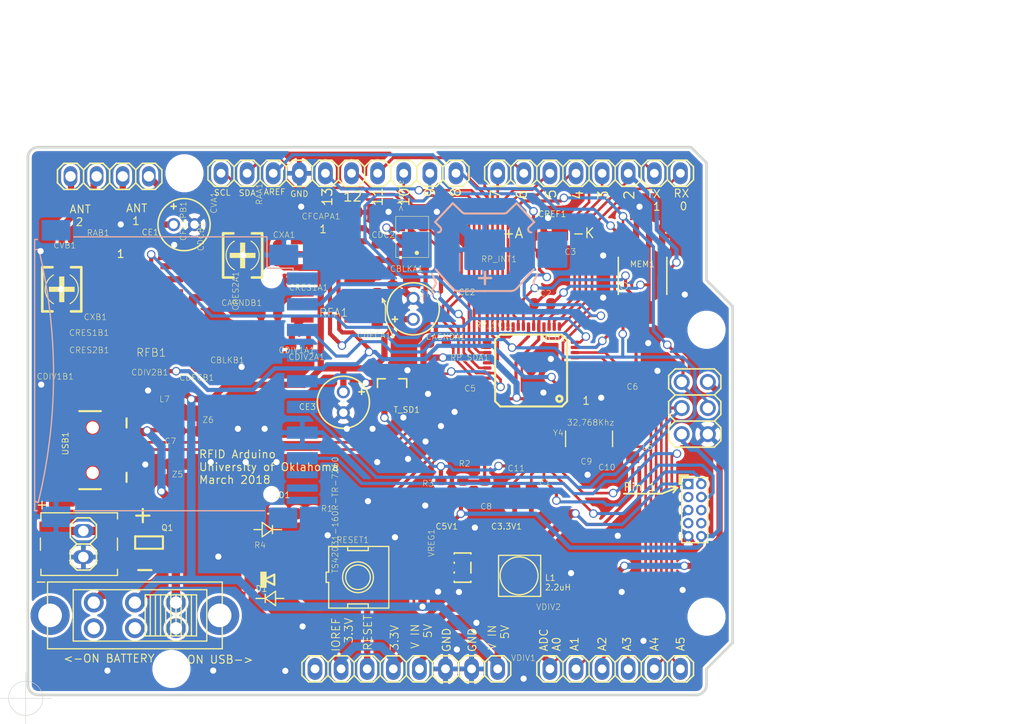
<source format=kicad_pcb>
(kicad_pcb (version 20171130) (host pcbnew 5.1.6-c6e7f7d~87~ubuntu20.04.1)
  (layers (0 Top signal) (31 Bottom signal) (34 B.Paste user) (35 F.Paste user) (36 B.SilkS user) (37 F.SilkS user) (38 B.Mask user) (39 F.Mask user) (44 Edge.Cuts user))
  (net 0 "")
  (net 1 GND)
  (net 2 +3V3)
  (net 3 5-GND)
  (net 4 PA02_AIN0)
  (net 5 PA08_TCC0-W0_PA8)
  (net 6 TARGET_USB_N)
  (net 7 TARGET_USB_P)
  (net 8 PA22_SDA)
  (net 9 PA23_SCL)
  (net 10 PB10_S4_SPI_MOSI)
  (net 11 PB11_S4_SPI_SCK)
  (net 12 PB12_S4_SPI_MISO)
  (net 13 PA21_INT&SDCS)
  (net 14 PB03_RFIDIN)
  (net 15 PA28_2FETS)
  (net 16 PA6_RFID_SHD)
  (net 17 PA7_RFID_SHD2)
  (net 18 V_IN)
  (net 19 /ETAG_GEN3_1/XUSB)
  (net 20 "Net-(L7-Pad1)")
  (net 21 /ETAG_GEN3_1/12_IN)
  (net 22 "Net-(SW1-PadP$6)")
  (net 23 "Net-(SW1-PadP$4)")
  (net 24 "Net-(SW1-PadP$2)")
  (net 25 "Net-(Q1-Pad2)")
  (net 26 "Net-(CDC2-Pad1)")
  (net 27 "Net-(L1-PadP$1)")
  (net 28 /ETAG_GEN3_2/RESET)
  (net 29 /ETAG_GEN3_2/PA13)
  (net 30 /ETAG_GEN3_2/PA20_TCC0-W6)
  (net 31 /ETAG_GEN3_2/PA15_TCC0-W5)
  (net 32 /ETAG_GEN3_2/PA14_TCC0-W4)
  (net 33 /ETAG_GEN3_2/PA09_TCC0-W1_PA9)
  (net 34 /ETAG_GEN3_2/PA10_TCC0-W2_PA10)
  (net 35 /ETAG_GEN3_2/PA11_TCC0-W3_PA11)
  (net 36 /ETAG_GEN3_2/PA03_AREFA)
  (net 37 /ETAG_GEN3_2/PA17_SCK)
  (net 38 /ETAG_GEN3_2/PA19_MISO)
  (net 39 /ETAG_GEN3_2/PA16_MOSI)
  (net 40 /ETAG_GEN3_2/PA18_SS)
  (net 41 /ETAG_GEN3_2/PB02)
  (net 42 /ETAG_GEN3_2/PA05_AIN5)
  (net 43 /ETAG_GEN3_2/PA04_AIN4)
  (net 44 /ETAG_GEN3_2/PB09_AIN3)
  (net 45 /ETAG_GEN3_2/PB08_AIN2)
  (net 46 "Net-(LED1-PadC)")
  (net 47 /ETAG_GEN3_2/PA31_SWDIO)
  (net 48 /ETAG_GEN3_2/PA30_SWCLK)
  (net 49 /ETAG_GEN3_2/VDDCORE)
  (net 50 /ETAG_GEN3_2/TARGET_RESET)
  (net 51 /ETAG_GEN3_2/PA27_TX_LED)
  (net 52 /ETAG_GEN3_2/PB23_DEBUG_RX)
  (net 53 /ETAG_GEN3_2/PB22_DEBUG_TX)
  (net 54 "Net-(C6-Pad1)")
  (net 55 /ETAG_GEN3_2/PA01_XOUT32)
  (net 56 /ETAG_GEN3_2/PA00_XIN32)
  (net 57 "Net-(ICSP10-Pad8)")
  (net 58 "Net-(ICSP10-Pad7)")
  (net 59 "Net-(ICSP10-Pad6)")
  (net 60 "Net-(SD1-PadCD)")
  (net 61 "Net-(SD1-Pad9)")
  (net 62 "Net-(SD1-Pad4)")
  (net 63 "Net-(SD1-Pad8)")
  (net 64 "Net-(SD1-PadWP)")
  (net 65 "Net-(USB1-PadID)")
  (net 66 "Net-(BAT1-Pad+@1)")
  (net 67 "Net-(CFCAPA1-Pad1)")
  (net 68 "Net-(CDIV1A1-Pad2)")
  (net 69 "Net-(CDECA1-Pad1)")
  (net 70 "Net-(CDECA1-Pad2)")
  (net 71 "Net-(CRES1A1-Pad1)")
  (net 72 "Net-(CAGNDA1-Pad1)")
  (net 73 "Net-(CXA1-Pad1)")
  (net 74 "Net-(RFA1-Pad2)")
  (net 75 "Net-(CDIV1A1-Pad1)")
  (net 76 "Net-(JPA1-Pad2)")
  (net 77 "Net-(RTC1-PadP$10)")
  (net 78 "Net-(RTC1-PadP$2)")
  (net 79 "Net-(CDCB1-Pad1)")
  (net 80 "Net-(CFCAPB1-Pad1)")
  (net 81 "Net-(CDIV1B1-Pad2)")
  (net 82 "Net-(CDECB1-Pad1)")
  (net 83 "Net-(CDECB1-Pad2)")
  (net 84 "Net-(CRES1B1-Pad1)")
  (net 85 "Net-(CAGNDB1-Pad1)")
  (net 86 "Net-(CXB1-Pad1)")
  (net 87 "Net-(RFB1-Pad2)")
  (net 88 "Net-(CDIV1B1-Pad1)")
  (net 89 "Net-(JPB1-Pad2)")
  (net 90 "Net-(HDR_POWER1-Pad1)")
  (module "" (layer Top) (at 180.2511 96.1136)
    (fp_text reference @HOLE0 hide)
    (fp_text value "" (at 0 0) (layer F.SilkS) (effects (font (size 1.27 1.27))))
    (pad "" np_thru_hole circle (at 0 0) (size 3.2 3.2) (drill 3.2) (layers *.Cu *.Mask))
  )
  (module "" (layer Top) (at 180.2511 124.0536)
    (fp_text reference @HOLE1 hide)
    (fp_text value "" (at 0 0) (layer F.SilkS) (effects (font (size 1.27 1.27))))
    (pad "" np_thru_hole circle (at 0 0) (size 3.2 3.2) (drill 3.2) (layers *.Cu *.Mask))
  )
  (module "" (layer Top) (at 129.4511 80.8736)
    (fp_text reference @HOLE2 hide)
    (fp_text value "" (at 0 0) (layer F.SilkS) (effects (font (size 1.27 1.27))))
    (pad "" np_thru_hole circle (at 0 0) (size 3.2 3.2) (drill 3.2) (layers *.Cu *.Mask))
  )
  (module "" (layer Top) (at 128.1811 129.1336)
    (fp_text reference @HOLE3 hide)
    (fp_text value "" (at 0 0) (layer F.SilkS) (effects (font (size 1.27 1.27))))
    (pad "" np_thru_hole circle (at 0 0) (size 3.2 3.2) (drill 3.2) (layers *.Cu *.Mask))
  )
  (module ETAG_GEN3:2X03 (layer Top) (at 179.1081 103.7336 270)
    (fp_text reference ICSP6 hide)
    (fp_text value 3x2M)
    (pad 6 thru_hole circle (at 2.54 -1.27 270) (size 1.55 1.55) (drill 1.016) (layers *.Cu *.Mask) (net 1 GND))
    (pad 5 thru_hole circle (at 2.54 1.27 270) (size 1.55 1.55) (drill 1.016) (layers *.Cu *.Mask) (net 28 /ETAG_GEN3_2/RESET))
    (pad 4 thru_hole circle (at 0 -1.27 270) (size 1.55 1.55) (drill 1.016) (layers *.Cu *.Mask) (net 10 PB10_S4_SPI_MOSI))
    (pad 3 thru_hole circle (at 0 1.27 270) (size 1.55 1.55) (drill 1.016) (layers *.Cu *.Mask) (net 11 PB11_S4_SPI_SCK))
    (pad 2 thru_hole circle (at -2.54 -1.27 270) (size 1.55 1.55) (drill 1.016) (layers *.Cu *.Mask) (net 18 V_IN))
    (pad 1 thru_hole circle (at -2.54 1.27 270) (size 1.55 1.55) (drill 1.016) (layers *.Cu *.Mask) (net 12 PB12_S4_SPI_MISO))
  )
  (module ETAG_GEN3:1X08 (layer Top) (at 168.8211 80.8736 180)
    (fp_text reference HDR_IOL1 hide)
    (fp_text value FH254-108DF08500V hide)
    (pad 8 thru_hole oval (at 8.89 0 270) (size 2.1336 1.4224) (drill 0.85) (layers *.Cu *.Mask) (net 29 /ETAG_GEN3_2/PA13))
    (pad 7 thru_hole oval (at 6.35 0 270) (size 2.1336 1.4224) (drill 0.85) (layers *.Cu *.Mask) (net 30 /ETAG_GEN3_2/PA20_TCC0-W6))
    (pad 6 thru_hole oval (at 3.81 0 270) (size 2.1336 1.4224) (drill 0.85) (layers *.Cu *.Mask) (net 31 /ETAG_GEN3_2/PA15_TCC0-W5))
    (pad 5 thru_hole oval (at 1.27 0 270) (size 2.1336 1.4224) (drill 0.85) (layers *.Cu *.Mask) (net 32 /ETAG_GEN3_2/PA14_TCC0-W4))
    (pad 4 thru_hole oval (at -1.27 0 270) (size 2.1336 1.4224) (drill 0.85) (layers *.Cu *.Mask) (net 33 /ETAG_GEN3_2/PA09_TCC0-W1_PA9))
    (pad 3 thru_hole oval (at -3.81 0 270) (size 2.1336 1.4224) (drill 0.85) (layers *.Cu *.Mask) (net 5 PA08_TCC0-W0_PA8))
    (pad 2 thru_hole oval (at -6.35 0 270) (size 2.1336 1.4224) (drill 0.85) (layers *.Cu *.Mask) (net 34 /ETAG_GEN3_2/PA10_TCC0-W2_PA10))
    (pad 1 thru_hole oval (at -8.89 0 270) (size 2.1336 1.4224) (drill 0.85) (layers *.Cu *.Mask) (net 35 /ETAG_GEN3_2/PA11_TCC0-W3_PA11))
  )
  (module ETAG_GEN3:1X10 (layer Top) (at 144.4371 80.8736 180)
    (fp_text reference HDR_IOH1 hide)
    (fp_text value FH254-110DF08500V hide)
    (pad 10 thru_hole oval (at 11.43 0 270) (size 2.1336 1.4224) (drill 0.85) (layers *.Cu *.Mask) (net 9 PA23_SCL))
    (pad 9 thru_hole oval (at 8.89 0 270) (size 2.1336 1.4224) (drill 0.85) (layers *.Cu *.Mask) (net 8 PA22_SDA))
    (pad 8 thru_hole oval (at 6.35 0 270) (size 2.1336 1.4224) (drill 0.85) (layers *.Cu *.Mask) (net 36 /ETAG_GEN3_2/PA03_AREFA))
    (pad 7 thru_hole oval (at 3.81 0 270) (size 2.1336 1.4224) (drill 0.85) (layers *.Cu *.Mask) (net 1 GND))
    (pad 6 thru_hole oval (at 1.27 0 270) (size 2.1336 1.4224) (drill 0.85) (layers *.Cu *.Mask) (net 37 /ETAG_GEN3_2/PA17_SCK))
    (pad 5 thru_hole oval (at -1.27 0 270) (size 2.1336 1.4224) (drill 0.85) (layers *.Cu *.Mask) (net 38 /ETAG_GEN3_2/PA19_MISO))
    (pad 4 thru_hole oval (at -3.81 0 270) (size 2.1336 1.4224) (drill 0.85) (layers *.Cu *.Mask) (net 39 /ETAG_GEN3_2/PA16_MOSI))
    (pad 3 thru_hole oval (at -6.35 0 270) (size 2.1336 1.4224) (drill 0.85) (layers *.Cu *.Mask) (net 40 /ETAG_GEN3_2/PA18_SS))
    (pad 2 thru_hole oval (at -8.89 0 270) (size 2.1336 1.4224) (drill 0.85) (layers *.Cu *.Mask) (net 17 PA7_RFID_SHD2))
    (pad 1 thru_hole oval (at -11.43 0 270) (size 2.1336 1.4224) (drill 0.85) (layers *.Cu *.Mask) (net 16 PA6_RFID_SHD))
  )
  (module ETAG_GEN3:1X06 (layer Top) (at 171.3611 129.1336)
    (fp_text reference HDR_AD1 hide)
    (fp_text value FH254-106DF08500V hide)
    (pad 6 thru_hole oval (at 6.35 0 90) (size 2.1336 1.4224) (drill 0.85) (layers *.Cu *.Mask) (net 41 /ETAG_GEN3_2/PB02))
    (pad 5 thru_hole oval (at 3.81 0 90) (size 2.1336 1.4224) (drill 0.85) (layers *.Cu *.Mask) (net 42 /ETAG_GEN3_2/PA05_AIN5))
    (pad 4 thru_hole oval (at 1.27 0 90) (size 2.1336 1.4224) (drill 0.85) (layers *.Cu *.Mask) (net 43 /ETAG_GEN3_2/PA04_AIN4))
    (pad 3 thru_hole oval (at -1.27 0 90) (size 2.1336 1.4224) (drill 0.85) (layers *.Cu *.Mask) (net 44 /ETAG_GEN3_2/PB09_AIN3))
    (pad 2 thru_hole oval (at -3.81 0 90) (size 2.1336 1.4224) (drill 0.85) (layers *.Cu *.Mask) (net 45 /ETAG_GEN3_2/PB08_AIN2))
    (pad 1 thru_hole oval (at -6.35 0 90) (size 2.1336 1.4224) (drill 0.85) (layers *.Cu *.Mask) (net 4 PA02_AIN0))
  )
  (module ETAG_GEN3:FIDUCIA-MOUNT (layer Top) (at 116.3101 83.5426 180)
    (fp_text reference FD1 hide)
    (fp_text value FIDUCIALMOUNT hide)
    (pad P$1 smd roundrect (at 0 0 180) (size 1.016 1.016) (layers Top F.Paste F.Mask) (roundrect_rratio 0.5))
  )
  (module ETAG_GEN3:FIDUCIA-MOUNT (layer Top) (at 116.5161 129.5476)
    (fp_text reference FD2 hide)
    (fp_text value FIDUCIALMOUNT hide)
    (pad P$1 smd roundrect (at 0 0) (size 1.016 1.016) (layers Top F.Paste F.Mask) (roundrect_rratio 0.5))
  )
  (module ETAG_GEN3:FIDUCIA-MOUNT (layer Top) (at 178.1331 86.4826)
    (fp_text reference FD3 hide)
    (fp_text value FIDUCIALMOUNT hide)
    (pad P$1 smd roundrect (at 0 0) (size 1.016 1.016) (layers Top F.Paste F.Mask) (roundrect_rratio 0.5))
  )
  (module ETAG_GEN3:TS42 (layer Top) (at 146.3341 120.2146)
    (fp_text reference RESET1 (at -2.1252 -3.3016) (layer F.SilkS) (effects (font (size 0.57912 0.57912) (thickness 0.046329)) (justify left bottom)))
    (fp_text value TS42031-160R-TR-7260 (at -1.8752 -0.3484 90) (layer F.SilkS) (effects (font (size 0.57912 0.57912) (thickness 0.046329)) (justify left bottom)))
    (pad 5 smd roundrect (at -4.2 0) (size 1.6 1.4) (layers Top F.Mask) (roundrect_rratio 0.075) (net 3 5-GND))
    (pad 4 smd roundrect (at 4.2 2.25) (size 1.6 1.4) (layers Top F.Paste F.Mask) (roundrect_rratio 0.075) (net 28 /ETAG_GEN3_2/RESET))
    (pad 3 smd roundrect (at -4.2 2.25) (size 1.6 1.4) (layers Top F.Paste F.Mask) (roundrect_rratio 0.075) (net 28 /ETAG_GEN3_2/RESET))
    (pad 2 smd roundrect (at 4.2 -2.25) (size 1.6 1.4) (layers Top F.Paste F.Mask) (roundrect_rratio 0.075) (net 1 GND))
    (pad 1 smd roundrect (at -4.2 -2.25) (size 1.6 1.4) (layers Top F.Paste F.Mask) (roundrect_rratio 0.075) (net 1 GND))
  )
  (module ETAG_GEN3:1X08 (layer Top) (at 151.0411 129.1336)
    (fp_text reference HDR_POWER1 hide)
    (fp_text value FH254-108DF08500V hide)
    (pad 8 thru_hole oval (at 8.89 0 90) (size 2.1336 1.4224) (drill 0.85) (layers *.Cu *.Mask) (net 18 V_IN))
    (pad 7 thru_hole oval (at 6.35 0 90) (size 2.1336 1.4224) (drill 0.85) (layers *.Cu *.Mask) (net 1 GND))
    (pad 6 thru_hole oval (at 3.81 0 90) (size 2.1336 1.4224) (drill 0.85) (layers *.Cu *.Mask) (net 1 GND))
    (pad 5 thru_hole oval (at 1.27 0 90) (size 2.1336 1.4224) (drill 0.85) (layers *.Cu *.Mask) (net 18 V_IN))
    (pad 4 thru_hole oval (at -1.27 0 90) (size 2.1336 1.4224) (drill 0.85) (layers *.Cu *.Mask) (net 2 +3V3))
    (pad 3 thru_hole oval (at -3.81 0 90) (size 2.1336 1.4224) (drill 0.85) (layers *.Cu *.Mask) (net 28 /ETAG_GEN3_2/RESET))
    (pad 2 thru_hole oval (at -6.35 0 90) (size 2.1336 1.4224) (drill 0.85) (layers *.Cu *.Mask) (net 2 +3V3))
    (pad 1 thru_hole oval (at -8.89 0 90) (size 2.1336 1.4224) (drill 0.85) (layers *.Cu *.Mask) (net 90 "Net-(HDR_POWER1-Pad1)"))
  )
  (module ETAG_GEN3:MINIMELF (layer Top) (at 137.6941 120.4536)
    (fp_text reference D1 (at -1.364 1.213) (layer F.SilkS) (effects (font (size 0.57912 0.57912) (thickness 0.069494)) (justify left bottom)))
    (fp_text value CD1206-S01575 hide)
    (pad C smd roundrect (at -1.7 0) (size 1.4 1.8) (layers Top F.Paste F.Mask) (roundrect_rratio 0.05) (net 2 +3V3))
    (pad A smd roundrect (at 1.7 0) (size 1.4 1.8) (layers Top F.Paste F.Mask) (roundrect_rratio 0.05) (net 28 /ETAG_GEN3_2/RESET))
  )
  (module ETAG_GEN3:TQFP48-7X7 (layer Top) (at 163.1811 100.0818 180)
    (fp_text reference MCU1 (at -0.94 2.796) (layer F.SilkS) (effects (font (size 0.57912 0.57912) (thickness 0.069494)) (justify left bottom)))
    (fp_text value SAMD21G18A-AUT)
    (pad 48 smd roundrect (at -2.75 -4.275 270) (size 0.85 0.32) (layers Top F.Paste F.Mask) (roundrect_rratio 0.4) (net 14 PB03_RFIDIN))
    (pad 47 smd roundrect (at -2.25 -4.275 270) (size 0.85 0.32) (layers Top F.Paste F.Mask) (roundrect_rratio 0.4) (net 41 /ETAG_GEN3_2/PB02))
    (pad 46 smd roundrect (at -1.75 -4.275 270) (size 0.85 0.32) (layers Top F.Paste F.Mask) (roundrect_rratio 0.4) (net 47 /ETAG_GEN3_2/PA31_SWDIO))
    (pad 45 smd roundrect (at -1.25 -4.275 270) (size 0.85 0.32) (layers Top F.Paste F.Mask) (roundrect_rratio 0.4) (net 48 /ETAG_GEN3_2/PA30_SWCLK))
    (pad P$1 smd roundrect (at 0 0 180) (size 1 1) (layers Top F.Mask) (roundrect_rratio 0.5))
    (pad 44 smd roundrect (at -0.75 -4.275 270) (size 0.85 0.32) (layers Top F.Paste F.Mask) (roundrect_rratio 0.4) (net 2 +3V3))
    (pad 43 smd roundrect (at -0.25 -4.275 270) (size 0.85 0.32) (layers Top F.Paste F.Mask) (roundrect_rratio 0.4) (net 49 /ETAG_GEN3_2/VDDCORE))
    (pad 42 smd roundrect (at 0.25 -4.275 270) (size 0.85 0.32) (layers Top F.Paste F.Mask) (roundrect_rratio 0.4) (net 1 GND))
    (pad 41 smd roundrect (at 0.75 -4.275 270) (size 0.85 0.32) (layers Top F.Paste F.Mask) (roundrect_rratio 0.4) (net 15 PA28_2FETS))
    (pad 40 smd roundrect (at 1.25 -4.275 270) (size 0.85 0.32) (layers Top F.Paste F.Mask) (roundrect_rratio 0.4) (net 50 /ETAG_GEN3_2/TARGET_RESET))
    (pad 39 smd roundrect (at 1.75 -4.275 270) (size 0.85 0.32) (layers Top F.Paste F.Mask) (roundrect_rratio 0.4) (net 51 /ETAG_GEN3_2/PA27_TX_LED))
    (pad 38 smd roundrect (at 2.25 -4.275 270) (size 0.85 0.32) (layers Top F.Paste F.Mask) (roundrect_rratio 0.4) (net 52 /ETAG_GEN3_2/PB23_DEBUG_RX))
    (pad 37 smd roundrect (at 2.75 -4.275 270) (size 0.85 0.32) (layers Top F.Paste F.Mask) (roundrect_rratio 0.4) (net 53 /ETAG_GEN3_2/PB22_DEBUG_TX))
    (pad 36 smd roundrect (at 4.275 -2.75 180) (size 0.85 0.32) (layers Top F.Paste F.Mask) (roundrect_rratio 0.4) (net 2 +3V3))
    (pad 35 smd roundrect (at 4.275 -2.25 180) (size 0.85 0.32) (layers Top F.Paste F.Mask) (roundrect_rratio 0.4) (net 1 GND))
    (pad 34 smd roundrect (at 4.275 -1.75 180) (size 0.85 0.32) (layers Top F.Paste F.Mask) (roundrect_rratio 0.4) (net 7 TARGET_USB_P))
    (pad 33 smd roundrect (at 4.275 -1.25 180) (size 0.85 0.32) (layers Top F.Paste F.Mask) (roundrect_rratio 0.4) (net 6 TARGET_USB_N))
    (pad 32 smd roundrect (at 4.275 -0.75 180) (size 0.85 0.32) (layers Top F.Paste F.Mask) (roundrect_rratio 0.4) (net 9 PA23_SCL))
    (pad 31 smd roundrect (at 4.275 -0.25 180) (size 0.85 0.32) (layers Top F.Paste F.Mask) (roundrect_rratio 0.4) (net 8 PA22_SDA))
    (pad 30 smd roundrect (at 4.275 0.25 180) (size 0.85 0.32) (layers Top F.Paste F.Mask) (roundrect_rratio 0.4) (net 13 PA21_INT&SDCS))
    (pad 29 smd roundrect (at 4.275 0.75 180) (size 0.85 0.32) (layers Top F.Paste F.Mask) (roundrect_rratio 0.4) (net 30 /ETAG_GEN3_2/PA20_TCC0-W6))
    (pad 28 smd roundrect (at 4.275 1.25 180) (size 0.85 0.32) (layers Top F.Paste F.Mask) (roundrect_rratio 0.4) (net 38 /ETAG_GEN3_2/PA19_MISO))
    (pad 27 smd roundrect (at 4.275 1.75 180) (size 0.85 0.32) (layers Top F.Paste F.Mask) (roundrect_rratio 0.4) (net 40 /ETAG_GEN3_2/PA18_SS))
    (pad 26 smd roundrect (at 4.275 2.25 180) (size 0.85 0.32) (layers Top F.Paste F.Mask) (roundrect_rratio 0.4) (net 37 /ETAG_GEN3_2/PA17_SCK))
    (pad 25 smd roundrect (at 4.275 2.75 180) (size 0.85 0.32) (layers Top F.Paste F.Mask) (roundrect_rratio 0.4) (net 39 /ETAG_GEN3_2/PA16_MOSI))
    (pad 24 smd roundrect (at 2.75 4.275 270) (size 0.85 0.32) (layers Top F.Paste F.Mask) (roundrect_rratio 0.4) (net 31 /ETAG_GEN3_2/PA15_TCC0-W5))
    (pad 23 smd roundrect (at 2.25 4.275 270) (size 0.85 0.32) (layers Top F.Paste F.Mask) (roundrect_rratio 0.4) (net 32 /ETAG_GEN3_2/PA14_TCC0-W4))
    (pad 22 smd roundrect (at 1.75 4.275 270) (size 0.85 0.32) (layers Top F.Paste F.Mask) (roundrect_rratio 0.4) (net 29 /ETAG_GEN3_2/PA13))
    (pad 21 smd roundrect (at 1.25 4.275 270) (size 0.85 0.32) (layers Top F.Paste F.Mask) (roundrect_rratio 0.4) (net 12 PB12_S4_SPI_MISO))
    (pad 20 smd roundrect (at 0.75 4.275 270) (size 0.85 0.32) (layers Top F.Paste F.Mask) (roundrect_rratio 0.4) (net 11 PB11_S4_SPI_SCK))
    (pad 19 smd roundrect (at 0.25 4.275 270) (size 0.85 0.32) (layers Top F.Paste F.Mask) (roundrect_rratio 0.4) (net 10 PB10_S4_SPI_MOSI))
    (pad 18 smd roundrect (at -0.25 4.275 270) (size 0.85 0.32) (layers Top F.Paste F.Mask) (roundrect_rratio 0.4) (net 1 GND))
    (pad 17 smd roundrect (at -0.75 4.275 270) (size 0.85 0.32) (layers Top F.Paste F.Mask) (roundrect_rratio 0.4) (net 2 +3V3))
    (pad 16 smd roundrect (at -1.25 4.275 270) (size 0.85 0.32) (layers Top F.Paste F.Mask) (roundrect_rratio 0.4) (net 35 /ETAG_GEN3_2/PA11_TCC0-W3_PA11))
    (pad 15 smd roundrect (at -1.75 4.275 270) (size 0.85 0.32) (layers Top F.Paste F.Mask) (roundrect_rratio 0.4) (net 34 /ETAG_GEN3_2/PA10_TCC0-W2_PA10))
    (pad 14 smd roundrect (at -2.25 4.275 270) (size 0.85 0.32) (layers Top F.Paste F.Mask) (roundrect_rratio 0.4) (net 33 /ETAG_GEN3_2/PA09_TCC0-W1_PA9))
    (pad 13 smd roundrect (at -2.75 4.275 270) (size 0.85 0.32) (layers Top F.Paste F.Mask) (roundrect_rratio 0.4) (net 5 PA08_TCC0-W0_PA8))
    (pad 12 smd roundrect (at -4.275 2.75 180) (size 0.85 0.32) (layers Top F.Paste F.Mask) (roundrect_rratio 0.4) (net 17 PA7_RFID_SHD2))
    (pad 11 smd roundrect (at -4.275 2.25 180) (size 0.85 0.32) (layers Top F.Paste F.Mask) (roundrect_rratio 0.4) (net 16 PA6_RFID_SHD))
    (pad 10 smd roundrect (at -4.275 1.75 180) (size 0.85 0.32) (layers Top F.Paste F.Mask) (roundrect_rratio 0.4) (net 42 /ETAG_GEN3_2/PA05_AIN5))
    (pad 9 smd roundrect (at -4.275 1.25 180) (size 0.85 0.32) (layers Top F.Paste F.Mask) (roundrect_rratio 0.4) (net 43 /ETAG_GEN3_2/PA04_AIN4))
    (pad 8 smd roundrect (at -4.275 0.75 180) (size 0.85 0.32) (layers Top F.Paste F.Mask) (roundrect_rratio 0.4) (net 44 /ETAG_GEN3_2/PB09_AIN3))
    (pad 7 smd roundrect (at -4.275 0.25 180) (size 0.85 0.32) (layers Top F.Paste F.Mask) (roundrect_rratio 0.4) (net 45 /ETAG_GEN3_2/PB08_AIN2))
    (pad 6 smd roundrect (at -4.275 -0.25 180) (size 0.85 0.32) (layers Top F.Paste F.Mask) (roundrect_rratio 0.4) (net 54 "Net-(C6-Pad1)"))
    (pad 5 smd roundrect (at -4.275 -0.75 180) (size 0.85 0.32) (layers Top F.Paste F.Mask) (roundrect_rratio 0.4) (net 1 GND))
    (pad 4 smd roundrect (at -4.275 -1.25 180) (size 0.85 0.32) (layers Top F.Paste F.Mask) (roundrect_rratio 0.4) (net 36 /ETAG_GEN3_2/PA03_AREFA))
    (pad 3 smd roundrect (at -4.275 -1.75 180) (size 0.85 0.32) (layers Top F.Paste F.Mask) (roundrect_rratio 0.4) (net 4 PA02_AIN0))
    (pad 2 smd roundrect (at -4.275 -2.25 180) (size 0.85 0.32) (layers Top F.Paste F.Mask) (roundrect_rratio 0.4) (net 55 /ETAG_GEN3_2/PA01_XOUT32))
    (pad 1 smd roundrect (at -4.275 -2.75 180) (size 0.85 0.32) (layers Top F.Paste F.Mask) (roundrect_rratio 0.4) (net 56 /ETAG_GEN3_2/PA00_XIN32))
  )
  (module ETAG_GEN3:C0603-ROUND (layer Top) (at 161.5797 112.2172 270)
    (fp_text reference C11 (at -2.2742 0.714) (layer F.SilkS) (effects (font (size 0.57912 0.57912) (thickness 0.046329)) (justify left bottom)))
    (fp_text value 1uF)
    (pad 2 smd roundrect (at 0.8128 0) (size 1.1 0.8984) (layers Top F.Paste F.Mask) (roundrect_rratio 0.4) (net 1 GND))
    (pad 1 smd roundrect (at -0.8128 0) (size 1.1 0.8984) (layers Top F.Paste F.Mask) (roundrect_rratio 0.4) (net 49 /ETAG_GEN3_2/VDDCORE))
  )
  (module ETAG_GEN3:C0603-ROUND (layer Top) (at 157.2794 103.623 90)
    (fp_text reference C5 (at 1.4557 -0.6299) (layer F.SilkS) (effects (font (size 0.57912 0.57912) (thickness 0.046329)) (justify left bottom)))
    (fp_text value 100nF)
    (pad 2 smd roundrect (at 0.8128 0 180) (size 1.1 0.8984) (layers Top F.Paste F.Mask) (roundrect_rratio 0.4) (net 1 GND))
    (pad 1 smd roundrect (at -0.8128 0 180) (size 1.1 0.8984) (layers Top F.Paste F.Mask) (roundrect_rratio 0.4) (net 2 +3V3))
  )
  (module ETAG_GEN3:C0603-ROUND (layer Top) (at 171.4553 104.1358 180)
    (fp_text reference C6 (at -0.989 2.138) (layer F.SilkS) (effects (font (size 0.57912 0.57912) (thickness 0.046329)) (justify left bottom)))
    (fp_text value 100nF)
    (pad 2 smd roundrect (at 0.8128 0 270) (size 1.1 0.8984) (layers Top F.Paste F.Mask) (roundrect_rratio 0.4) (net 1 GND))
    (pad 1 smd roundrect (at -0.8128 0 270) (size 1.1 0.8984) (layers Top F.Paste F.Mask) (roundrect_rratio 0.4) (net 54 "Net-(C6-Pad1)"))
  )
  (module ETAG_GEN3:RESONATOR_EPSON_FC_145 (layer Top) (at 168.8211 106.7366)
    (fp_text reference Y4 (at -3.551 -0.234) (layer F.SilkS) (effects (font (size 0.57912 0.57912) (thickness 0.046329)) (justify left bottom)))
    (fp_text value 32,768Khz (at -2.184 -1.25) (layer F.SilkS) (effects (font (size 0.57912 0.57912) (thickness 0.046329)) (justify left bottom)))
    (pad P$2 smd roundrect (at 1.55 0 90) (size 1.8 1.1) (layers Top F.Paste F.Mask) (roundrect_rratio 0.05) (net 55 /ETAG_GEN3_2/PA01_XOUT32))
    (pad P$1 smd roundrect (at -1.55 0 90) (size 1.8 1.1) (layers Top F.Paste F.Mask) (roundrect_rratio 0.05) (net 56 /ETAG_GEN3_2/PA00_XIN32))
  )
  (module ETAG_GEN3:C0603-ROUND (layer Top) (at 167.4721 108.6146 180)
    (fp_text reference C9 (at -0.489 -0.662) (layer F.SilkS) (effects (font (size 0.57912 0.57912) (thickness 0.046329)) (justify left bottom)))
    (fp_text value 22pF)
    (pad 2 smd roundrect (at 0.8128 0 270) (size 1.1 0.8984) (layers Top F.Paste F.Mask) (roundrect_rratio 0.4) (net 56 /ETAG_GEN3_2/PA00_XIN32))
    (pad 1 smd roundrect (at -0.8128 0 270) (size 1.1 0.8984) (layers Top F.Paste F.Mask) (roundrect_rratio 0.4) (net 1 GND))
  )
  (module ETAG_GEN3:C0603-ROUND (layer Top) (at 170.2701 108.6146)
    (fp_text reference C10 (at -0.589 1.238) (layer F.SilkS) (effects (font (size 0.57912 0.57912) (thickness 0.046329)) (justify left bottom)))
    (fp_text value 22pF)
    (pad 2 smd roundrect (at 0.8128 0 90) (size 1.1 0.8984) (layers Top F.Paste F.Mask) (roundrect_rratio 0.4) (net 55 /ETAG_GEN3_2/PA01_XOUT32))
    (pad 1 smd roundrect (at -0.8128 0 90) (size 1.1 0.8984) (layers Top F.Paste F.Mask) (roundrect_rratio 0.4) (net 1 GND))
  )
  (module ETAG_GEN3:CHIPLED_0805 (layer Top) (at 137.4981 114.0236 270)
    (fp_text reference LED1 (at -1.479 -0.0716) (layer F.SilkS) (effects (font (size 0.57912 0.57912) (thickness 0.069494)) (justify left bottom)))
    (fp_text value Yellow hide)
    (pad C smd roundrect (at 0 -1.05 270) (size 1.2 1.2) (layers Top F.Paste F.Mask) (roundrect_rratio 0.05) (net 46 "Net-(LED1-PadC)"))
    (pad A smd roundrect (at 0 1.05 270) (size 1.2 1.2) (layers Top F.Paste F.Mask) (roundrect_rratio 0.05) (net 2 +3V3))
  )
  (module ETAG_GEN3:C0603-ROUND (layer Top) (at 154.1221 97.3206 180)
    (fp_text reference RP_SCL1 (at -3.589 1.338) (layer F.SilkS) (effects (font (size 0.57912 0.57912) (thickness 0.046329)) (justify left bottom)))
    (fp_text value 10k)
    (pad 2 smd roundrect (at 0.8128 0 270) (size 1.1 0.8984) (layers Top F.Paste F.Mask) (roundrect_rratio 0.4) (net 2 +3V3))
    (pad 1 smd roundrect (at -0.8128 0 270) (size 1.1 0.8984) (layers Top F.Paste F.Mask) (roundrect_rratio 0.4) (net 9 PA23_SCL))
  )
  (module ETAG_GEN3:C0603-ROUND (layer Top) (at 153.3971 100.3926 180)
    (fp_text reference RP_SDA1 (at -1.889 1.238) (layer F.SilkS) (effects (font (size 0.57912 0.57912) (thickness 0.046329)) (justify left bottom)))
    (fp_text value 10k)
    (pad 2 smd roundrect (at 0.8128 0 270) (size 1.1 0.8984) (layers Top F.Paste F.Mask) (roundrect_rratio 0.4) (net 2 +3V3))
    (pad 1 smd roundrect (at -0.8128 0 270) (size 1.1 0.8984) (layers Top F.Paste F.Mask) (roundrect_rratio 0.4) (net 8 PA22_SDA))
  )
  (module ETAG_GEN3:C0603-ROUND (layer Top) (at 128.2763 105.9622)
    (fp_text reference C7 (at -0.789 1.338) (layer F.SilkS) (effects (font (size 0.57912 0.57912) (thickness 0.046329)) (justify left bottom)))
    (fp_text value 10nF)
    (pad 2 smd roundrect (at 0.8128 0 90) (size 1.1 0.8984) (layers Top F.Paste F.Mask) (roundrect_rratio 0.4) (net 1 GND))
    (pad 1 smd roundrect (at -0.8128 0 90) (size 1.1 0.8984) (layers Top F.Paste F.Mask) (roundrect_rratio 0.4) (net 19 /ETAG_GEN3_1/XUSB))
  )
  (module ETAG_GEN3:C0603-ROUND (layer Top) (at 163.2035 112.1908 270)
    (fp_text reference C1 (at -0.8716 -0.7358) (layer F.SilkS) (effects (font (size 0.57912 0.57912) (thickness 0.046329)) (justify left bottom)))
    (fp_text value 100nF)
    (pad 2 smd roundrect (at 0.8128 0) (size 1.1 0.8984) (layers Top F.Paste F.Mask) (roundrect_rratio 0.4) (net 1 GND))
    (pad 1 smd roundrect (at -0.8128 0) (size 1.1 0.8984) (layers Top F.Paste F.Mask) (roundrect_rratio 0.4) (net 2 +3V3))
  )
  (module ETAG_GEN3:C0603-ROUND (layer Top) (at 137.6231 118.1646 180)
    (fp_text reference R4 (at 1.411 0.738) (layer F.SilkS) (effects (font (size 0.57912 0.57912) (thickness 0.046329)) (justify left bottom)))
    (fp_text value 10k)
    (pad 2 smd roundrect (at 0.8128 0 270) (size 1.1 0.8984) (layers Top F.Paste F.Mask) (roundrect_rratio 0.4) (net 2 +3V3))
    (pad 1 smd roundrect (at -0.8128 0 270) (size 1.1 0.8984) (layers Top F.Paste F.Mask) (roundrect_rratio 0.4) (net 28 /ETAG_GEN3_2/RESET))
  )
  (module ETAG_GEN3:C0603-ROUND (layer Top) (at 164.2851 93.5776)
    (fp_text reference C2 (at -0.289 -0.662) (layer F.SilkS) (effects (font (size 0.57912 0.57912) (thickness 0.046329)) (justify left bottom)))
    (fp_text value 100nF)
    (pad 2 smd roundrect (at 0.8128 0 90) (size 1.1 0.8984) (layers Top F.Paste F.Mask) (roundrect_rratio 0.4) (net 2 +3V3))
    (pad 1 smd roundrect (at -0.8128 0 90) (size 1.1 0.8984) (layers Top F.Paste F.Mask) (roundrect_rratio 0.4) (net 1 GND))
  )
  (module ETAG_GEN3:C0603-ROUND (layer Top) (at 164.8921 88.7186)
    (fp_text reference C3 (at 1.511 0.138) (layer F.SilkS) (effects (font (size 0.57912 0.57912) (thickness 0.046329)) (justify left bottom)))
    (fp_text value 100nF)
    (pad 2 smd roundrect (at 0.8128 0 90) (size 1.1 0.8984) (layers Top F.Paste F.Mask) (roundrect_rratio 0.4) (net 1 GND))
    (pad 1 smd roundrect (at -0.8128 0 90) (size 1.1 0.8984) (layers Top F.Paste F.Mask) (roundrect_rratio 0.4) (net 36 /ETAG_GEN3_2/PA03_AREFA))
  )
  (module ETAG_GEN3:SMC_A (layer Top) (at 164.4841 86.7356)
    (fp_text reference CREF1 (at -0.658 -1.555) (layer F.SilkS) (effects (font (size 0.57912 0.57912) (thickness 0.069494)) (justify left bottom)))
    (fp_text value 4.7uF)
    (pad - smd roundrect (at 1.5 0 180) (size 1.6 1.4) (layers Top F.Paste F.Mask) (roundrect_rratio 0.05) (net 1 GND))
    (pad + smd roundrect (at -1.5 0) (size 1.6 1.4) (layers Top F.Paste F.Mask) (roundrect_rratio 0.05) (net 36 /ETAG_GEN3_2/PA03_AREFA))
  )
  (module ETAG_GEN3:C0603-ROUND (layer Top) (at 156.5371 111.6626 270)
    (fp_text reference R2 (at -2.177 0.426) (layer F.SilkS) (effects (font (size 0.57912 0.57912) (thickness 0.046329)) (justify left bottom)))
    (fp_text value 330)
    (pad 2 smd roundrect (at 0.8128 0) (size 1.1 0.8984) (layers Top F.Paste F.Mask) (roundrect_rratio 0.4) (net 28 /ETAG_GEN3_2/RESET))
    (pad 1 smd roundrect (at -0.8128 0) (size 1.1 0.8984) (layers Top F.Paste F.Mask) (roundrect_rratio 0.4) (net 50 /ETAG_GEN3_2/TARGET_RESET))
  )
  (module ETAG_GEN3:C0603-ROUND (layer Top) (at 158.6611 111.6626 270)
    (fp_text reference C8 (at 1.999 0.45) (layer F.SilkS) (effects (font (size 0.57912 0.57912) (thickness 0.046329)) (justify left bottom)))
    (fp_text value 10nF)
    (pad 2 smd roundrect (at 0.8128 0) (size 1.1 0.8984) (layers Top F.Paste F.Mask) (roundrect_rratio 0.4) (net 1 GND))
    (pad 1 smd roundrect (at -0.8128 0) (size 1.1 0.8984) (layers Top F.Paste F.Mask) (roundrect_rratio 0.4) (net 50 /ETAG_GEN3_2/TARGET_RESET))
  )
  (module ETAG_GEN3:PINHEAD_2X05_127 (layer Top) (at 179.1081 113.6736)
    (fp_text reference ICSP10 hide)
    (fp_text value PINHEAD-2x5-P1.27 hide)
    (pad 10 thru_hole circle (at 0.635 2.54) (size 1.016 1.016) (drill 0.6) (layers *.Cu *.Mask) (net 28 /ETAG_GEN3_2/RESET))
    (pad 9 thru_hole circle (at -0.635 2.54) (size 1.016 1.016) (drill 0.6) (layers *.Cu *.Mask) (net 1 GND))
    (pad 8 thru_hole circle (at 0.635 1.27) (size 1.016 1.016) (drill 0.6) (layers *.Cu *.Mask) (net 57 "Net-(ICSP10-Pad8)"))
    (pad 7 thru_hole circle (at -0.635 1.27) (size 1.016 1.016) (drill 0.6) (layers *.Cu *.Mask) (net 58 "Net-(ICSP10-Pad7)"))
    (pad 6 thru_hole circle (at 0.635 0) (size 1.016 1.016) (drill 0.6) (layers *.Cu *.Mask) (net 59 "Net-(ICSP10-Pad6)"))
    (pad 5 thru_hole circle (at -0.635 0) (size 1.016 1.016) (drill 0.6) (layers *.Cu *.Mask) (net 1 GND))
    (pad 4 thru_hole circle (at 0.635 -1.27) (size 1.016 1.016) (drill 0.6) (layers *.Cu *.Mask) (net 48 /ETAG_GEN3_2/PA30_SWCLK))
    (pad 3 thru_hole circle (at -0.635 -1.27) (size 1.016 1.016) (drill 0.6) (layers *.Cu *.Mask) (net 1 GND))
    (pad 2 thru_hole circle (at 0.635 -2.54) (size 1.016 1.016) (drill 0.6) (layers *.Cu *.Mask) (net 47 /ETAG_GEN3_2/PA31_SWDIO))
    (pad 1 thru_hole rect (at -0.635 -2.54) (size 1.016 1.016) (drill 0.6) (layers *.Cu *.Mask) (net 2 +3V3))
  )
  (module ETAG_GEN3:06132 (layer Bottom) (at 140.0191 100.5276 90)
    (fp_text reference SD1 hide)
    (fp_text value SDMMC06132 hide)
    (pad "" np_thru_hole circle (at 9.5 -2.1 90) (size 1.6 1.6) (drill 1.6) (layers *.Cu *.Mask))
    (pad "" np_thru_hole circle (at -11.6 -2.1 90) (size 1.1 1.1) (drill 1.1) (layers *.Cu *.Mask))
    (pad GP3 smd roundrect (at 11.7 -0.9) (size 2.8 2) (layers Bottom B.Paste B.Mask) (roundrect_rratio 0.05) (net 1 GND))
    (pad CD smd roundrect (at -11 0.9) (size 3 0.7) (layers Bottom B.Paste B.Mask) (roundrect_rratio 0.07257142857142856) (net 60 "Net-(SD1-PadCD)"))
    (pad 9 smd roundrect (at 9.4 0.9) (size 3 1.2) (layers Bottom B.Paste B.Mask) (roundrect_rratio 0.05) (net 61 "Net-(SD1-Pad9)"))
    (pad 3 smd roundrect (at 1.9 0.9) (size 3 1.2) (layers Bottom B.Paste B.Mask) (roundrect_rratio 0.05) (net 1 GND))
    (pad 1 smd roundrect (at 6.9 0.9) (size 3 1.2) (layers Bottom B.Paste B.Mask) (roundrect_rratio 0.05) (net 13 PA21_INT&SDCS))
    (pad 4 smd roundrect (at -0.6 0.9) (size 3 1.2) (layers Bottom B.Paste B.Mask) (roundrect_rratio 0.05) (net 62 "Net-(SD1-Pad4)"))
    (pad 2 smd roundrect (at 4.4 0.9) (size 3 1.2) (layers Bottom B.Paste B.Mask) (roundrect_rratio 0.05) (net 10 PB10_S4_SPI_MOSI))
    (pad 5 smd roundrect (at -3.1 0.9) (size 3 1.2) (layers Bottom B.Paste B.Mask) (roundrect_rratio 0.05) (net 11 PB11_S4_SPI_SCK))
    (pad 6 smd roundrect (at -5.6 0.9) (size 3 1.2) (layers Bottom B.Paste B.Mask) (roundrect_rratio 0.05) (net 1 GND))
    (pad 7 smd roundrect (at -8.1 0.9) (size 3 1.2) (layers Bottom B.Paste B.Mask) (roundrect_rratio 0.05) (net 12 PB12_S4_SPI_MISO))
    (pad 8 smd roundrect (at -9.7 0.9) (size 3 0.7) (layers Bottom B.Paste B.Mask) (roundrect_rratio 0.07257142857142856) (net 63 "Net-(SD1-Pad8)"))
    (pad WP smd roundrect (at -12.2 0.9) (size 3 0.7) (layers Bottom B.Paste B.Mask) (roundrect_rratio 0.07257142857142856) (net 64 "Net-(SD1-PadWP)"))
    (pad GP4 smd roundrect (at -13.9 -1) (size 2.8 2) (layers Bottom B.Paste B.Mask) (roundrect_rratio 0.05))
    (pad GP2 smd roundrect (at 14.1 -23.07) (size 2.8 2) (layers Bottom B.Paste B.Mask) (roundrect_rratio 0.05))
    (pad GP smd roundrect (at -13.8 -23.07) (size 2.8 2) (layers Bottom B.Paste B.Mask) (roundrect_rratio 0.05) (net 1 GND))
  )
  (module ETAG_GEN3:C0603-ROUND (layer Top) (at 141.1971 114.0286)
    (fp_text reference R1 (at 1.511 -0.162) (layer F.SilkS) (effects (font (size 0.57912 0.57912) (thickness 0.046329)) (justify left bottom)))
    (fp_text value 100)
    (pad 2 smd roundrect (at 0.8128 0 90) (size 1.1 0.8984) (layers Top F.Paste F.Mask) (roundrect_rratio 0.4) (net 51 /ETAG_GEN3_2/PA27_TX_LED))
    (pad 1 smd roundrect (at -0.8128 0 90) (size 1.1 0.8984) (layers Top F.Paste F.Mask) (roundrect_rratio 0.4) (net 46 "Net-(LED1-PadC)"))
  )
  (module ETAG_GEN3:C0603-ROUND (layer Top) (at 153.5991 90.1116 180)
    (fp_text reference RP_INT1 (at -4.689 0.538) (layer F.SilkS) (effects (font (size 0.57912 0.57912) (thickness 0.046329)) (justify left bottom)))
    (fp_text value 10k)
    (pad 2 smd roundrect (at 0.8128 0 270) (size 1.1 0.8984) (layers Top F.Paste F.Mask) (roundrect_rratio 0.4) (net 2 +3V3))
    (pad 1 smd roundrect (at -0.8128 0 270) (size 1.1 0.8984) (layers Top F.Paste F.Mask) (roundrect_rratio 0.4) (net 13 PA21_INT&SDCS))
  )
  (module ETAG_GEN3:USB-MINIB (layer Top) (at 120.5151 107.8356)
    (fp_text reference USB1 (at -2.312 0.544 90) (layer F.SilkS) (effects (font (size 0.57912 0.57912) (thickness 0.069494)) (justify left bottom)))
    (fp_text value USB-MINIB-5PIN)
    (pad "" np_thru_hole circle (at 0 2.2) (size 0.9 0.9) (drill 0.9) (layers *.Cu *.Mask))
    (pad "" np_thru_hole circle (at 0 -2.2) (size 0.9 0.9) (drill 0.9) (layers *.Cu *.Mask))
    (pad VBUS smd roundrect (at 2.5 -1.6) (size 2.5 0.5) (layers Top F.Paste F.Mask) (roundrect_rratio 0.1016) (net 19 /ETAG_GEN3_1/XUSB))
    (pad MTN4 smd roundrect (at 2.5 4.5) (size 2.5 2) (layers Top F.Paste F.Mask) (roundrect_rratio 0.05) (net 20 "Net-(L7-Pad1)"))
    (pad MTN3 smd roundrect (at -3 4.5) (size 2.5 2) (layers Top F.Paste F.Mask) (roundrect_rratio 0.05) (net 20 "Net-(L7-Pad1)"))
    (pad MTN2 smd roundrect (at 2.5 -4.5) (size 2.5 2) (layers Top F.Paste F.Mask) (roundrect_rratio 0.05) (net 20 "Net-(L7-Pad1)"))
    (pad MTN1 smd roundrect (at -3 -4.5) (size 2.5 2) (layers Top F.Paste F.Mask) (roundrect_rratio 0.05) (net 20 "Net-(L7-Pad1)"))
    (pad ID smd roundrect (at 2.5 0.8) (size 2.5 0.5) (layers Top F.Paste F.Mask) (roundrect_rratio 0.1016) (net 65 "Net-(USB1-PadID)"))
    (pad GND smd roundrect (at 2.5 1.6) (size 2.5 0.5) (layers Top F.Paste F.Mask) (roundrect_rratio 0.1016) (net 1 GND))
    (pad D- smd roundrect (at 2.5 -0.8) (size 2.5 0.5) (layers Top F.Paste F.Mask) (roundrect_rratio 0.1016) (net 6 TARGET_USB_N))
    (pad D+ smd roundrect (at 2.5 0) (size 2.5 0.5) (layers Top F.Paste F.Mask) (roundrect_rratio 0.1016) (net 7 TARGET_USB_P))
  )
  (module ETAG_GEN3:LITE_TRAP_MINI (layer Top) (at 119.5831 116.9876 180)
    (fp_text reference CON_P1 hide)
    (fp_text value LITE_TRAP_2POS hide)
    (pad P$4 smd roundrect (at 3 1.5 180) (size 2.5 1.4) (layers Top F.Paste F.Mask) (roundrect_rratio 0.05) (net 21 /ETAG_GEN3_1/12_IN))
    (pad P$3 smd roundrect (at -3 1.5 180) (size 2.5 1.4) (layers Top F.Paste F.Mask) (roundrect_rratio 0.05) (net 21 /ETAG_GEN3_1/12_IN))
    (pad P$2 smd roundrect (at 3 -1.5 180) (size 2.5 1.4) (layers Top F.Paste F.Mask) (roundrect_rratio 0.05) (net 1 GND))
    (pad P$1 smd roundrect (at -3 -1.5 180) (size 2.5 1.4) (layers Top F.Paste F.Mask) (roundrect_rratio 0.05) (net 1 GND))
  )
  (module ETAG_GEN3:10MM_SM_COIN_CELL_CLIP (layer Bottom) (at 158.6611 88.3236)
    (fp_text reference BAT1 (at -6.36375 4.627519) (layer B.SilkS) (effects (font (size 0.57912 0.57912) (thickness 0.046329)) (justify right bottom mirror)))
    (fp_text value 10MM_SM_COIN_CELL_CLIP hide)
    (pad - smd roundrect (at 0 0) (size 3.96 3.96) (layers Bottom B.Paste B.Mask) (roundrect_rratio 0.05) (net 1 GND))
    (pad +@2 smd roundrect (at 6.6 0) (size 2.9 3.5) (layers Bottom B.Paste B.Mask) (roundrect_rratio 0.05) (net 66 "Net-(BAT1-Pad+@1)"))
    (pad +@1 smd roundrect (at -6.6 0) (size 2.9 3.5) (layers Bottom B.Paste B.Mask) (roundrect_rratio 0.05) (net 66 "Net-(BAT1-Pad+@1)"))
  )
  (module ETAG_GEN3:MFS201N-9-Z (layer Top) (at 124.6251 123.9266)
    (fp_text reference SW1 hide)
    (fp_text value MFS201N-9-Z hide)
    (pad P$8 thru_hole circle (at 8.25 0) (size 3.81 3.81) (drill 2.3) (layers *.Cu *.Mask))
    (pad P$7 thru_hole circle (at -8.25 0) (size 3.81 3.81) (drill 2.3) (layers *.Cu *.Mask))
    (pad P$6 thru_hole circle (at 4 1.25 180) (size 1.9304 1.9304) (drill 1.2) (layers *.Cu *.Mask) (net 22 "Net-(SW1-PadP$6)"))
    (pad P$5 thru_hole circle (at 4 -1.25 90) (size 1.9304 1.9304) (drill 1.2) (layers *.Cu *.Mask) (net 19 /ETAG_GEN3_1/XUSB))
    (pad P$4 thru_hole circle (at 0 1.25) (size 1.9304 1.9304) (drill 1.2) (layers *.Cu *.Mask) (net 23 "Net-(SW1-PadP$4)"))
    (pad P$3 thru_hole circle (at 0 -1.25) (size 1.9304 1.9304) (drill 1.2) (layers *.Cu *.Mask) (net 18 V_IN))
    (pad P$2 thru_hole circle (at -4 1.25) (size 1.9304 1.9304) (drill 1.2) (layers *.Cu *.Mask) (net 24 "Net-(SW1-PadP$2)"))
    (pad P$1 thru_hole circle (at -4 -1.25) (size 1.9304 1.9304) (drill 1.2) (layers *.Cu *.Mask) (net 25 "Net-(Q1-Pad2)"))
  )
  (module ETAG_GEN3:C0603-ROUND (layer Top) (at 162.4581 125.5806 180)
    (fp_text reference VDIV2 (at -1.189 2.138) (layer F.SilkS) (effects (font (size 0.57912 0.57912) (thickness 0.046329)) (justify left bottom)))
    (fp_text value 1.8M)
    (pad 2 smd roundrect (at 0.8128 0 270) (size 1.1 0.8984) (layers Top F.Paste F.Mask) (roundrect_rratio 0.4) (net 18 V_IN))
    (pad 1 smd roundrect (at -0.8128 0 270) (size 1.1 0.8984) (layers Top F.Paste F.Mask) (roundrect_rratio 0.4) (net 4 PA02_AIN0))
  )
  (module ETAG_GEN3:C0603-ROUND (layer Top) (at 162.4911 127.0716)
    (fp_text reference VDIV1 (at -1.289 1.338) (layer F.SilkS) (effects (font (size 0.57912 0.57912) (thickness 0.046329)) (justify left bottom)))
    (fp_text value 500K)
    (pad 2 smd roundrect (at 0.8128 0 90) (size 1.1 0.8984) (layers Top F.Paste F.Mask) (roundrect_rratio 0.4) (net 4 PA02_AIN0))
    (pad 1 smd roundrect (at -0.8128 0 90) (size 1.1 0.8984) (layers Top F.Paste F.Mask) (roundrect_rratio 0.4) (net 1 GND))
  )
  (module ETAG_GEN3:SOT23 (layer Top) (at 149.6551 101.5466)
    (fp_text reference T_SD1 (at 0.095 2.695) (layer F.SilkS) (effects (font (size 0.57912 0.57912) (thickness 0.069494)) (justify left bottom)))
    (fp_text value P_CHANNEL_MOSFET_ hide)
    (pad 1 smd roundrect (at -0.95 1.1) (size 1 1.4) (layers Top F.Paste F.Mask) (roundrect_rratio 0.0508) (net 15 PA28_2FETS))
    (pad 2 smd roundrect (at 0.95 1.1) (size 1 1.4) (layers Top F.Paste F.Mask) (roundrect_rratio 0.0508) (net 2 +3V3))
    (pad 3 smd roundrect (at 0 -1.1) (size 1 1.4) (layers Top F.Paste F.Mask) (roundrect_rratio 0.0508) (net 62 "Net-(SD1-Pad4)"))
  )
  (module ETAG_GEN3:SO08WIDE (layer Top) (at 174.0281 90.8636)
    (fp_text reference MEM1 (at -1.27 -0.8) (layer F.SilkS) (effects (font (size 0.57912 0.57912) (thickness 0.069494)) (justify left bottom)))
    (fp_text value AT45DB041BWIDE hide)
    (pad 5 smd roundrect (at 1.905 -3.8862) (size 0.6096 2.2098) (layers Top F.Paste F.Mask) (roundrect_rratio 0.08333333333333333) (net 1 GND))
    (pad 4 smd roundrect (at 1.905 3.5687) (size 0.6096 2.2098) (layers Top F.Paste F.Mask) (roundrect_rratio 0.08333333333333333) (net 5 PA08_TCC0-W0_PA8))
    (pad 6 smd roundrect (at 0.635 -3.8862) (size 0.6096 2.2098) (layers Top F.Paste F.Mask) (roundrect_rratio 0.08333333333333333) (net 2 +3V3))
    (pad 7 smd roundrect (at -0.635 -3.8862) (size 0.6096 2.2098) (layers Top F.Paste F.Mask) (roundrect_rratio 0.08333333333333333) (net 1 GND))
    (pad 3 smd roundrect (at 0.635 3.5687) (size 0.6096 2.2098) (layers Top F.Paste F.Mask) (roundrect_rratio 0.08333333333333333) (net 2 +3V3))
    (pad 2 smd roundrect (at -0.635 3.5687) (size 0.6096 2.2098) (layers Top F.Paste F.Mask) (roundrect_rratio 0.08333333333333333) (net 11 PB11_S4_SPI_SCK))
    (pad 8 smd roundrect (at -1.905 -3.8862) (size 0.6096 2.2098) (layers Top F.Paste F.Mask) (roundrect_rratio 0.08333333333333333) (net 12 PB12_S4_SPI_MISO))
    (pad 1 smd roundrect (at -1.905 3.5687) (size 0.6096 2.2098) (layers Top F.Paste F.Mask) (roundrect_rratio 0.08333333333333333) (net 10 PB10_S4_SPI_MOSI))
  )
  (module ETAG_GEN3:SUPER-SOT3 (layer Top) (at 126.0031 116.8346)
    (fp_text reference Q1 (at 1.15 -1.1) (layer F.SilkS) (effects (font (size 0.57912 0.57912) (thickness 0.069494)) (justify left bottom)))
    (fp_text value FDN360P hide)
    (pad 3 smd roundrect (at 0 -1.1) (size 1 1.4) (layers Top F.Paste F.Mask) (roundrect_rratio 0.0508) (net 21 /ETAG_GEN3_1/12_IN))
    (pad 2 smd roundrect (at 0.95 1.1) (size 1 1.4) (layers Top F.Paste F.Mask) (roundrect_rratio 0.0508) (net 25 "Net-(Q1-Pad2)"))
    (pad 1 smd roundrect (at -0.95 1.1) (size 1 1.4) (layers Top F.Paste F.Mask) (roundrect_rratio 0.0508) (net 1 GND))
  )
  (module ETAG_GEN3:C0805 (layer Top) (at 155.1111 116.6736)
    (fp_text reference C5V1 (at -1.27 -1.07) (layer F.SilkS) (effects (font (size 0.57912 0.57912) (thickness 0.069494)) (justify left bottom)))
    (fp_text value 10uF)
    (pad 2 smd roundrect (at 0.95 0) (size 1.3 1.5) (layers Top F.Paste F.Mask) (roundrect_rratio 0.05) (net 1 GND))
    (pad 1 smd roundrect (at -0.95 0) (size 1.3 1.5) (layers Top F.Paste F.Mask) (roundrect_rratio 0.05) (net 18 V_IN))
  )
  (module ETAG_GEN3:C0805 (layer Top) (at 160.4111 116.6736 180)
    (fp_text reference C3.3V1 (at 1.17 1.07) (layer F.SilkS) (effects (font (size 0.57912 0.57912) (thickness 0.069494)) (justify left bottom)))
    (fp_text value 10uF)
    (pad 2 smd roundrect (at 0.95 0 180) (size 1.3 1.5) (layers Top F.Paste F.Mask) (roundrect_rratio 0.05) (net 1 GND))
    (pad 1 smd roundrect (at -0.95 0 180) (size 1.3 1.5) (layers Top F.Paste F.Mask) (roundrect_rratio 0.05) (net 2 +3V3))
  )
  (module ETAG_GEN3:TP15R (layer Top) (at 160.1111 106.4736)
    (fp_text reference TP1 hide)
    (fp_text value TPTP15R hide)
    (pad TP smd roundrect (at 0 0) (size 1.5 1.5) (layers Top F.Mask) (roundrect_rratio 0.5) (net 52 /ETAG_GEN3_2/PB23_DEBUG_RX))
  )
  (module ETAG_GEN3:TP15R (layer Top) (at 157.9111 106.4736)
    (fp_text reference TP2 hide)
    (fp_text value TPTP15R hide)
    (pad TP smd roundrect (at 0 0) (size 1.5 1.5) (layers Top F.Mask) (roundrect_rratio 0.5) (net 53 /ETAG_GEN3_2/PB22_DEBUG_TX))
  )
  (module ETAG_GEN3:SO16 (layer Top) (at 143.5111 90.6736 270)
    (fp_text reference RFA1 (at 4.22 1.005) (layer F.SilkS) (effects (font (size 0.77216 0.77216) (thickness 0.061772)) (justify left bottom)))
    (fp_text value EM4095)
    (pad 16 smd roundrect (at -4.445 -2.6 270) (size 0.6 2.2) (layers Top F.Paste F.Mask) (roundrect_rratio 0.08466666666666667) (net 26 "Net-(CDC2-Pad1)"))
    (pad 15 smd roundrect (at -3.175 -2.6 270) (size 0.6 2.2) (layers Top F.Paste F.Mask) (roundrect_rratio 0.08466666666666667) (net 67 "Net-(CFCAPA1-Pad1)"))
    (pad 8 smd roundrect (at 4.445 2.6 270) (size 0.6 2.2) (layers Top F.Paste F.Mask) (roundrect_rratio 0.08466666666666667) (net 68 "Net-(CDIV1A1-Pad2)"))
    (pad 10 smd roundrect (at 3.175 -2.6 270) (size 0.6 2.2) (layers Top F.Paste F.Mask) (roundrect_rratio 0.08466666666666667) (net 69 "Net-(CDECA1-Pad1)"))
    (pad 7 smd roundrect (at 3.175 2.6 270) (size 0.6 2.2) (layers Top F.Paste F.Mask) (roundrect_rratio 0.08466666666666667) (net 18 V_IN))
    (pad 5 smd roundrect (at 0.635 2.6 270) (size 0.6 2.2) (layers Top F.Paste F.Mask) (roundrect_rratio 0.08466666666666667) (net 1 GND))
    (pad 9 smd roundrect (at 4.445 -2.6 270) (size 0.6 2.2) (layers Top F.Paste F.Mask) (roundrect_rratio 0.08466666666666667) (net 70 "Net-(CDECA1-Pad2)"))
    (pad 6 smd roundrect (at 1.905 2.6 270) (size 0.6 2.2) (layers Top F.Paste F.Mask) (roundrect_rratio 0.08466666666666667) (net 71 "Net-(CRES1A1-Pad1)"))
    (pad 11 smd roundrect (at 1.905 -2.6 270) (size 0.6 2.2) (layers Top F.Paste F.Mask) (roundrect_rratio 0.08466666666666667) (net 72 "Net-(CAGNDA1-Pad1)"))
    (pad 12 smd roundrect (at 0.635 -2.6 270) (size 0.6 2.2) (layers Top F.Paste F.Mask) (roundrect_rratio 0.08466666666666667) (net 1 GND))
    (pad 14 smd roundrect (at -1.905 -2.6 270) (size 0.6 2.2) (layers Top F.Paste F.Mask) (roundrect_rratio 0.08466666666666667) (net 16 PA6_RFID_SHD))
    (pad 4 smd roundrect (at -0.635 2.6 270) (size 0.6 2.2) (layers Top F.Paste F.Mask) (roundrect_rratio 0.08466666666666667) (net 18 V_IN))
    (pad 3 smd roundrect (at -1.905 2.6 270) (size 0.6 2.2) (layers Top F.Paste F.Mask) (roundrect_rratio 0.08466666666666667) (net 73 "Net-(CXA1-Pad1)"))
    (pad 1 smd roundrect (at -4.445 2.6 270) (size 0.6 2.2) (layers Top F.Paste F.Mask) (roundrect_rratio 0.08466666666666667) (net 1 GND))
    (pad 13 smd roundrect (at -0.635 -2.6 270) (size 0.6 2.2) (layers Top F.Paste F.Mask) (roundrect_rratio 0.08466666666666667) (net 14 PB03_RFIDIN))
    (pad 2 smd roundrect (at -3.175 2.6 270) (size 0.6 2.2) (layers Top F.Paste F.Mask) (roundrect_rratio 0.08466666666666667) (net 74 "Net-(RFA1-Pad2)"))
  )
  (module ETAG_GEN3:C0603-ROUND (layer Top) (at 145.5111 84.6736)
    (fp_text reference CFCAPA1 (at -4.689 0.738) (layer F.SilkS) (effects (font (size 0.57912 0.57912) (thickness 0.046329)) (justify left bottom)))
    (fp_text value 10nF)
    (pad 2 smd roundrect (at 0.8128 0 90) (size 1.1 0.8984) (layers Top F.Paste F.Mask) (roundrect_rratio 0.4) (net 1 GND))
    (pad 1 smd roundrect (at -0.8128 0 90) (size 1.1 0.8984) (layers Top F.Paste F.Mask) (roundrect_rratio 0.4) (net 67 "Net-(CFCAPA1-Pad1)"))
  )
  (module ETAG_GEN3:C0603-ROUND (layer Top) (at 148.2111 88.5736 270)
    (fp_text reference CDC2 (at -1.362 0.589) (layer F.SilkS) (effects (font (size 0.57912 0.57912) (thickness 0.046329)) (justify left bottom)))
    (fp_text value 10nF)
    (pad 2 smd roundrect (at 0.8128 0) (size 1.1 0.8984) (layers Top F.Paste F.Mask) (roundrect_rratio 0.4) (net 1 GND))
    (pad 1 smd roundrect (at -0.8128 0) (size 1.1 0.8984) (layers Top F.Paste F.Mask) (roundrect_rratio 0.4) (net 26 "Net-(CDC2-Pad1)"))
  )
  (module ETAG_GEN3:C0603-ROUND (layer Top) (at 148.2111 94.7736 270)
    (fp_text reference CDECA1 (at 2.238 1.989) (layer F.SilkS) (effects (font (size 0.57912 0.57912) (thickness 0.046329)) (justify left bottom)))
    (fp_text value 100nF)
    (pad 2 smd roundrect (at 0.8128 0) (size 1.1 0.8984) (layers Top F.Paste F.Mask) (roundrect_rratio 0.4) (net 70 "Net-(CDECA1-Pad2)"))
    (pad 1 smd roundrect (at -0.8128 0) (size 1.1 0.8984) (layers Top F.Paste F.Mask) (roundrect_rratio 0.4) (net 69 "Net-(CDECA1-Pad1)"))
  )
  (module ETAG_GEN3:C0603-ROUND (layer Top) (at 148.2111 91.6736 90)
    (fp_text reference CAGNDA1 (at -5.462 4.689) (layer F.SilkS) (effects (font (size 0.57912 0.57912) (thickness 0.046329)) (justify left bottom)))
    (fp_text value 1uF)
    (pad 2 smd roundrect (at 0.8128 0 180) (size 1.1 0.8984) (layers Top F.Paste F.Mask) (roundrect_rratio 0.4) (net 1 GND))
    (pad 1 smd roundrect (at -0.8128 0 180) (size 1.1 0.8984) (layers Top F.Paste F.Mask) (roundrect_rratio 0.4) (net 72 "Net-(CAGNDA1-Pad1)"))
  )
  (module ETAG_GEN3:C0603-ROUND (layer Top) (at 137.7111 94.5736 180)
    (fp_text reference CRES1A1 (at -1.87 2.23) (layer F.SilkS) (effects (font (size 0.57912 0.57912) (thickness 0.046329)) (justify left bottom)))
    (fp_text value 1.2nF)
    (pad 2 smd roundrect (at 0.8128 0 270) (size 1.1 0.8984) (layers Top F.Paste F.Mask) (roundrect_rratio 0.4) (net 75 "Net-(CDIV1A1-Pad1)"))
    (pad 1 smd roundrect (at -0.8128 0 270) (size 1.1 0.8984) (layers Top F.Paste F.Mask) (roundrect_rratio 0.4) (net 71 "Net-(CRES1A1-Pad1)"))
  )
  (module ETAG_GEN3:C0603-ROUND (layer Top) (at 137.7111 97.5736)
    (fp_text reference CDIV1A1 (at 0.87 0.87) (layer F.SilkS) (effects (font (size 0.57912 0.57912) (thickness 0.046329)) (justify left bottom)))
    (fp_text value 22pF)
    (pad 2 smd roundrect (at 0.8128 0 90) (size 1.1 0.8984) (layers Top F.Paste F.Mask) (roundrect_rratio 0.4) (net 68 "Net-(CDIV1A1-Pad2)"))
    (pad 1 smd roundrect (at -0.8128 0 90) (size 1.1 0.8984) (layers Top F.Paste F.Mask) (roundrect_rratio 0.4) (net 75 "Net-(CDIV1A1-Pad1)"))
  )
  (module ETAG_GEN3:C0603-ROUND (layer Top) (at 140.7111 97.5736)
    (fp_text reference CDIV2A1 (at -1.17 1.53) (layer F.SilkS) (effects (font (size 0.57912 0.57912) (thickness 0.046329)) (justify left bottom)))
    (fp_text value 1.5nF)
    (pad 2 smd roundrect (at 0.8128 0 90) (size 1.1 0.8984) (layers Top F.Paste F.Mask) (roundrect_rratio 0.4) (net 1 GND))
    (pad 1 smd roundrect (at -0.8128 0 90) (size 1.1 0.8984) (layers Top F.Paste F.Mask) (roundrect_rratio 0.4) (net 68 "Net-(CDIV1A1-Pad2)"))
  )
  (module ETAG_GEN3:C0805 (layer Top) (at 138.6111 84.9736 270)
    (fp_text reference RAA1 (at -0.989 1.538 90) (layer F.SilkS) (effects (font (size 0.57912 0.57912) (thickness 0.046329)) (justify left bottom)))
    (fp_text value 22)
    (pad 2 smd roundrect (at 0.95 0 270) (size 1.3 1.5) (layers Top F.Paste F.Mask) (roundrect_rratio 0.05) (net 73 "Net-(CXA1-Pad1)"))
    (pad 1 smd roundrect (at -0.95 0 270) (size 1.3 1.5) (layers Top F.Paste F.Mask) (roundrect_rratio 0.05) (net 76 "Net-(JPA1-Pad2)"))
  )
  (module ETAG_GEN3:C0603-ROUND (layer Top) (at 149.7111 92.5736 90)
    (fp_text reference CBLKA1 (at 2.062 -0.289) (layer F.SilkS) (effects (font (size 0.57912 0.57912) (thickness 0.046329)) (justify left bottom)))
    (fp_text value 100nF)
    (pad 2 smd roundrect (at 0.8128 0 180) (size 1.1 0.8984) (layers Top F.Paste F.Mask) (roundrect_rratio 0.4) (net 1 GND))
    (pad 1 smd roundrect (at -0.8128 0 180) (size 1.1 0.8984) (layers Top F.Paste F.Mask) (roundrect_rratio 0.4) (net 18 V_IN))
  )
  (module ETAG_GEN3:E2-5 (layer Top) (at 151.7111 94.0736 90)
    (fp_text reference CE2 (at 1.284 4.36) (layer F.SilkS) (effects (font (size 0.57912 0.57912) (thickness 0.057912)) (justify left bottom)))
    (fp_text value 150uF)
    (pad + thru_hole circle (at -1.016 0 90) (size 1.27 1.27) (drill 0.8128) (layers *.Cu *.Mask) (net 18 V_IN))
    (pad - thru_hole circle (at 1.016 0 90) (size 1.27 1.27) (drill 0.8128) (layers *.Cu *.Mask) (net 1 GND))
  )
  (module ETAG_GEN3:MC-RTC-C3 (layer Top) (at 151.6111 87.0736 90)
    (fp_text reference RTC1 hide)
    (fp_text value MC-RTC-RV-1805-C3-I2C hide)
    (fp_text user >Name (at 2.4 -0.8 90) (layer F.SilkS) (effects (font (size 0.57912 0.57912) (thickness 0.048768)) (justify left bottom)))
    (pad P$10 smd roundrect (at -1.6 -1.1 90) (size 0.5 0.8) (layers Top F.Paste F.Mask) (roundrect_rratio 0.1016) (net 77 "Net-(RTC1-PadP$10)"))
    (pad P$9 smd roundrect (at -0.8 -1.1 90) (size 0.5 0.8) (layers Top F.Paste F.Mask) (roundrect_rratio 0.1016) (net 1 GND))
    (pad P$8 smd roundrect (at 0 -1.1 90) (size 0.5 0.8) (layers Top F.Paste F.Mask) (roundrect_rratio 0.1016) (net 1 GND))
    (pad P$7 smd roundrect (at 0.8 -1.1 90) (size 0.5 0.8) (layers Top F.Paste F.Mask) (roundrect_rratio 0.1016) (net 66 "Net-(BAT1-Pad+@1)"))
    (pad P$6 smd roundrect (at 1.6 -1.1 90) (size 0.5 0.8) (layers Top F.Paste F.Mask) (roundrect_rratio 0.1016) (net 1 GND))
    (pad P$5 smd roundrect (at 1.6 1.1 90) (size 0.5 0.8) (layers Top F.Paste F.Mask) (roundrect_rratio 0.1016) (net 8 PA22_SDA))
    (pad P$4 smd roundrect (at 0.8 1.1 90) (size 0.5 0.8) (layers Top F.Paste F.Mask) (roundrect_rratio 0.1016) (net 9 PA23_SCL))
    (pad P$3 smd roundrect (at 0 1.1 90) (size 0.5 0.8) (layers Top F.Paste F.Mask) (roundrect_rratio 0.1016) (net 13 PA21_INT&SDCS))
    (pad P$2 smd roundrect (at -0.8 1.1 90) (size 0.5 0.8) (layers Top F.Paste F.Mask) (roundrect_rratio 0.1016) (net 78 "Net-(RTC1-PadP$2)"))
    (pad P$1 smd roundrect (at -1.6 1.1 90) (size 0.5 0.8) (layers Top F.Paste F.Mask) (roundrect_rratio 0.1016) (net 2 +3V3))
  )
  (module ETAG_GEN3:1X02 (layer Top) (at 124.7111 81.1736)
    (fp_text reference JPA1 hide)
    (fp_text value NA hide)
    (pad 2 thru_hole oval (at 1.27 0 90) (size 1.9812 1.3208) (drill 1.016) (layers *.Cu *.Mask) (net 76 "Net-(JPA1-Pad2)"))
    (pad 1 thru_hole oval (at -1.27 0 90) (size 1.9812 1.3208) (drill 1.016) (layers *.Cu *.Mask) (net 75 "Net-(CDIV1A1-Pad1)"))
  )
  (module ETAG_GEN3:SO16 (layer Top) (at 125.6111 94.3736 270)
    (fp_text reference RFB1 (at 4.42 0.905) (layer F.SilkS) (effects (font (size 0.77216 0.77216) (thickness 0.061772)) (justify left bottom)))
    (fp_text value EM4095)
    (pad 16 smd roundrect (at -4.445 -2.6 270) (size 0.6 2.2) (layers Top F.Paste F.Mask) (roundrect_rratio 0.08466666666666667) (net 79 "Net-(CDCB1-Pad1)"))
    (pad 15 smd roundrect (at -3.175 -2.6 270) (size 0.6 2.2) (layers Top F.Paste F.Mask) (roundrect_rratio 0.08466666666666667) (net 80 "Net-(CFCAPB1-Pad1)"))
    (pad 8 smd roundrect (at 4.445 2.6 270) (size 0.6 2.2) (layers Top F.Paste F.Mask) (roundrect_rratio 0.08466666666666667) (net 81 "Net-(CDIV1B1-Pad2)"))
    (pad 10 smd roundrect (at 3.175 -2.6 270) (size 0.6 2.2) (layers Top F.Paste F.Mask) (roundrect_rratio 0.08466666666666667) (net 82 "Net-(CDECB1-Pad1)"))
    (pad 7 smd roundrect (at 3.175 2.6 270) (size 0.6 2.2) (layers Top F.Paste F.Mask) (roundrect_rratio 0.08466666666666667) (net 18 V_IN))
    (pad 5 smd roundrect (at 0.635 2.6 270) (size 0.6 2.2) (layers Top F.Paste F.Mask) (roundrect_rratio 0.08466666666666667) (net 1 GND))
    (pad 9 smd roundrect (at 4.445 -2.6 270) (size 0.6 2.2) (layers Top F.Paste F.Mask) (roundrect_rratio 0.08466666666666667) (net 83 "Net-(CDECB1-Pad2)"))
    (pad 6 smd roundrect (at 1.905 2.6 270) (size 0.6 2.2) (layers Top F.Paste F.Mask) (roundrect_rratio 0.08466666666666667) (net 84 "Net-(CRES1B1-Pad1)"))
    (pad 11 smd roundrect (at 1.905 -2.6 270) (size 0.6 2.2) (layers Top F.Paste F.Mask) (roundrect_rratio 0.08466666666666667) (net 85 "Net-(CAGNDB1-Pad1)"))
    (pad 12 smd roundrect (at 0.635 -2.6 270) (size 0.6 2.2) (layers Top F.Paste F.Mask) (roundrect_rratio 0.08466666666666667) (net 1 GND))
    (pad 14 smd roundrect (at -1.905 -2.6 270) (size 0.6 2.2) (layers Top F.Paste F.Mask) (roundrect_rratio 0.08466666666666667) (net 17 PA7_RFID_SHD2))
    (pad 4 smd roundrect (at -0.635 2.6 270) (size 0.6 2.2) (layers Top F.Paste F.Mask) (roundrect_rratio 0.08466666666666667) (net 18 V_IN))
    (pad 3 smd roundrect (at -1.905 2.6 270) (size 0.6 2.2) (layers Top F.Paste F.Mask) (roundrect_rratio 0.08466666666666667) (net 86 "Net-(CXB1-Pad1)"))
    (pad 1 smd roundrect (at -4.445 2.6 270) (size 0.6 2.2) (layers Top F.Paste F.Mask) (roundrect_rratio 0.08466666666666667) (net 1 GND))
    (pad 13 smd roundrect (at -0.635 -2.6 270) (size 0.6 2.2) (layers Top F.Paste F.Mask) (roundrect_rratio 0.08466666666666667) (net 14 PB03_RFIDIN))
    (pad 2 smd roundrect (at -3.175 2.6 270) (size 0.6 2.2) (layers Top F.Paste F.Mask) (roundrect_rratio 0.08466666666666667) (net 87 "Net-(RFB1-Pad2)"))
  )
  (module ETAG_GEN3:C0603-ROUND (layer Top) (at 130.4111 92.2736 270)
    (fp_text reference CFCAPB1 (at -4.789 0.738 90) (layer F.SilkS) (effects (font (size 0.57912 0.57912) (thickness 0.046329)) (justify left bottom)))
    (fp_text value 10nF)
    (pad 2 smd roundrect (at 0.8128 0) (size 1.1 0.8984) (layers Top F.Paste F.Mask) (roundrect_rratio 0.4) (net 1 GND))
    (pad 1 smd roundrect (at -0.8128 0) (size 1.1 0.8984) (layers Top F.Paste F.Mask) (roundrect_rratio 0.4) (net 80 "Net-(CFCAPB1-Pad1)"))
  )
  (module ETAG_GEN3:C0603-ROUND (layer Top) (at 132.0111 92.2736 270)
    (fp_text reference CDCB1 (at -3.789 0.638 90) (layer F.SilkS) (effects (font (size 0.57912 0.57912) (thickness 0.046329)) (justify left bottom)))
    (fp_text value 10nF)
    (pad 2 smd roundrect (at 0.8128 0) (size 1.1 0.8984) (layers Top F.Paste F.Mask) (roundrect_rratio 0.4) (net 1 GND))
    (pad 1 smd roundrect (at -0.8128 0) (size 1.1 0.8984) (layers Top F.Paste F.Mask) (roundrect_rratio 0.4) (net 79 "Net-(CDCB1-Pad1)"))
  )
  (module ETAG_GEN3:C0603-ROUND (layer Top) (at 130.8111 98.9736 270)
    (fp_text reference CDECB1 (at 2.138 1.889) (layer F.SilkS) (effects (font (size 0.57912 0.57912) (thickness 0.046329)) (justify left bottom)))
    (fp_text value 100nF)
    (pad 2 smd roundrect (at 0.8128 0) (size 1.1 0.8984) (layers Top F.Paste F.Mask) (roundrect_rratio 0.4) (net 83 "Net-(CDECB1-Pad2)"))
    (pad 1 smd roundrect (at -0.8128 0) (size 1.1 0.8984) (layers Top F.Paste F.Mask) (roundrect_rratio 0.4) (net 82 "Net-(CDECB1-Pad1)"))
  )
  (module ETAG_GEN3:C0603-ROUND (layer Top) (at 130.4111 95.8736 90)
    (fp_text reference CAGNDB1 (at 2.038 2.589) (layer F.SilkS) (effects (font (size 0.57912 0.57912) (thickness 0.046329)) (justify left bottom)))
    (fp_text value 1uF)
    (pad 2 smd roundrect (at 0.8128 0 180) (size 1.1 0.8984) (layers Top F.Paste F.Mask) (roundrect_rratio 0.4) (net 1 GND))
    (pad 1 smd roundrect (at -0.8128 0 180) (size 1.1 0.8984) (layers Top F.Paste F.Mask) (roundrect_rratio 0.4) (net 85 "Net-(CAGNDB1-Pad1)"))
  )
  (module ETAG_GEN3:C0603-ROUND (layer Top) (at 119.6111 97.6736 180)
    (fp_text reference CRES1B1 (at 1.43 0.93) (layer F.SilkS) (effects (font (size 0.57912 0.57912) (thickness 0.046329)) (justify left bottom)))
    (fp_text value 1nF)
    (pad 2 smd roundrect (at 0.8128 0 270) (size 1.1 0.8984) (layers Top F.Paste F.Mask) (roundrect_rratio 0.4) (net 88 "Net-(CDIV1B1-Pad1)"))
    (pad 1 smd roundrect (at -0.8128 0 270) (size 1.1 0.8984) (layers Top F.Paste F.Mask) (roundrect_rratio 0.4) (net 84 "Net-(CRES1B1-Pad1)"))
  )
  (module ETAG_GEN3:C0603-ROUND (layer Top) (at 119.6111 100.6736)
    (fp_text reference CDIV1B1 (at -4.57 0.33) (layer F.SilkS) (effects (font (size 0.57912 0.57912) (thickness 0.046329)) (justify left bottom)))
    (fp_text value 22pF)
    (pad 2 smd roundrect (at 0.8128 0 90) (size 1.1 0.8984) (layers Top F.Paste F.Mask) (roundrect_rratio 0.4) (net 81 "Net-(CDIV1B1-Pad2)"))
    (pad 1 smd roundrect (at -0.8128 0 90) (size 1.1 0.8984) (layers Top F.Paste F.Mask) (roundrect_rratio 0.4) (net 88 "Net-(CDIV1B1-Pad1)"))
  )
  (module ETAG_GEN3:C0603-ROUND (layer Top) (at 122.7111 100.6736)
    (fp_text reference CDIV2B1 (at 1.53 -0.07) (layer F.SilkS) (effects (font (size 0.57912 0.57912) (thickness 0.046329)) (justify left bottom)))
    (fp_text value 1.5nF)
    (pad 2 smd roundrect (at 0.8128 0 90) (size 1.1 0.8984) (layers Top F.Paste F.Mask) (roundrect_rratio 0.4) (net 1 GND))
    (pad 1 smd roundrect (at -0.8128 0 90) (size 1.1 0.8984) (layers Top F.Paste F.Mask) (roundrect_rratio 0.4) (net 81 "Net-(CDIV1B1-Pad2)"))
  )
  (module ETAG_GEN3:R0805 (layer Top) (at 120.6111 89.8736 270)
    (fp_text reference RAB1 (at -2.862 0.689) (layer F.SilkS) (effects (font (size 0.57912 0.57912) (thickness 0.046329)) (justify left bottom)))
    (fp_text value 22)
    (pad 2 smd roundrect (at 0.95 0 270) (size 1.3 1.5) (layers Top F.Paste F.Mask) (roundrect_rratio 0.05) (net 86 "Net-(CXB1-Pad1)"))
    (pad 1 smd roundrect (at -0.95 0 270) (size 1.3 1.5) (layers Top F.Paste F.Mask) (roundrect_rratio 0.05) (net 89 "Net-(JPB1-Pad2)"))
  )
  (module ETAG_GEN3:C0603-ROUND (layer Top) (at 132.6111 97.2736 90)
    (fp_text reference CBLKB1 (at -2.138 -0.689) (layer F.SilkS) (effects (font (size 0.57912 0.57912) (thickness 0.046329)) (justify left bottom)))
    (fp_text value 100nF)
    (pad 2 smd roundrect (at 0.8128 0 180) (size 1.1 0.8984) (layers Top F.Paste F.Mask) (roundrect_rratio 0.4) (net 1 GND))
    (pad 1 smd roundrect (at -0.8128 0 180) (size 1.1 0.8984) (layers Top F.Paste F.Mask) (roundrect_rratio 0.4) (net 18 V_IN))
  )
  (module ETAG_GEN3:E2-5 (layer Top) (at 129.4111 85.8736)
    (fp_text reference CE1 (at -4.16 1.084) (layer F.SilkS) (effects (font (size 0.57912 0.57912) (thickness 0.057912)) (justify left bottom)))
    (fp_text value 150uF)
    (pad + thru_hole circle (at -1.016 0) (size 1.27 1.27) (drill 0.8128) (layers *.Cu *.Mask) (net 18 V_IN))
    (pad - thru_hole circle (at 1.016 0) (size 1.27 1.27) (drill 0.8128) (layers *.Cu *.Mask) (net 1 GND))
  )
  (module ETAG_GEN3:1X02 (layer Top) (at 119.6311 81.1736)
    (fp_text reference JPB1 hide)
    (fp_text value NA hide)
    (pad 2 thru_hole oval (at 1.27 0 90) (size 1.9812 1.3208) (drill 1.016) (layers *.Cu *.Mask) (net 89 "Net-(JPB1-Pad2)"))
    (pad 1 thru_hole oval (at -1.27 0 90) (size 1.9812 1.3208) (drill 1.016) (layers *.Cu *.Mask) (net 88 "Net-(CDIV1B1-Pad1)"))
  )
  (module ETAG_GEN3:SMT_COIL_INDUCTOR_4X4MM (layer Top) (at 162.0111 120.0736)
    (fp_text reference L1 hide)
    (fp_text value 2.2uH hide)
    (pad P$2 smd roundrect (at 1.3 0 90) (size 4.3 1.7) (layers Top F.Paste F.Mask) (roundrect_rratio 0.05) (net 2 +3V3))
    (pad P$1 smd roundrect (at -1.3 0 90) (size 4.3 1.7) (layers Top F.Paste F.Mask) (roundrect_rratio 0.05) (net 27 "Net-(L1-PadP$1)"))
  )
  (module ETAG_GEN3:1X02 (layer Top) (at 119.6111 116.9736 90)
    (fp_text reference JP_PWR1 hide)
    (fp_text value NA hide)
    (pad 2 thru_hole oval (at 1.27 0 180) (size 1.9812 1.3208) (drill 1.016) (layers *.Cu *.Mask) (net 21 /ETAG_GEN3_1/12_IN))
    (pad 1 thru_hole oval (at -1.27 0 180) (size 1.9812 1.3208) (drill 1.016) (layers *.Cu *.Mask) (net 1 GND))
  )
  (module ETAG_GEN3:E2-5 (layer Top) (at 144.9111 103.1736 270)
    (fp_text reference CE3 (at 0.784 4.36) (layer F.SilkS) (effects (font (size 0.57912 0.57912) (thickness 0.057912)) (justify left bottom)))
    (fp_text value 150uF)
    (pad + thru_hole circle (at -1.016 0 270) (size 1.27 1.27) (drill 0.8128) (layers *.Cu *.Mask) (net 18 V_IN))
    (pad - thru_hole circle (at 1.016 0 270) (size 1.27 1.27) (drill 0.8128) (layers *.Cu *.Mask) (net 1 GND))
  )
  (module ETAG_GEN3:C0603-ROUND (layer Top) (at 120.6111 93.0736 270)
    (fp_text reference CXB1 (at 2.138 0.989) (layer F.SilkS) (effects (font (size 0.57912 0.57912) (thickness 0.046329)) (justify left bottom)))
    (fp_text value 100nF)
    (pad 2 smd roundrect (at 0.8128 0) (size 1.1 0.8984) (layers Top F.Paste F.Mask) (roundrect_rratio 0.4) (net 18 V_IN))
    (pad 1 smd roundrect (at -0.8128 0) (size 1.1 0.8984) (layers Top F.Paste F.Mask) (roundrect_rratio 0.4) (net 86 "Net-(CXB1-Pad1)"))
  )
  (module ETAG_GEN3:C0603-ROUND (layer Top) (at 119.6111 99.1736 180)
    (fp_text reference CRES2B1 (at 1.411 0.738) (layer F.SilkS) (effects (font (size 0.57912 0.57912) (thickness 0.046329)) (justify left bottom)))
    (fp_text value 100pF)
    (pad 2 smd roundrect (at 0.8128 0 270) (size 1.1 0.8984) (layers Top F.Paste F.Mask) (roundrect_rratio 0.4) (net 88 "Net-(CDIV1B1-Pad1)"))
    (pad 1 smd roundrect (at -0.8128 0 270) (size 1.1 0.8984) (layers Top F.Paste F.Mask) (roundrect_rratio 0.4) (net 84 "Net-(CRES1B1-Pad1)"))
  )
  (module ETAG_GEN3:C0603-ROUND (layer Top) (at 137.7111 96.0736 180)
    (fp_text reference CRES2A1 (at 2.938 1.789 90) (layer F.SilkS) (effects (font (size 0.57912 0.57912) (thickness 0.046329)) (justify left bottom)))
    (fp_text value 100pF)
    (pad 2 smd roundrect (at 0.8128 0 270) (size 1.1 0.8984) (layers Top F.Paste F.Mask) (roundrect_rratio 0.4) (net 75 "Net-(CDIV1A1-Pad1)"))
    (pad 1 smd roundrect (at -0.8128 0 270) (size 1.1 0.8984) (layers Top F.Paste F.Mask) (roundrect_rratio 0.4) (net 71 "Net-(CRES1A1-Pad1)"))
  )
  (module ETAG_GEN3:CTRIM3018_11 (layer Top) (at 117.5111 92.1736 270)
    (fp_text reference CVB1 (at -3.94 0.84) (layer F.SilkS) (effects (font (size 0.57912 0.57912) (thickness 0.046329)) (justify left bottom)))
    (fp_text value 50pF)
    (pad - smd roundrect (at 2.35 0 270) (size 2.3 1.6) (layers Top F.Paste F.Mask) (roundrect_rratio 0.05) (net 84 "Net-(CRES1B1-Pad1)"))
    (pad + smd roundrect (at -2.35 0 270) (size 2.3 1.6) (layers Top F.Paste F.Mask) (roundrect_rratio 0.05) (net 88 "Net-(CDIV1B1-Pad1)"))
  )
  (module ETAG_GEN3:CTRIM3018_11 (layer Top) (at 135.1111 88.8736 270)
    (fp_text reference CVA1 (at -4.04 2.46 90) (layer F.SilkS) (effects (font (size 0.57912 0.57912) (thickness 0.046329)) (justify left bottom)))
    (fp_text value 50pF)
    (pad - smd roundrect (at 2.35 0 270) (size 2.3 1.6) (layers Top F.Paste F.Mask) (roundrect_rratio 0.05) (net 71 "Net-(CRES1A1-Pad1)"))
    (pad + smd roundrect (at -2.35 0 270) (size 2.3 1.6) (layers Top F.Paste F.Mask) (roundrect_rratio 0.05) (net 75 "Net-(CDIV1A1-Pad1)"))
  )
  (module ETAG_GEN3:SOT23-5L (layer Top) (at 156.5111 119.2736 270)
    (fp_text reference VREG1 (at -1.005 2.695 90) (layer F.SilkS) (effects (font (size 0.57912 0.57912) (thickness 0.046329)) (justify left bottom)))
    (fp_text value LM3671)
    (pad 5 smd roundrect (at -0.95 -1.3 270) (size 0.55 1.2) (layers Top F.Paste F.Mask) (roundrect_rratio 0.09236363636363637) (net 27 "Net-(L1-PadP$1)"))
    (pad 4 smd roundrect (at 0.95 -1.3 270) (size 0.55 1.2) (layers Top F.Paste F.Mask) (roundrect_rratio 0.09236363636363637) (net 2 +3V3))
    (pad 3 smd roundrect (at 0.95 1.3 270) (size 0.55 1.2) (layers Top F.Paste F.Mask) (roundrect_rratio 0.09236363636363637) (net 18 V_IN))
    (pad 2 smd roundrect (at 0 1.3 270) (size 0.55 1.2) (layers Top F.Paste F.Mask) (roundrect_rratio 0.09236363636363637) (net 1 GND))
    (pad 1 smd roundrect (at -0.95 1.3 270) (size 0.55 1.2) (layers Top F.Paste F.Mask) (roundrect_rratio 0.09236363636363637) (net 18 V_IN))
  )
  (module ETAG_GEN3:C0603-ROUND (layer Top) (at 128.7761 109.1921)
    (fp_text reference Z5 (at -0.589 1.338) (layer F.SilkS) (effects (font (size 0.57912 0.57912) (thickness 0.046329)) (justify left bottom)))
    (fp_text value ESD_SUPRESSOR hide)
    (pad 2 smd roundrect (at 0.8128 0 90) (size 1.1 0.8984) (layers Top F.Paste F.Mask) (roundrect_rratio 0.4) (net 7 TARGET_USB_P))
    (pad 1 smd roundrect (at -0.8128 0 90) (size 1.1 0.8984) (layers Top F.Paste F.Mask) (roundrect_rratio 0.4) (net 1 GND))
  )
  (module ETAG_GEN3:C0603-ROUND (layer Top) (at 131.6561 105.9916)
    (fp_text reference Z6 (at -0.489 -0.762) (layer F.SilkS) (effects (font (size 0.57912 0.57912) (thickness 0.046329)) (justify left bottom)))
    (fp_text value ESD_SUPRESSOR hide)
    (pad 2 smd roundrect (at 0.8128 0 90) (size 1.1 0.8984) (layers Top F.Paste F.Mask) (roundrect_rratio 0.4) (net 6 TARGET_USB_N))
    (pad 1 smd roundrect (at -0.8128 0 90) (size 1.1 0.8984) (layers Top F.Paste F.Mask) (roundrect_rratio 0.4) (net 1 GND))
  )
  (module ETAG_GEN3:C0805K (layer Top) (at 127.3715 104.0784)
    (fp_text reference L7 (at -0.4 -0.875) (layer F.SilkS) (effects (font (size 0.57912 0.57912) (thickness 0.046329)) (justify left bottom)))
    (fp_text value MH2029-300Y hide)
    (pad 2 smd roundrect (at 1 0) (size 1.143 1.27) (layers Top F.Paste F.Mask) (roundrect_rratio 0.05) (net 1 GND))
    (pad 1 smd roundrect (at -1 0) (size 1.143 1.27) (layers Top F.Paste F.Mask) (roundrect_rratio 0.05) (net 20 "Net-(L7-Pad1)"))
  )
  (module ETAG_GEN3:C0805K (layer Top) (at 173.0681 107.5244 270)
    (fp_text reference L6 (at 0.3172 -0.8938) (layer F.SilkS) (effects (font (size 0.57912 0.57912) (thickness 0.046329)) (justify left bottom)))
    (fp_text value MH2029-300Y hide)
    (pad 2 smd roundrect (at 1 0 270) (size 1.143 1.27) (layers Top F.Paste F.Mask) (roundrect_rratio 0.05) (net 2 +3V3))
    (pad 1 smd roundrect (at -1 0 270) (size 1.143 1.27) (layers Top F.Paste F.Mask) (roundrect_rratio 0.05) (net 54 "Net-(C6-Pad1)"))
  )
  (module ETAG_GEN3:C0603-ROUND (layer Top) (at 138.6111 88.6736 270)
    (fp_text reference CXA1 (at -1.462 0.589) (layer F.SilkS) (effects (font (size 0.57912 0.57912) (thickness 0.046329)) (justify left bottom)))
    (fp_text value 100nF)
    (pad 2 smd roundrect (at 0.8128 0) (size 1.1 0.8984) (layers Top F.Paste F.Mask) (roundrect_rratio 0.4) (net 18 V_IN))
    (pad 1 smd roundrect (at -0.8128 0) (size 1.1 0.8984) (layers Top F.Paste F.Mask) (roundrect_rratio 0.4) (net 73 "Net-(CXA1-Pad1)"))
  )
  (module ETAG_GEN3:C0603-ROUND (layer Top) (at 154.4041 111.6116 270)
    (fp_text reference R3 (at -0.193 1.844) (layer F.SilkS) (effects (font (size 0.57912 0.57912) (thickness 0.046329)) (justify left bottom)))
    (fp_text value 10K)
    (pad 2 smd roundrect (at 0.8128 0) (size 1.1 0.8984) (layers Top F.Paste F.Mask) (roundrect_rratio 0.4) (net 1 GND))
    (pad 1 smd roundrect (at -0.8128 0) (size 1.1 0.8984) (layers Top F.Paste F.Mask) (roundrect_rratio 0.4) (net 15 PA28_2FETS))
  )
  (target plus (at 114 132) (size 5) (width 0.05) (layer Edge.Cuts))
  (gr_text "ADC\nA0" (at 166.1079 127.485 90) (layer F.SilkS) (effects (font (size 0.77216 0.77216) (thickness 0.097536)) (justify left bottom)))
  (gr_text AREF (at 137.1219 83.0298) (layer F.SilkS) (effects (font (size 0.57912 0.57912) (thickness 0.073152)) (justify left bottom)))
  (gr_text GND (at 141.5579 82.5436) (layer F.SilkS) (effects (font (size 0.57912 0.57912) (thickness 0.073152)) (justify right top)))
  (gr_text A2 (at 170.5497 127.4704 90) (layer F.SilkS) (effects (font (size 0.77216 0.77216) (thickness 0.097536)) (justify left bottom)))
  (gr_text A3 (at 172.9627 127.4704 90) (layer F.SilkS) (effects (font (size 0.77216 0.77216) (thickness 0.097536)) (justify left bottom)))
  (gr_text A4 (at 175.6297 127.4704 90) (layer F.SilkS) (effects (font (size 0.77216 0.77216) (thickness 0.097536)) (justify left bottom)))
  (gr_text A5 (at 178.1697 127.4704 90) (layer F.SilkS) (effects (font (size 0.77216 0.77216) (thickness 0.097536)) (justify left bottom)))
  (gr_text GND (at 155.4063 127.5602 90) (layer F.SilkS) (effects (font (size 0.77216 0.77216) (thickness 0.097536)) (justify left bottom)))
  (gr_text 7 (at 159.1691 82.3976 90) (layer F.SilkS) (effects (font (size 0.9652 0.9652) (thickness 0.12192)) (justify right top)))
  (gr_text 6 (at 161.7091 82.3976 90) (layer F.SilkS) (effects (font (size 0.9652 0.9652) (thickness 0.12192)) (justify right top)))
  (gr_text 5 (at 164.5491 82.3516 90) (layer F.SilkS) (effects (font (size 0.9652 0.9652) (thickness 0.12192)) (justify right top)))
  (gr_text 4 (at 167.1891 82.4516 90) (layer F.SilkS) (effects (font (size 0.9652 0.9652) (thickness 0.12192)) (justify right top)))
  (gr_text 3 (at 169.6291 82.4516 90) (layer F.SilkS) (effects (font (size 0.9652 0.9652) (thickness 0.12192)) (justify right top)))
  (gr_text 2 (at 172.1691 82.4516 90) (layer F.SilkS) (effects (font (size 0.9652 0.9652) (thickness 0.12192)) (justify right top)))
  (gr_text "TX\n 1 " (at 174.3891 84.5756) (layer F.SilkS) (effects (font (size 0.77216 0.77216) (thickness 0.097536)) (justify left bottom)))
  (gr_text "RX\n 0" (at 176.9891 84.5356) (layer F.SilkS) (effects (font (size 0.77216 0.77216) (thickness 0.097536)) (justify left bottom)))
  (gr_text "IOREF\n3.3V" (at 143.7391 124.0966 90) (layer F.SilkS) (effects (font (size 0.77216 0.77216) (thickness 0.08128)) (justify right top)))
  (gr_text SDA (at 136.4149 82.4574 359.8) (layer F.SilkS) (effects (font (size 0.57912 0.57912) (thickness 0.073152)) (justify right top)))
  (gr_text SCL (at 133.9749 82.4114 0.8) (layer F.SilkS) (effects (font (size 0.57912 0.57912) (thickness 0.073152)) (justify right top)))
  (gr_text 13 (at 143.9111 84.1736 90) (layer F.SilkS) (effects (font (size 0.9652 0.9652) (thickness 0.12192)) (justify left bottom)))
  (gr_text 12 (at 146.8111 82.5736) (layer F.SilkS) (effects (font (size 0.9652 0.9652) (thickness 0.12192)) (justify right top)))
  (gr_text 11 (at 148.8111 84.1736 90) (layer F.SilkS) (effects (font (size 0.9652 0.9652) (thickness 0.12192)) (justify left bottom)))
  (gr_text 10 (at 151.4111 84.1736 90) (layer F.SilkS) (effects (font (size 0.9652 0.9652) (thickness 0.12192)) (justify left bottom)))
  (gr_text 9 (at 153.9111 83.2736 90) (layer F.SilkS) (effects (font (size 0.9652 0.9652) (thickness 0.12192)) (justify left bottom)))
  (gr_text 8 (at 156.4111 83.2736 90) (layer F.SilkS) (effects (font (size 0.9652 0.9652) (thickness 0.12192)) (justify left bottom)))
  (gr_line (start 178.7271 78.3336) (end 180.2511 79.8576) (layer Edge.Cuts) (width 0.254))
  (gr_line (start 180.2511 91.2876) (end 182.7911 93.8276) (layer Edge.Cuts) (width 0.254))
  (gr_line (start 182.7911 93.8276) (end 182.7911 126.5936) (layer Edge.Cuts) (width 0.254))
  (gr_line (start 182.7911 126.5936) (end 180.2511 129.1336) (layer Edge.Cuts) (width 0.254))
  (gr_line (start 180.2511 129.1336) (end 180.2511 130.6736) (layer Edge.Cuts) (width 0.254))
  (gr_arc (start 179.2511 130.6736) (end 180.2511 130.6736) (angle 90) (layer Edge.Cuts) (width 0.254))
  (gr_line (start 179.2511 131.6736) (end 115.2111 131.6736) (layer Edge.Cuts) (width 0.254))
  (gr_arc (start 115.2111 130.6736) (end 115.2111 131.6736) (angle 90) (layer Edge.Cuts) (width 0.254))
  (gr_line (start 114.2111 130.6736) (end 114.2111 79.3336) (layer Edge.Cuts) (width 0.254))
  (gr_arc (start 115.2111 79.3336) (end 114.2111 79.3336) (angle 90) (layer Edge.Cuts) (width 0.254))
  (gr_line (start 115.2111 78.3336) (end 178.7271 78.3336) (layer Edge.Cuts) (width 0.254))
  (gr_line (start 180.2511 79.8576) (end 180.2511 91.2876) (layer Edge.Cuts) (width 0.254))
  (gr_text GND (at 157.9063 127.5602 90) (layer F.SilkS) (effects (font (size 0.77216 0.77216) (thickness 0.097536)) (justify left bottom)))
  (gr_text A1 (at 167.8497 127.4704 90) (layer F.SilkS) (effects (font (size 0.77216 0.77216) (thickness 0.097536)) (justify left bottom)))
  (gr_text "Pin 1" (at 172.1111 111.8736) (layer F.SilkS) (effects (font (size 0.77216 0.77216) (thickness 0.097536)) (justify left bottom)))
  (gr_text " ON USB->" (at 136.2111 127.7736) (layer F.SilkS) (effects (font (size 0.77216 0.77216) (thickness 0.097536)) (justify right top)))
  (gr_text "<-ON BATTERY" (at 117.6111 128.5736) (layer F.SilkS) (effects (font (size 0.77216 0.77216) (thickness 0.097536)) (justify left bottom)))
  (gr_text + (at 114.9111 113.6736) (layer F.SilkS) (effects (font (size 0.9652 0.9652) (thickness 0.12192)) (justify left bottom)))
  (gr_text - (at 114.8111 121.1736) (layer F.SilkS) (effects (font (size 0.9652 0.9652) (thickness 0.12192)) (justify left bottom)))
  (gr_text "L1\n2.2uH" (at 164.4891 121.5356) (layer F.SilkS) (effects (font (size 0.57912 0.57912) (thickness 0.073152)) (justify left bottom)))
  (gr_line (start 149.8111 96.8736) (end 149.0111 95.1736) (layer F.SilkS) (width 0.127))
  (gr_line (start 149.0111 95.1736) (end 149.0111 93.7736) (layer F.SilkS) (width 0.127))
  (gr_line (start 149.0111 93.7736) (end 148.7111 93.0736) (layer F.SilkS) (width 0.127))
  (gr_line (start 148.7111 93.4736) (end 148.7111 93.0736) (layer F.SilkS) (width 0.127))
  (gr_line (start 148.7111 93.0736) (end 149.0111 93.3736) (layer F.SilkS) (width 0.127))
  (gr_line (start 172.2111 112.0736) (end 175.9111 112.0736) (layer F.SilkS) (width 0.1778))
  (gr_line (start 175.9111 112.0736) (end 177.4111 111.4736) (layer F.SilkS) (width 0.1778))
  (gr_line (start 177.4111 111.4736) (end 177.0111 111.9736) (layer F.SilkS) (width 0.1778))
  (gr_line (start 177.4111 111.4736) (end 176.8111 111.3736) (layer F.SilkS) (width 0.1778))
  (gr_text "RFID Arduino\nUniversity of Oklahoma\nMarch 2018" (at 130.8111 111.1736) (layer F.SilkS) (effects (font (size 0.77216 0.77216) (thickness 0.097536)) (justify left bottom)))
  (gr_text RESET (at 146.8391 123.7966 90) (layer F.SilkS) (effects (font (size 0.77216 0.77216) (thickness 0.08128)) (justify right top)))
  (gr_text 3.3V (at 149.4391 124.7966 90) (layer F.SilkS) (effects (font (size 0.77216 0.77216) (thickness 0.08128)) (justify right top)))
  (gr_text "V IN\n5V" (at 151.4391 124.6966 90) (layer F.SilkS) (effects (font (size 0.77216 0.77216) (thickness 0.08128)) (justify right top)))
  (gr_text "V IN\n5V" (at 158.9391 124.7966 90) (layer F.SilkS) (effects (font (size 0.77216 0.77216) (thickness 0.08128)) (justify right top)))
  (gr_text "ANT\n 1" (at 123.7111 85.9736) (layer F.SilkS) (effects (font (size 0.77216 0.77216) (thickness 0.097536)) (justify left bottom)))
  (gr_text "ANT\n 2" (at 118.2111 86.0736) (layer F.SilkS) (effects (font (size 0.77216 0.77216) (thickness 0.097536)) (justify left bottom)))
  (gr_line (start 138.0111 115.5736) (end 137.0111 114.8736) (layer F.SilkS) (width 0.127))
  (gr_line (start 137.0111 114.8736) (end 137.0111 116.2736) (layer F.SilkS) (width 0.127))
  (gr_line (start 137.0111 116.2736) (end 138.0111 115.5736) (layer F.SilkS) (width 0.127))
  (gr_line (start 138.9111 115.5736) (end 138.0111 115.5736) (layer F.SilkS) (width 0.127))
  (gr_line (start 138.0111 115.9736) (end 138.0111 115.1736) (layer F.SilkS) (width 0.127))
  (gr_line (start 136.9111 115.5736) (end 136.2111 115.5736) (layer F.SilkS) (width 0.127))
  (gr_line (start 137.3111 122.2736) (end 138.3111 122.9736) (layer F.SilkS) (width 0.127))
  (gr_line (start 138.3111 122.9736) (end 138.3111 121.5736) (layer F.SilkS) (width 0.127))
  (gr_line (start 138.3111 121.5736) (end 137.3111 122.2736) (layer F.SilkS) (width 0.127))
  (gr_line (start 136.4111 122.2736) (end 137.3111 122.2736) (layer F.SilkS) (width 0.127))
  (gr_line (start 137.3111 121.8736) (end 137.3111 122.6736) (layer F.SilkS) (width 0.127))
  (gr_line (start 138.4111 122.2736) (end 139.1111 122.2736) (layer F.SilkS) (width 0.127))
  (gr_text + (at 124.2111 115.0736) (layer F.SilkS) (effects (font (size 1.6891 1.6891) (thickness 0.21336)) (justify left bottom)))
  (gr_text - (at 124.4111 120.3736) (layer F.SilkS) (effects (font (size 1.6891 1.6891) (thickness 0.21336)) (justify left bottom)))
  (gr_text +A (at 160.3111 87.2736) (layer F.SilkS) (effects (font (size 0.9652 0.9652) (thickness 0.12192)) (justify left bottom)))
  (gr_text -K (at 167.1111 87.2736) (layer F.SilkS) (effects (font (size 0.9652 0.9652) (thickness 0.12192)) (justify left bottom)))
  (gr_text 1 (at 168.1111 103.4736) (layer F.SilkS) (effects (font (size 0.77216 0.77216) (thickness 0.097536)) (justify left bottom)))
  (gr_text 1 (at 122.8111 89.1736) (layer F.SilkS) (effects (font (size 0.77216 0.77216) (thickness 0.097536)) (justify left bottom)))
  (gr_text 1 (at 122.8111 89.1736) (layer F.SilkS) (effects (font (size 0.77216 0.77216) (thickness 0.097536)) (justify left bottom)))
  (gr_text 1 (at 142.5111 86.7736) (layer F.SilkS) (effects (font (size 0.77216 0.77216) (thickness 0.097536)) (justify left bottom)))
  (segment (start 154.8511 129.1336) (end 157.3911 129.1336) (width 0.3048) (layer Top) (net 1))
  (via (at 143.3861 116.1236) (size 0.8286) (drill 0.6) (layers Top Bottom) (net 1))
  (via (at 177.9288 121.4506) (size 0.8286) (drill 0.6) (layers Top Bottom) (net 1))
  (segment (start 162.9311 104.3568) (end 162.9311 108.5626) (width 0.254) (layer Top) (net 1))
  (via (at 167.0671 119.8106) (size 0.8286) (drill 0.6) (layers Top Bottom) (net 1))
  (segment (start 158.9061 102.3318) (end 157.6816 102.3318) (width 0.3048) (layer Top) (net 1))
  (segment (start 157.6816 102.3318) (end 157.2794 102.8102) (width 0.3048) (layer Top) (net 1))
  (via (at 134.6501 105.7556) (size 0.8286) (drill 0.6) (layers Top Bottom) (net 1))
  (via (at 174.1188 126.4036) (size 0.8286) (drill 0.6) (layers Top Bottom) (net 1))
  (via (at 115.5105 101.4506) (size 0.8286) (drill 0.6) (layers Top Bottom) (net 1))
  (segment (start 162.9311 108.5626) (end 159.9946 111.4991) (width 0.254) (layer Top) (net 1))
  (via (at 125.6365 109.2326) (size 0.8286) (drill 0.6) (layers Top Bottom) (net 1))
  (via (at 156.1585 121.6466) (size 0.8286) (drill 0.6) (layers Top Bottom) (net 1))
  (via (at 162.4527 130.0872) (size 0.8286) (drill 0.6) (layers Top Bottom) (net 1))
  (via (at 152.8787 113.2302) (size 0.8286) (drill 0.6) (layers Top Bottom) (net 1))
  (via (at 147.3075 112.8006) (size 0.8286) (drill 0.6) (layers Top Bottom) (net 1))
  (via (at 149.9345 116.3186) (size 0.8286) (drill 0.6) (layers Top Bottom) (net 1))
  (via (at 171.9961 121.6406) (size 0.8286) (drill 0.6) (layers Top Bottom) (net 1))
  (via (at 171.6111 116.1756) (size 0.8286) (drill 0.6) (layers Top Bottom) (net 1))
  (segment (start 161.5797 113.03) (end 161.5797 113.0842) (width 0.254) (layer Top) (net 1))
  (via (at 155.7356 104.1066) (size 0.8286) (drill 0.6) (layers Top Bottom) (net 1))
  (via (at 121.9585 129.3036) (size 0.8286) (drill 0.6) (layers Top Bottom) (net 1))
  (via (at 132.2465 129.3036) (size 0.8286) (drill 0.6) (layers Top Bottom) (net 1))
  (via (at 139.2605 129.3286) (size 0.8286) (drill 0.6) (layers Top Bottom) (net 1))
  (via (at 178.1347 92.6842) (size 0.8286) (drill 0.6) (layers Top Bottom) (net 1))
  (via (at 174.5786 97.4116) (size 0.8286) (drill 0.6) (layers Top Bottom) (net 1))
  (via (at 173.7321 84.1336) (size 0.8286) (drill 0.6) (layers Top Bottom) (net 1))
  (via (at 168.6787 110.2302) (size 0.8286) (drill 0.6) (layers Top Bottom) (net 1))
  (via (at 164.3787 102.2302) (size 0.8286) (drill 0.6) (layers Top Bottom) (net 1))
  (via (at 165.1037 98.9552) (size 0.8286) (drill 0.6) (layers Top Bottom) (net 1))
  (via (at 170.0037 102.7302) (size 0.8286) (drill 0.6) (layers Top Bottom) (net 1))
  (segment (start 167.4561 100.8318) (end 168.1053 100.8318) (width 0.3048) (layer Top) (net 1))
  (segment (start 168.1053 100.8318) (end 170.0037 102.7302) (width 0.3048) (layer Top) (net 1))
  (segment (start 122.5831 118.4876) (end 124.7001 118.3876) (width 0.8128) (layer Top) (net 1))
  (segment (start 124.7001 118.3876) (end 125.0531 117.9346) (width 0.8128) (layer Top) (net 1))
  (via (at 164.8325 85.2266) (size 0.8286) (drill 0.6) (layers Top Bottom) (net 1))
  (via (at 125.9075 102.0266) (size 0.8286) (drill 0.6) (layers Top Bottom) (net 1))
  (via (at 135.0075 99.7266) (size 0.8286) (drill 0.6) (layers Top Bottom) (net 1))
  (segment (start 161.5797 113.03) (end 161.6061 113.0798) (width 0.3048) (layer Top) (net 1))
  (segment (start 161.6061 113.0798) (end 163.2035 113.0036) (width 0.3048) (layer Top) (net 1))
  (segment (start 159.9946 111.4991) (end 159.9946 112.4516) (width 0.3048) (layer Top) (net 1))
  (segment (start 159.9946 112.4516) (end 158.6611 112.4754) (width 0.3048) (layer Top) (net 1))
  (segment (start 161.5797 113.03) (end 160.6492 113.1062) (width 0.3048) (layer Top) (net 1))
  (segment (start 160.6492 113.1062) (end 159.9946 112.4516) (width 0.3048) (layer Top) (net 1))
  (via (at 138.4075 109.0006) (size 0.8286) (drill 0.6) (layers Top Bottom) (net 1))
  (via (at 132.0075 109.0006) (size 0.8286) (drill 0.6) (layers Top Bottom) (net 1))
  (via (at 135.4075 109.0006) (size 0.8286) (drill 0.6) (layers Top Bottom) (net 1))
  (via (at 148.2075 109.0006) (size 0.8286) (drill 0.6) (layers Top Bottom) (net 1))
  (via (at 147.7501 105.7556) (size 0.8286) (drill 0.6) (layers Top Bottom) (net 1))
  (via (at 137.2501 105.7556) (size 0.8286) (drill 0.6) (layers Top Bottom) (net 1))
  (via (at 154.4078 105.4926) (size 0.8286) (drill 0.6) (layers Top Bottom) (net 1))
  (via (at 152.9078 106.9926) (size 0.8286) (drill 0.6) (layers Top Bottom) (net 1))
  (via (at 151.2078 108.6926) (size 0.8286) (drill 0.6) (layers Top Bottom) (net 1))
  (via (at 155.9585 127.2466) (size 0.8286) (drill 0.6) (layers Top Bottom) (net 1))
  (segment (start 148.2111 90.6846) (end 148.2111 90.8608) (width 0.4064) (layer Top) (net 1))
  (segment (start 146.1111 91.3086) (end 147.7871 91.3086) (width 0.4064) (layer Top) (net 1))
  (segment (start 147.7871 91.3086) (end 148.2111 90.8608) (width 0.4064) (layer Top) (net 1))
  (segment (start 128.2111 95.0086) (end 129.8871 95.0086) (width 0.4064) (layer Top) (net 1))
  (segment (start 129.8871 95.0086) (end 130.4111 95.0608) (width 0.4064) (layer Top) (net 1))
  (segment (start 130.4111 95.0608) (end 130.4111 93.0864) (width 0.4064) (layer Top) (net 1))
  (segment (start 156.5111 116.6736) (end 156.0611 116.6736) (width 0.4064) (layer Top) (net 1))
  (segment (start 156.5111 116.6736) (end 159.4611 116.6736) (width 0.8128) (layer Top) (net 1))
  (via (at 145.2501 105.7556) (size 0.8286) (drill 0.6) (layers Top Bottom) (net 1))
  (via (at 135.1501 88.8556) (size 0.8286) (drill 0.6) (layers Top Bottom) (net 1))
  (via (at 117.4501 92.1556) (size 0.8286) (drill 0.6) (layers Top Bottom) (net 1))
  (via (at 157.7111 115.3756) (size 0.8286) (drill 0.6) (layers Top Bottom) (net 1))
  (via (at 175.4786 100.1116) (size 0.8286) (drill 0.6) (layers Top Bottom) (net 1))
  (via (at 150.7501 104.6556) (size 0.8286) (drill 0.6) (layers Top Bottom) (net 1))
  (via (at 115.4501 88.4556) (size 0.8286) (drill 0.6) (layers Top Bottom) (net 1))
  (via (at 123.2501 85.8556) (size 0.8286) (drill 0.6) (layers Top Bottom) (net 1))
  (via (at 128.4501 87.8556) (size 0.8286) (drill 0.6) (layers Top Bottom) (net 1))
  (via (at 140.9465 125.0036) (size 0.8286) (drill 0.6) (layers Top Bottom) (net 1))
  (segment (start 149.7111 91.7608) (end 151.4111 92.9846) (width 0.4064) (layer Top) (net 1))
  (segment (start 151.4111 92.9846) (end 151.7111 93.0576) (width 0.4064) (layer Top) (net 1))
  (via (at 140.8075 84.1266) (size 0.8286) (drill 0.6) (layers Top Bottom) (net 1))
  (via (at 154.0075 84.6266) (size 0.8286) (drill 0.6) (layers Top Bottom) (net 1))
  (segment (start 150.6111 87.0736) (end 150.5111 87.0736) (width 0.3048) (layer Top) (net 1))
  (via (at 153.1501 102.3556) (size 0.8286) (drill 0.6) (layers Top Bottom) (net 1))
  (segment (start 157.2794 102.8102) (end 157.1082 102.734) (width 0.3048) (layer Top) (net 1))
  (segment (start 157.1082 102.734) (end 155.7356 104.1066) (width 0.3048) (layer Top) (net 1))
  (segment (start 148.2111 89.3864) (end 148.2111 90.8608) (width 0.6096) (layer Top) (net 1))
  (segment (start 163.4311 95.8068) (end 163.4311 93.6426) (width 0.254) (layer Top) (net 1))
  (segment (start 163.4311 93.6426) (end 163.4723 93.5776) (width 0.254) (layer Top) (net 1))
  (segment (start 163.4723 93.5776) (end 163.6071 93.5776) (width 0.3048) (layer Top) (net 1))
  (segment (start 163.6071 93.5776) (end 165.8111 91.3736) (width 0.3048) (layer Top) (net 1))
  (segment (start 165.8111 91.3736) (end 165.8111 88.7486) (width 0.3048) (layer Top) (net 1))
  (segment (start 165.8111 88.7486) (end 165.7049 88.7186) (width 0.3048) (layer Top) (net 1))
  (via (at 170.1927 92.9842) (size 0.8286) (drill 0.6) (layers Top Bottom) (net 1))
  (via (at 170.1927 88.8842) (size 0.8286) (drill 0.6) (layers Top Bottom) (net 1))
  (via (at 151.1501 100.0556) (size 0.8286) (drill 0.6) (layers Top Bottom) (net 1))
  (via (at 154.1345 121.6186) (size 0.8286) (drill 0.6) (layers Top Bottom) (net 1))
  (via (at 157.8585 124.6466) (size 0.8286) (drill 0.6) (layers Top Bottom) (net 1))
  (via (at 149.3075 84.6266) (size 0.8286) (drill 0.6) (layers Top Bottom) (net 1))
  (segment (start 154.0075 84.6266) (end 154.9641 84.6266) (width 1.016) (layer Bottom) (net 1))
  (segment (start 154.9641 84.6266) (end 158.6611 88.3236) (width 1.016) (layer Bottom) (net 1))
  (segment (start 150.5111 85.4736) (end 150.9111 85.4736) (width 0.254) (layer Top) (net 1))
  (segment (start 150.9111 85.4736) (end 151.3111 85.8736) (width 0.254) (layer Top) (net 1))
  (segment (start 151.3111 85.8736) (end 151.3111 86.7736) (width 0.254) (layer Top) (net 1))
  (segment (start 151.3111 86.7736) (end 150.9111 87.0736) (width 0.254) (layer Top) (net 1))
  (segment (start 150.9111 87.0736) (end 150.5111 87.0736) (width 0.254) (layer Top) (net 1))
  (segment (start 148.2111 89.3864) (end 148.9983 89.3864) (width 0.254) (layer Top) (net 1))
  (segment (start 148.9983 89.3864) (end 149.3111 89.0736) (width 0.254) (layer Top) (net 1))
  (segment (start 149.3111 89.0736) (end 149.3111 88.4736) (width 0.254) (layer Top) (net 1))
  (segment (start 149.3111 88.4736) (end 149.9111 87.8736) (width 0.254) (layer Top) (net 1))
  (segment (start 149.9111 87.8736) (end 150.5111 87.8736) (width 0.254) (layer Top) (net 1))
  (segment (start 150.5111 87.8736) (end 150.5111 87.0736) (width 0.254) (layer Top) (net 1))
  (via (at 132.7465 118.2036) (size 0.8286) (drill 0.6) (layers Top Bottom) (net 1))
  (segment (start 149.3075 84.6266) (end 150.1545 85.4736) (width 0.254) (layer Top) (net 1))
  (segment (start 150.1545 85.4736) (end 150.5111 85.4736) (width 0.254) (layer Top) (net 1))
  (segment (start 165.7049 88.7186) (end 165.7049 87.0148) (width 0.4064) (layer Top) (net 1))
  (segment (start 165.7049 87.0148) (end 165.7049 87.0148) (width 0.4064) (layer Top) (net 1))
  (segment (start 165.7049 87.0148) (end 165.742306 86.8752) (width 0.4064) (layer Top) (net 1))
  (segment (start 165.742306 86.8752) (end 165.8445 86.773006) (width 0.4064) (layer Top) (net 1))
  (segment (start 165.8445 86.773006) (end 165.9841 86.7356) (width 0.4064) (layer Top) (net 1))
  (segment (start 155.2111 119.2736) (end 156.5111 119.2736) (width 0.4064) (layer Top) (net 1))
  (segment (start 156.5111 119.2736) (end 156.5111 117.0736) (width 0.4064) (layer Top) (net 1))
  (segment (start 156.5111 117.0736) (end 156.0611 117.0736) (width 0.4064) (layer Top) (net 1))
  (segment (start 156.0611 117.0736) (end 156.0611 116.6736) (width 0.4064) (layer Top) (net 1))
  (segment (start 128.3715 104.0784) (end 129.0891 104.796) (width 0.4064) (layer Top) (net 1))
  (segment (start 129.0891 104.796) (end 129.0891 105.9622) (width 0.4064) (layer Top) (net 1))
  (segment (start 180.8521 116.2136) (end 181.5211 115.5446) (width 0.4064) (layer Bottom) (net 28))
  (segment (start 181.5211 115.5446) (end 181.5211 109.9836) (width 0.4064) (layer Bottom) (net 28))
  (segment (start 181.5211 109.9836) (end 179.3621 107.7976) (width 0.4064) (layer Bottom) (net 28))
  (segment (start 179.3621 107.7976) (end 178.7271 107.7976) (width 0.4064) (layer Bottom) (net 28))
  (segment (start 178.7271 107.7976) (end 177.9651 107.0356) (width 0.4064) (layer Bottom) (net 28))
  (segment (start 177.9651 107.0356) (end 177.9651 106.4006) (width 0.4064) (layer Bottom) (net 28))
  (segment (start 177.9651 106.4006) (end 177.8381 106.2736) (width 0.4064) (layer Bottom) (net 28))
  (segment (start 179.37065 117.3226) (end 179.7431 116.95015) (width 0.4064) (layer Bottom) (net 28))
  (segment (start 180.8521 116.2136) (end 179.7431 116.2136) (width 0.4064) (layer Bottom) (net 28))
  (segment (start 179.7431 116.2136) (end 179.7431 116.95015) (width 0.4064) (layer Bottom) (net 28))
  (via (at 156.3501 114.0226) (size 0.8286) (drill 0.6) (layers Top Bottom) (net 28))
  (segment (start 147.2311 129.1336) (end 147.2311 128.2936) (width 0.4064) (layer Top) (net 28))
  (segment (start 138.4359 118.1646) (end 139.3941 119.1466) (width 0.6096) (layer Top) (net 28))
  (segment (start 139.3941 119.1466) (end 139.3941 120.4536) (width 0.6096) (layer Top) (net 28))
  (segment (start 179.37065 117.3226) (end 166.9601 117.3226) (width 0.4064) (layer Bottom) (net 28))
  (segment (start 163.6601 114.0226) (end 156.3501 114.0226) (width 0.4064) (layer Bottom) (net 28))
  (segment (start 155.5491 114.8236) (end 156.3501 114.0226) (width 0.4064) (layer Top) (net 28))
  (segment (start 156.3501 114.0226) (end 156.3501 112.4646) (width 0.4064) (layer Top) (net 28))
  (segment (start 156.3501 112.4646) (end 156.5371 112.4754) (width 0.4064) (layer Top) (net 28))
  (segment (start 155.5491 114.8236) (end 142.8611 114.8236) (width 0.4064) (layer Top) (net 28))
  (segment (start 147.2311 129.1336) (end 147.2311 122.4646) (width 0.6096) (layer Top) (net 28))
  (segment (start 163.6601 114.0226) (end 166.9601 117.3226) (width 0.4064) (layer Bottom) (net 28))
  (segment (start 139.3941 120.4536) (end 141.4051 122.4646) (width 0.6096) (layer Top) (net 28))
  (segment (start 141.4051 122.4646) (end 142.1341 122.4646) (width 0.6096) (layer Top) (net 28))
  (segment (start 142.1341 122.4646) (end 147.2311 122.4646) (width 0.6096) (layer Top) (net 28))
  (segment (start 150.5341 122.4646) (end 147.2311 122.4646) (width 0.6096) (layer Top) (net 28))
  (segment (start 138.4359 118.1646) (end 139.5201 118.1646) (width 0.4064) (layer Top) (net 28))
  (segment (start 139.5201 118.1646) (end 142.8611 114.8236) (width 0.4064) (layer Top) (net 28))
  (segment (start 158.9061 97.8318) (end 158.8973 97.8406) (width 0.254) (layer Top) (net 37))
  (segment (start 158.8913 97.8466) (end 158.9061 97.8318) (width 0.254) (layer Top) (net 37))
  (segment (start 157.3811 82.5326) (end 152.0651 82.5326) (width 0.254) (layer Top) (net 37))
  (segment (start 152.0651 82.5326) (end 152.2571 82.5246) (width 0.254) (layer Top) (net 37))
  (via (at 152.2571 82.5246) (size 0.8286) (drill 0.6) (layers Top Bottom) (net 37))
  (segment (start 158.9061 97.8318) (end 158.3923 97.8318) (width 0.254) (layer Top) (net 37))
  (segment (start 158.3923 97.8318) (end 158.1491 97.5886) (width 0.254) (layer Top) (net 37))
  (segment (start 152.2571 82.5246) (end 152.1301 82.3976) (width 0.3048) (layer Bottom) (net 37))
  (segment (start 152.1301 82.3976) (end 144.6911 82.3976) (width 0.3048) (layer Bottom) (net 37))
  (segment (start 144.6911 82.3976) (end 143.1671 80.8736) (width 0.3048) (layer Bottom) (net 37))
  (segment (start 158.1491 83.3006) (end 157.3811 82.5326) (width 0.254) (layer Top) (net 37))
  (segment (start 158.1491 97.5886) (end 158.1491 83.3006) (width 0.254) (layer Top) (net 37))
  (segment (start 149.7711 129.1336) (end 149.7661 129.1286) (width 0.8128) (layer Bottom) (net 2))
  (segment (start 163.9189 104.3446) (end 163.9311 104.3568) (width 0.127) (layer Top) (net 2))
  (segment (start 163.9311 103.524) (end 163.9311 104.3568) (width 0.254) (layer Top) (net 2))
  (segment (start 163.9311 95.8068) (end 163.9311 95.4976) (width 0.3048) (layer Top) (net 2))
  (segment (start 163.9311 95.4976) (end 163.9443 95.4844) (width 0.254) (layer Top) (net 2))
  (segment (start 163.9443 95.4844) (end 163.9443 94.9764) (width 0.3048) (layer Top) (net 2))
  (segment (start 144.6911 128.2446) (end 145.9801 126.9556) (width 0.8128) (layer Bottom) (net 2))
  (segment (start 145.9801 126.9556) (end 148.6091 126.9556) (width 0.8128) (layer Bottom) (net 2))
  (segment (start 148.6091 126.9556) (end 149.7711 128.1176) (width 0.8128) (layer Bottom) (net 2))
  (segment (start 149.7711 128.1176) (end 149.7711 129.1336) (width 0.8128) (layer Bottom) (net 2))
  (segment (start 163.9311 95.8068) (end 163.9311 97.0666) (width 0.3048) (layer Top) (net 2))
  (segment (start 163.9311 97.0666) (end 161.7091 99.2896) (width 0.3048) (layer Top) (net 2))
  (segment (start 161.7091 99.2896) (end 161.7091 102.6556) (width 0.3048) (layer Top) (net 2))
  (segment (start 157.2445 104.685) (end 157.2794 104.4358) (width 0.254) (layer Top) (net 2))
  (via (at 154.5971 98.8216) (size 0.8286) (drill 0.6) (layers Top Bottom) (net 2))
  (segment (start 163.9311 103.524) (end 163.2389 102.8318) (width 0.3048) (layer Top) (net 2))
  (segment (start 178.4731 111.1336) (end 175.9771 111.1336) (width 0.3048) (layer Bottom) (net 2))
  (via (at 167.4981 113.9956) (size 0.8286) (drill 0.6) (layers Top Bottom) (net 2))
  (segment (start 163.2035 111.378) (end 163.2035 110.1952) (width 0.254) (layer Top) (net 2))
  (segment (start 163.2035 110.1952) (end 163.9311 109.4676) (width 0.254) (layer Top) (net 2))
  (segment (start 163.9311 109.4676) (end 163.9311 104.3568) (width 0.254) (layer Top) (net 2))
  (segment (start 163.2035 111.378) (end 163.7115 111.5018) (width 0.254) (layer Top) (net 2))
  (via (at 173.8201 91.7366) (size 0.8286) (drill 0.6) (layers Top Bottom) (net 2))
  (via (at 166.3431 92.4886) (size 0.8286) (drill 0.6) (layers Top Bottom) (net 2))
  (segment (start 163.9443 94.9764) (end 165.1741 93.7466) (width 0.3048) (layer Top) (net 2))
  (segment (start 165.1741 93.7466) (end 165.0979 93.5776) (width 0.3048) (layer Top) (net 2))
  (segment (start 163.7115 111.5018) (end 164.4111 112.2014) (width 0.3048) (layer Top) (net 2))
  (segment (start 164.4111 112.2014) (end 164.4111 113.1736) (width 0.3048) (layer Top) (net 2))
  (segment (start 164.4111 113.1736) (end 165.2111 113.9736) (width 0.3048) (layer Top) (net 2))
  (segment (start 165.2111 113.9736) (end 166.7111 113.9736) (width 0.3048) (layer Top) (net 2))
  (segment (start 166.7111 113.9736) (end 167.5331 113.9956) (width 0.3048) (layer Top) (net 2))
  (segment (start 167.5331 113.9956) (end 167.4981 113.9956) (width 0.3048) (layer Top) (net 2))
  (segment (start 167.4981 113.9956) (end 168.5761 115.0736) (width 0.3048) (layer Top) (net 2))
  (segment (start 168.5761 115.0736) (end 170.2111 115.0736) (width 0.3048) (layer Top) (net 2))
  (segment (start 175.9771 111.1336) (end 172.0371 115.0736) (width 0.3048) (layer Bottom) (net 2))
  (segment (start 172.0371 115.0736) (end 168.6111 115.0736) (width 0.3048) (layer Bottom) (net 2))
  (segment (start 168.6111 115.0736) (end 167.5331 113.9956) (width 0.3048) (layer Bottom) (net 2))
  (segment (start 167.5331 113.9956) (end 167.4981 113.9956) (width 0.3048) (layer Bottom) (net 2))
  (via (at 161.7691 102.7156) (size 0.8286) (drill 0.6) (layers Top Bottom) (net 2))
  (segment (start 161.3611 116.6736) (end 163.3111 116.6736) (width 0.8128) (layer Top) (net 2))
  (segment (start 163.3111 116.6736) (end 164.4201 116.6736) (width 0.8128) (layer Top) (net 2))
  (segment (start 158.9061 102.8318) (end 161.6529 102.8318) (width 0.3048) (layer Top) (net 2))
  (segment (start 158.9061 102.8318) (end 158.6111 102.8318) (width 0.3048) (layer Top) (net 2))
  (segment (start 158.6111 102.8318) (end 158.6111 103.5736) (width 0.3048) (layer Top) (net 2))
  (segment (start 158.6111 103.5736) (end 157.6727 104.512) (width 0.3048) (layer Top) (net 2))
  (segment (start 157.6727 104.512) (end 157.2794 104.4358) (width 0.3048) (layer Top) (net 2))
  (segment (start 144.6911 128.2446) (end 144.6911 129.1336) (width 0.8128) (layer Bottom) (net 2))
  (segment (start 140.2111 126.9736) (end 143.1111 126.9736) (width 0.6096) (layer Top) (net 2))
  (segment (start 143.1111 126.9736) (end 144.6911 128.5536) (width 0.6096) (layer Top) (net 2))
  (segment (start 144.6911 128.5536) (end 144.6911 129.1336) (width 0.4064) (layer Top) (net 2))
  (segment (start 135.9941 120.4536) (end 135.9941 118.9046) (width 0.6096) (layer Top) (net 2))
  (segment (start 136.8103 118.1646) (end 136.4481 117.8786) (width 0.6096) (layer Top) (net 2))
  (segment (start 136.4481 117.8786) (end 136.4481 114.0236) (width 0.6096) (layer Top) (net 2))
  (segment (start 149.7711 128.7136) (end 149.7711 129.1336) (width 0.8128) (layer Top) (net 2))
  (segment (start 149.7711 128.7136) (end 155.3111 123.1736) (width 0.8128) (layer Top) (net 2))
  (segment (start 155.3111 123.1736) (end 157.7111 123.1736) (width 0.8128) (layer Top) (net 2))
  (segment (start 157.7111 123.1736) (end 162.6111 123.1736) (width 0.8128) (layer Top) (net 2))
  (segment (start 162.6111 123.1736) (end 163.3111 122.4736) (width 0.8128) (layer Top) (net 2))
  (segment (start 163.3111 122.4736) (end 163.3111 120.0736) (width 0.8128) (layer Top) (net 2))
  (segment (start 164.4201 116.6736) (end 167.0981 113.9956) (width 0.8128) (layer Top) (net 2))
  (segment (start 167.0981 113.9956) (end 167.4981 113.9956) (width 0.8128) (layer Top) (net 2))
  (segment (start 163.3111 120.0736) (end 163.3111 116.6736) (width 0.8128) (layer Top) (net 2))
  (segment (start 140.2111 126.9736) (end 135.9941 122.7566) (width 0.6096) (layer Top) (net 2))
  (segment (start 135.9941 122.7566) (end 135.9941 120.4536) (width 0.6096) (layer Top) (net 2))
  (segment (start 135.9941 118.9046) (end 136.8103 118.1646) (width 0.6096) (layer Top) (net 2))
  (segment (start 152.5843 100.3926) (end 152.5921 100.3926) (width 0.6096) (layer Top) (net 2))
  (segment (start 152.5921 100.3926) (end 152.7111 100.2736) (width 0.6096) (layer Top) (net 2))
  (segment (start 152.7111 100.2736) (end 152.7081 98.8736) (width 0.6096) (layer Top) (net 2))
  (segment (start 152.7081 98.8736) (end 152.7081 97.8456) (width 0.6096) (layer Top) (net 2))
  (segment (start 154.5971 98.8216) (end 152.7601 98.8216) (width 0.6096) (layer Top) (net 2))
  (segment (start 152.7601 98.8216) (end 152.7081 98.8736) (width 0.6096) (layer Top) (net 2))
  (segment (start 174.6631 94.4323) (end 174.6631 91.7366) (width 0.3048) (layer Top) (net 2))
  (segment (start 174.6631 91.7366) (end 173.8201 91.7366) (width 0.3048) (layer Top) (net 2))
  (segment (start 174.6631 91.7366) (end 174.6631 86.9774) (width 0.3048) (layer Top) (net 2))
  (segment (start 165.0979 93.5776) (end 165.2541 93.5776) (width 0.3048) (layer Top) (net 2))
  (segment (start 165.2541 93.5776) (end 166.3431 92.4886) (width 0.3048) (layer Top) (net 2))
  (segment (start 152.9111 93.2736) (end 152.9111 90.3126) (width 0.4064) (layer Top) (net 2))
  (segment (start 152.9111 90.3126) (end 152.7863 90.1116) (width 0.4064) (layer Top) (net 2))
  (segment (start 152.7863 90.1116) (end 152.7101 89.4726) (width 0.4064) (layer Top) (net 2))
  (segment (start 152.7101 89.4726) (end 152.7111 88.6736) (width 0.4064) (layer Top) (net 2))
  (segment (start 152.9111 93.2736) (end 153.9111 94.2736) (width 0.4064) (layer Top) (net 2))
  (segment (start 166.3431 92.4886) (end 166.9581 91.8736) (width 0.3048) (layer Bottom) (net 2))
  (segment (start 166.9581 91.8736) (end 171.7111 91.8736) (width 0.3048) (layer Bottom) (net 2))
  (segment (start 154.5971 98.8216) (end 159.2591 98.8216) (width 0.6096) (layer Bottom) (net 2))
  (segment (start 159.2591 98.8216) (end 161.7691 101.3316) (width 0.6096) (layer Bottom) (net 2))
  (segment (start 161.7691 101.3316) (end 161.7691 102.7156) (width 0.6096) (layer Bottom) (net 2))
  (segment (start 150.6051 102.6466) (end 152.5843 100.6674) (width 0.6096) (layer Top) (net 2))
  (segment (start 152.5843 100.6674) (end 152.5843 100.3926) (width 0.6096) (layer Top) (net 2))
  (segment (start 152.7081 97.8456) (end 153.2331 97.3206) (width 0.6096) (layer Top) (net 2))
  (segment (start 153.2331 97.3206) (end 153.3093 97.3206) (width 0.6096) (layer Top) (net 2))
  (segment (start 153.3093 97.3206) (end 153.9111 96.7188) (width 0.4064) (layer Top) (net 2))
  (segment (start 153.9111 96.7188) (end 153.9111 94.2736) (width 0.4064) (layer Top) (net 2))
  (segment (start 171.7111 91.8736) (end 171.9111 92.0736) (width 0.3048) (layer Bottom) (net 2))
  (segment (start 171.9111 92.0736) (end 173.4831 92.0736) (width 0.3048) (layer Bottom) (net 2))
  (segment (start 173.4831 92.0736) (end 173.8201 91.7366) (width 0.3048) (layer Bottom) (net 2))
  (segment (start 157.8111 120.2236) (end 157.8111 123.1736) (width 0.6096) (layer Top) (net 2))
  (segment (start 157.8111 123.1736) (end 157.7111 123.1736) (width 0.6096) (layer Top) (net 2))
  (segment (start 161.6529 102.8318) (end 161.7691 102.7156) (width 0.3048) (layer Top) (net 2))
  (segment (start 163.2389 102.8318) (end 161.8853 102.8318) (width 0.3048) (layer Top) (net 2))
  (segment (start 161.8853 102.8318) (end 161.7691 102.7156) (width 0.3048) (layer Top) (net 2))
  (segment (start 161.7091 102.6556) (end 161.7691 102.7156) (width 0.3048) (layer Top) (net 2))
  (segment (start 170.2111 115.0736) (end 173.0681 112.2166) (width 0.3048) (layer Top) (net 2))
  (segment (start 173.0681 112.2166) (end 173.0681 108.5244) (width 0.3048) (layer Top) (net 2))
  (segment (start 158.9061 97.3318) (end 158.9061 83.1686) (width 0.3048) (layer Top) (net 39))
  (segment (start 158.9061 83.1686) (end 157.1371 81.3996) (width 0.3048) (layer Top) (net 39))
  (segment (start 157.1371 81.3996) (end 157.1371 79.9846) (width 0.3048) (layer Top) (net 39))
  (segment (start 157.1371 79.9846) (end 156.5021 79.3496) (width 0.3048) (layer Top) (net 39))
  (segment (start 156.5021 79.3496) (end 149.7711 79.3496) (width 0.3048) (layer Top) (net 39))
  (segment (start 149.7711 79.3496) (end 148.2471 80.8736) (width 0.3048) (layer Top) (net 39))
  (segment (start 150.7411 80.9196) (end 150.7871 80.8736) (width 0.254) (layer Bottom) (net 40))
  (segment (start 158.9061 98.3318) (end 158.1303 98.3318) (width 0.254) (layer Top) (net 40))
  (segment (start 158.1303 98.3318) (end 157.6411 97.8426) (width 0.254) (layer Top) (net 40))
  (segment (start 150.7871 80.8736) (end 150.7871 82.4556) (width 0.254) (layer Top) (net 40))
  (segment (start 151.8801 83.5486) (end 152.6861 83.5486) (width 0.254) (layer Top) (net 40))
  (segment (start 152.6861 83.5486) (end 153.1861 83.0486) (width 0.254) (layer Top) (net 40))
  (segment (start 150.7871 82.4556) (end 151.8801 83.5486) (width 0.254) (layer Top) (net 40))
  (segment (start 157.0101 83.0486) (end 153.1861 83.0486) (width 0.254) (layer Top) (net 40))
  (segment (start 157.6411 83.6796) (end 157.0101 83.0486) (width 0.254) (layer Top) (net 40))
  (segment (start 157.6411 97.8426) (end 157.6411 83.6796) (width 0.254) (layer Top) (net 40))
  (via (at 125.8141 105.9306) (size 0.8286) (drill 0.6) (layers Top Bottom) (net 19))
  (segment (start 126.2267 105.899) (end 125.8141 105.9306) (width 0.508) (layer Top) (net 19))
  (segment (start 125.8141 105.9306) (end 126.1793 105.9814) (width 0.3048) (layer Top) (net 19))
  (via (at 127.2111 111.8486) (size 0.8286) (drill 0.6) (layers Top Bottom) (net 19))
  (segment (start 128.6251 122.6766) (end 128.6111 122.6626) (width 0.8128) (layer Top) (net 19))
  (segment (start 128.6111 122.6626) (end 128.6111 113.2486) (width 0.8128) (layer Top) (net 19))
  (segment (start 128.6111 113.2486) (end 127.2111 111.8486) (width 0.8128) (layer Top) (net 19))
  (segment (start 127.2111 111.8486) (end 127.2111 107.4276) (width 0.8128) (layer Bottom) (net 19))
  (segment (start 127.2111 107.4276) (end 125.8141 105.9306) (width 0.8128) (layer Bottom) (net 19))
  (segment (start 126.2267 105.899) (end 127.3241 105.899) (width 0.4064) (layer Top) (net 19))
  (segment (start 127.3241 105.899) (end 127.4635 105.9622) (width 0.4064) (layer Top) (net 19))
  (segment (start 123.0151 106.2356) (end 124.0491 106.2356) (width 0.4064) (layer Top) (net 19))
  (segment (start 124.0491 106.2356) (end 124.2111 106.0736) (width 0.4064) (layer Top) (net 19))
  (segment (start 124.2111 106.0736) (end 125.6711 106.0736) (width 0.8128) (layer Top) (net 19))
  (segment (start 125.6711 106.0736) (end 125.8141 105.9306) (width 0.8128) (layer Top) (net 19))
  (segment (start 167.4561 102.3318) (end 167.9723 102.3318) (width 0.254) (layer Top) (net 55))
  (segment (start 170.3711 106.7366) (end 170.3711 108.1076) (width 0.254) (layer Top) (net 55))
  (segment (start 170.3711 108.1076) (end 171.0829 108.6146) (width 0.254) (layer Top) (net 55))
  (segment (start 167.9723 102.3318) (end 168.4401 102.7996) (width 0.254) (layer Top) (net 55))
  (segment (start 168.4401 102.7996) (end 168.4401 104.5776) (width 0.254) (layer Top) (net 55))
  (segment (start 168.4401 104.5776) (end 170.3711 106.5086) (width 0.254) (layer Top) (net 55))
  (segment (start 170.3711 106.5086) (end 170.3711 106.7366) (width 0.254) (layer Top) (net 55))
  (segment (start 167.4561 101.8318) (end 168.2343 101.8318) (width 0.254) (layer Top) (net 4))
  (segment (start 172.2041 107.4986) (end 173.9471 107.4986) (width 0.254) (layer Top) (net 4))
  (segment (start 173.9471 107.4986) (end 174.3281 107.8796) (width 0.254) (layer Top) (net 4))
  (segment (start 174.3281 107.8796) (end 174.3281 122.3566) (width 0.254) (layer Top) (net 4))
  (segment (start 168.2343 101.8318) (end 168.9481 102.5456) (width 0.254) (layer Top) (net 4))
  (segment (start 168.9481 102.5456) (end 168.9481 104.1966) (width 0.254) (layer Top) (net 4))
  (segment (start 168.9481 104.1966) (end 169.9641 105.2126) (width 0.254) (layer Top) (net 4))
  (segment (start 169.9641 105.2126) (end 171.1071 105.2126) (width 0.254) (layer Top) (net 4))
  (segment (start 171.1071 105.2126) (end 171.8231 105.9286) (width 0.254) (layer Top) (net 4))
  (segment (start 171.8231 105.9286) (end 171.8231 107.1176) (width 0.254) (layer Top) (net 4))
  (segment (start 171.8231 107.1176) (end 172.2041 107.4986) (width 0.254) (layer Top) (net 4))
  (segment (start 163.3039 127.0716) (end 163.3801 125.6136) (width 0.4064) (layer Top) (net 4))
  (segment (start 163.3801 125.6136) (end 163.2709 125.5806) (width 0.4064) (layer Top) (net 4))
  (segment (start 163.3039 127.0716) (end 163.3801 127.2486) (width 0.4064) (layer Top) (net 4))
  (segment (start 163.3801 127.2486) (end 163.6861 127.2486) (width 0.6096) (layer Top) (net 4))
  (segment (start 163.6861 127.2486) (end 165.0111 128.5736) (width 0.6096) (layer Top) (net 4))
  (segment (start 165.0111 128.5736) (end 165.0111 129.1336) (width 0.6096) (layer Top) (net 4))
  (segment (start 167.2171 126.6736) (end 165.3171 128.5736) (width 0.254) (layer Top) (net 4))
  (segment (start 165.3171 128.5736) (end 165.0111 128.5736) (width 0.254) (layer Top) (net 4))
  (segment (start 174.3281 122.3566) (end 170.0111 126.6736) (width 0.254) (layer Top) (net 4))
  (segment (start 170.0111 126.6736) (end 167.2171 126.6736) (width 0.254) (layer Top) (net 4))
  (segment (start 138.0871 80.8736) (end 138.1311 80.9176) (width 0.3048) (layer Bottom) (net 36))
  (segment (start 167.4561 101.3318) (end 166.5913 101.3318) (width 0.254) (layer Top) (net 36))
  (segment (start 166.5913 101.3318) (end 166.2811 101.0216) (width 0.254) (layer Top) (net 36))
  (segment (start 166.2811 101.0216) (end 166.2811 97.3386) (width 0.254) (layer Top) (net 36))
  (segment (start 138.1311 80.9176) (end 139.9751 79.0736) (width 0.3048) (layer Bottom) (net 36))
  (segment (start 139.9751 79.0736) (end 153.6111 79.0736) (width 0.3048) (layer Bottom) (net 36))
  (via (at 163.4111 84.5736) (size 0.8286) (drill 0.6) (layers Top Bottom) (net 36))
  (via (at 169.9721 94.7476) (size 0.8286) (drill 0.6) (layers Top Bottom) (net 36))
  (via (at 164.7111 90.9736) (size 0.8286) (drill 0.6) (layers Top Bottom) (net 36))
  (segment (start 164.0793 88.7186) (end 163.4841 88.1996) (width 0.3048) (layer Top) (net 36))
  (segment (start 162.9841 86.7356) (end 163.4111 86.6626) (width 0.3048) (layer Top) (net 36))
  (segment (start 163.4111 86.6626) (end 163.4111 84.5736) (width 0.3048) (layer Top) (net 36))
  (segment (start 163.4841 88.1996) (end 163.4841 86.9356) (width 0.3048) (layer Top) (net 36))
  (segment (start 163.4841 86.9356) (end 162.9841 86.7356) (width 0.3048) (layer Top) (net 36))
  (segment (start 164.0793 88.7186) (end 164.0031 90.2656) (width 0.3048) (layer Top) (net 36))
  (segment (start 162.5111 92.7736) (end 163.4111 93.6736) (width 0.3048) (layer Bottom) (net 36))
  (segment (start 163.4111 93.6736) (end 167.9981 93.6736) (width 0.3048) (layer Bottom) (net 36))
  (segment (start 164.7111 90.9736) (end 164.5111 90.7736) (width 0.3048) (layer Bottom) (net 36))
  (segment (start 164.5111 90.7736) (end 163.3111 90.7736) (width 0.3048) (layer Bottom) (net 36))
  (segment (start 163.3111 90.7736) (end 162.5111 91.5736) (width 0.3048) (layer Bottom) (net 36))
  (segment (start 162.5111 91.5736) (end 162.5111 92.7736) (width 0.3048) (layer Bottom) (net 36))
  (segment (start 164.7111 90.9736) (end 164.0031 90.2656) (width 0.3048) (layer Top) (net 36))
  (segment (start 166.2811 97.3386) (end 168.8721 94.7476) (width 0.254) (layer Top) (net 36))
  (segment (start 163.4111 84.5736) (end 161.7111 82.8736) (width 0.3048) (layer Bottom) (net 36))
  (segment (start 161.7111 82.8736) (end 155.8111 82.8736) (width 0.3048) (layer Bottom) (net 36))
  (segment (start 155.8111 82.8736) (end 154.6111 81.6736) (width 0.3048) (layer Bottom) (net 36))
  (segment (start 154.6111 81.6736) (end 154.6111 80.0736) (width 0.3048) (layer Bottom) (net 36))
  (segment (start 154.6111 80.0736) (end 153.6111 79.0736) (width 0.3048) (layer Bottom) (net 36))
  (segment (start 168.8721 94.7476) (end 169.9721 94.7476) (width 0.254) (layer Top) (net 36))
  (segment (start 167.9981 93.6736) (end 169.0721 94.7476) (width 0.254) (layer Bottom) (net 36))
  (segment (start 169.0721 94.7476) (end 169.9721 94.7476) (width 0.254) (layer Bottom) (net 36))
  (segment (start 167.5511 129.1336) (end 167.5761 129.1086) (width 0.3048) (layer Top) (net 45))
  (segment (start 167.4561 99.8318) (end 169.5363 99.8318) (width 0.254) (layer Top) (net 45))
  (segment (start 169.5363 99.8318) (end 174.8361 105.1316) (width 0.254) (layer Top) (net 45))
  (segment (start 174.8361 105.1316) (end 174.8361 122.6486) (width 0.254) (layer Top) (net 45))
  (segment (start 174.8361 122.6486) (end 170.1111 127.3736) (width 0.254) (layer Top) (net 45))
  (segment (start 170.1111 127.3736) (end 169.3111 127.3736) (width 0.254) (layer Top) (net 45))
  (segment (start 169.3111 127.3736) (end 167.5511 129.1336) (width 0.254) (layer Top) (net 45))
  (segment (start 167.4561 99.3318) (end 169.7983 99.3318) (width 0.254) (layer Top) (net 44))
  (segment (start 169.7983 99.3318) (end 175.3441 104.8776) (width 0.254) (layer Top) (net 44))
  (segment (start 175.3441 104.8776) (end 175.3441 122.9406) (width 0.254) (layer Top) (net 44))
  (segment (start 175.3441 122.9406) (end 170.0911 128.1936) (width 0.254) (layer Top) (net 44))
  (segment (start 170.0911 128.1936) (end 170.0911 129.1336) (width 0.254) (layer Top) (net 44))
  (segment (start 172.6311 129.1336) (end 172.5811 129.0836) (width 0.3048) (layer Top) (net 43))
  (segment (start 170.0603 98.8318) (end 167.4561 98.8318) (width 0.254) (layer Top) (net 43))
  (segment (start 170.0603 98.8318) (end 175.8521 104.6236) (width 0.254) (layer Top) (net 43))
  (segment (start 175.8521 104.6236) (end 175.8521 123.2326) (width 0.254) (layer Top) (net 43))
  (segment (start 175.8521 123.2326) (end 172.6311 126.4536) (width 0.254) (layer Top) (net 43))
  (segment (start 172.6311 126.4536) (end 172.6311 129.1336) (width 0.254) (layer Top) (net 43))
  (segment (start 167.4561 98.3318) (end 170.3953 98.3318) (width 0.254) (layer Top) (net 42))
  (segment (start 170.3953 98.3318) (end 176.3601 104.3966) (width 0.254) (layer Top) (net 42))
  (segment (start 176.3601 104.3966) (end 176.3601 127.7446) (width 0.254) (layer Top) (net 42))
  (segment (start 176.3601 127.7446) (end 175.1711 129.1336) (width 0.254) (layer Top) (net 42))
  (segment (start 175.9331 94.4323) (end 175.9331 90.9526) (width 0.3048) (layer Top) (net 5))
  (via (at 177.3301 89.5556) (size 0.8286) (drill 0.6) (layers Top Bottom) (net 5))
  (segment (start 175.9331 90.9526) (end 177.3301 89.5556) (width 0.3048) (layer Top) (net 5))
  (segment (start 172.6311 80.8736) (end 172.6311 80.8936) (width 0.4064) (layer Bottom) (net 5))
  (segment (start 172.6311 80.8936) (end 175.4111 83.6736) (width 0.4064) (layer Bottom) (net 5))
  (segment (start 175.4111 83.6736) (end 175.4111 86.3736) (width 0.4064) (layer Bottom) (net 5))
  (segment (start 175.4111 86.3736) (end 177.3301 88.2926) (width 0.4064) (layer Bottom) (net 5))
  (segment (start 177.3301 88.2926) (end 177.3301 89.5556) (width 0.4064) (layer Bottom) (net 5))
  (segment (start 172.6311 81.5736) (end 172.6311 80.8736) (width 0.3048) (layer Top) (net 5))
  (segment (start 165.9311 95.8068) (end 166.0779 95.8068) (width 0.254) (layer Top) (net 5))
  (segment (start 166.0779 95.8068) (end 168.5111 93.3736) (width 0.254) (layer Top) (net 5))
  (segment (start 168.5111 93.3736) (end 168.5111 85.6936) (width 0.254) (layer Top) (net 5))
  (segment (start 168.5111 85.6936) (end 172.6311 81.5736) (width 0.254) (layer Top) (net 5))
  (segment (start 165.4311 95.8068) (end 165.4311 95.2676) (width 0.254) (layer Top) (net 33))
  (segment (start 165.4311 95.2676) (end 165.6461 95.0526) (width 0.254) (layer Top) (net 33))
  (segment (start 165.6461 95.0526) (end 166.0271 95.0526) (width 0.254) (layer Top) (net 33))
  (segment (start 170.0911 83.2246) (end 170.0911 80.8736) (width 0.254) (layer Top) (net 33))
  (segment (start 166.0271 95.0526) (end 167.9111 93.1686) (width 0.254) (layer Top) (net 33))
  (segment (start 167.9111 93.1686) (end 167.9111 85.4046) (width 0.254) (layer Top) (net 33))
  (segment (start 167.9111 85.4046) (end 170.0911 83.2246) (width 0.254) (layer Top) (net 33))
  (segment (start 175.1161 80.9286) (end 175.1711 80.8736) (width 0.3048) (layer Bottom) (net 34))
  (segment (start 164.9311 95.8068) (end 164.9311 95.0056) (width 0.254) (layer Top) (net 34))
  (segment (start 164.9311 95.0056) (end 165.4191 94.5176) (width 0.254) (layer Top) (net 34))
  (segment (start 165.4191 94.5176) (end 165.8001 94.5176) (width 0.254) (layer Top) (net 34))
  (segment (start 168.8211 83.7056) (end 168.8211 80.2386) (width 0.254) (layer Top) (net 34))
  (segment (start 168.8211 80.2386) (end 169.7101 79.3496) (width 0.254) (layer Top) (net 34))
  (segment (start 169.7101 79.3496) (end 173.6471 79.3496) (width 0.254) (layer Top) (net 34))
  (segment (start 173.6471 79.3496) (end 175.1711 80.8736) (width 0.254) (layer Top) (net 34))
  (segment (start 165.8001 94.5176) (end 167.4111 92.9066) (width 0.254) (layer Top) (net 34))
  (segment (start 167.4111 92.9066) (end 167.4111 85.1156) (width 0.254) (layer Top) (net 34))
  (segment (start 167.4111 85.1156) (end 168.8211 83.7056) (width 0.254) (layer Top) (net 34))
  (segment (start 177.7811 80.9436) (end 177.7111 80.8736) (width 0.3048) (layer Bottom) (net 35))
  (segment (start 164.4311 95.8068) (end 164.4311 96.6316) (width 0.254) (layer Top) (net 35))
  (segment (start 164.4311 96.6316) (end 164.7571 96.9576) (width 0.254) (layer Top) (net 35))
  (segment (start 164.7571 96.9576) (end 165.9001 96.9576) (width 0.254) (layer Top) (net 35))
  (segment (start 172.7961 82.3976) (end 176.1871 82.3976) (width 0.254) (layer Top) (net 35))
  (segment (start 176.1871 82.3976) (end 177.7111 80.8736) (width 0.254) (layer Top) (net 35))
  (segment (start 165.9001 96.9576) (end 169.1111 93.7466) (width 0.254) (layer Top) (net 35))
  (segment (start 169.1111 93.7466) (end 169.1111 86.0736) (width 0.254) (layer Top) (net 35))
  (segment (start 169.1111 86.0736) (end 172.7961 82.3976) (width 0.254) (layer Top) (net 35))
  (segment (start 160.9311 95.8068) (end 160.9311 84.0156) (width 0.254) (layer Top) (net 32))
  (segment (start 160.9311 84.0156) (end 161.9731 82.9736) (width 0.254) (layer Top) (net 32))
  (segment (start 161.9731 82.9736) (end 163.8111 82.9736) (width 0.254) (layer Top) (net 32))
  (segment (start 163.8111 82.9736) (end 164.4111 82.3736) (width 0.254) (layer Top) (net 32))
  (segment (start 164.4111 82.3736) (end 165.6111 82.3736) (width 0.254) (layer Top) (net 32))
  (segment (start 165.6111 82.3736) (end 167.1111 80.8736) (width 0.254) (layer Top) (net 32))
  (segment (start 167.1111 80.8736) (end 167.5511 80.8736) (width 0.254) (layer Top) (net 32))
  (segment (start 160.4311 95.8068) (end 160.4151 95.7908) (width 0.254) (layer Top) (net 31))
  (segment (start 160.4151 95.7908) (end 160.4151 83.5696) (width 0.254) (layer Top) (net 31))
  (segment (start 160.4151 83.5696) (end 161.5111 82.4736) (width 0.254) (layer Top) (net 31))
  (segment (start 161.5111 82.4736) (end 163.3111 82.4736) (width 0.254) (layer Top) (net 31))
  (segment (start 163.3111 82.4736) (end 164.9111 80.8736) (width 0.254) (layer Top) (net 31))
  (segment (start 164.9111 80.8736) (end 165.0111 80.8736) (width 0.254) (layer Top) (net 31))
  (segment (start 159.9311 97.2116) (end 159.9311 99.0658) (width 0.254) (layer Top) (net 30))
  (segment (start 159.9311 99.0658) (end 159.6517 99.3452) (width 0.254) (layer Top) (net 30))
  (segment (start 159.6517 99.3452) (end 158.9195 99.3452) (width 0.254) (layer Top) (net 30))
  (segment (start 158.9195 99.3452) (end 158.9061 99.3318) (width 0.254) (layer Top) (net 30))
  (segment (start 159.4231 96.7036) (end 159.9311 97.2116) (width 0.254) (layer Top) (net 30))
  (segment (start 159.4231 96.7036) (end 159.4231 82.9236) (width 0.254) (layer Top) (net 30))
  (segment (start 159.4231 82.9236) (end 158.6611 82.1616) (width 0.254) (layer Top) (net 30))
  (segment (start 158.6611 82.1616) (end 158.6611 80.1116) (width 0.254) (layer Top) (net 30))
  (segment (start 158.6611 80.1116) (end 159.4231 79.3496) (width 0.254) (layer Top) (net 30))
  (segment (start 159.4231 79.3496) (end 160.9471 79.3496) (width 0.254) (layer Top) (net 30))
  (segment (start 160.9471 79.3496) (end 162.4711 80.8736) (width 0.254) (layer Top) (net 30))
  (segment (start 158.4991 101.3318) (end 158.9061 101.3318) (width 0.254) (layer Top) (net 6))
  (segment (start 123.0151 107.0356) (end 123.0531 107.0736) (width 0.254) (layer Top) (net 6))
  (segment (start 123.0531 107.0736) (end 132.6111 107.0736) (width 0.254) (layer Top) (net 6))
  (segment (start 132.6111 107.0736) (end 150.1111 107.0736) (width 0.254) (layer Top) (net 6))
  (segment (start 150.1111 107.0736) (end 155.8529 101.3318) (width 0.254) (layer Top) (net 6))
  (segment (start 155.8529 101.3318) (end 158.9061 101.3318) (width 0.254) (layer Top) (net 6))
  (segment (start 132.4689 105.9916) (end 132.6111 105.9916) (width 0.254) (layer Top) (net 6))
  (segment (start 132.6111 105.9916) (end 132.6111 107.0736) (width 0.254) (layer Top) (net 6))
  (segment (start 158.9035 101.8344) (end 158.9061 101.8318) (width 0.254) (layer Top) (net 7))
  (segment (start 158.9035 101.8344) (end 158.9035 101.8344) (width 0.254) (layer Top) (net 7))
  (segment (start 158.9035 101.8344) (end 158.9061 101.8318) (width 0.254) (layer Top) (net 7))
  (segment (start 123.0151 107.8356) (end 123.0771 107.7736) (width 0.254) (layer Top) (net 7))
  (segment (start 123.0771 107.7736) (end 127.8111 107.7736) (width 0.254) (layer Top) (net 7))
  (segment (start 127.7761 107.8086) (end 127.8111 107.7736) (width 0.254) (layer Top) (net 7))
  (segment (start 127.8111 107.7736) (end 129.8111 107.7736) (width 0.254) (layer Top) (net 7))
  (segment (start 129.8111 107.7736) (end 150.4111 107.7736) (width 0.254) (layer Top) (net 7))
  (segment (start 150.4111 107.7736) (end 156.3529 101.8318) (width 0.254) (layer Top) (net 7))
  (segment (start 156.3529 101.8318) (end 158.9061 101.8318) (width 0.254) (layer Top) (net 7))
  (segment (start 129.5889 109.1921) (end 129.8111 109.1921) (width 0.254) (layer Top) (net 7))
  (segment (start 129.8111 109.1921) (end 129.8111 107.7736) (width 0.254) (layer Top) (net 7))
  (segment (start 147.8561 114.0286) (end 154.2111 107.6736) (width 0.3048) (layer Top) (net 51))
  (segment (start 154.2111 107.6736) (end 160.8111 107.6736) (width 0.3048) (layer Top) (net 51))
  (segment (start 160.8111 107.6736) (end 161.4311 107.0536) (width 0.3048) (layer Top) (net 51))
  (segment (start 161.4311 107.0536) (end 161.4311 104.3568) (width 0.3048) (layer Top) (net 51))
  (segment (start 147.8561 114.0286) (end 142.0099 114.0286) (width 0.3048) (layer Top) (net 51))
  (segment (start 163.4311 104.3568) (end 163.4311 109.0786) (width 0.254) (layer Top) (net 49))
  (segment (start 161.5797 111.4044) (end 161.5797 110.93) (width 0.254) (layer Top) (net 49))
  (segment (start 161.5797 110.93) (end 163.4311 109.0786) (width 0.254) (layer Top) (net 49))
  (segment (start 164.9311 104.3568) (end 164.9311 109.7046) (width 0.254) (layer Top) (net 47))
  (via (at 169.2401 114.0136) (size 0.8286) (drill 0.6) (layers Top Bottom) (net 47))
  (segment (start 178.9811 109.9566) (end 179.7431 110.7186) (width 0.3048) (layer Bottom) (net 47))
  (segment (start 179.7431 110.7186) (end 179.7431 111.1336) (width 0.3048) (layer Bottom) (net 47))
  (segment (start 164.9311 109.7046) (end 169.2401 114.0136) (width 0.254) (layer Top) (net 47))
  (segment (start 176.1941 109.9566) (end 178.9811 109.9566) (width 0.3048) (layer Bottom) (net 47))
  (segment (start 169.2401 114.0136) (end 172.1371 114.0136) (width 0.3048) (layer Bottom) (net 47))
  (segment (start 172.1371 114.0136) (end 176.1941 109.9566) (width 0.3048) (layer Bottom) (net 47))
  (segment (start 167.4561 100.3318) (end 169.1473 100.3318) (width 0.254) (layer Top) (net 54))
  (segment (start 169.1473 100.3318) (end 172.3163 103.5008) (width 0.254) (layer Top) (net 54))
  (segment (start 172.3163 103.5008) (end 172.2681 104.1358) (width 0.254) (layer Top) (net 54))
  (segment (start 173.0681 104.8542) (end 172.2681 104.1358) (width 0.254) (layer Top) (net 54))
  (segment (start 173.0681 106.5244) (end 173.0681 104.8542) (width 0.254) (layer Top) (net 54))
  (segment (start 161.4311 95.8068) (end 161.4311 96.4736) (width 0.254) (layer Top) (net 29))
  (segment (start 161.4311 96.4736) (end 161.0741 96.8306) (width 0.254) (layer Top) (net 29))
  (segment (start 161.0741 96.8306) (end 160.3121 96.8306) (width 0.254) (layer Top) (net 29))
  (segment (start 160.3121 96.8306) (end 159.9311 96.4496) (width 0.254) (layer Top) (net 29))
  (segment (start 159.9311 96.4496) (end 159.9311 80.8736) (width 0.254) (layer Top) (net 29))
  (segment (start 149.8451 82.9076) (end 147.4651 82.9076) (width 0.254) (layer Top) (net 8))
  (segment (start 146.8561 82.2986) (end 140.1611 82.2986) (width 0.254) (layer Top) (net 8))
  (segment (start 147.4651 82.9076) (end 146.8561 82.2986) (width 0.254) (layer Top) (net 8))
  (segment (start 156.1111 98.5986) (end 157.8443 100.3318) (width 0.254) (layer Top) (net 8))
  (segment (start 140.1611 82.2986) (end 139.3111 81.4486) (width 0.3048) (layer Top) (net 8))
  (segment (start 139.3111 81.4486) (end 139.3111 80.0736) (width 0.3048) (layer Top) (net 8))
  (segment (start 139.3111 80.0736) (end 138.6111 79.3736) (width 0.3048) (layer Top) (net 8))
  (segment (start 138.6111 79.3736) (end 137.0471 79.3736) (width 0.3048) (layer Top) (net 8))
  (segment (start 137.0471 79.3736) (end 135.5471 80.8736) (width 0.3048) (layer Top) (net 8))
  (segment (start 158.9061 100.3318) (end 159.5693 100.3318) (width 0.254) (layer Top) (net 8))
  (segment (start 159.5693 100.3318) (end 160.2111 100.9736) (width 0.254) (layer Top) (net 8))
  (segment (start 160.2111 100.9736) (end 160.2111 101.6736) (width 0.254) (layer Top) (net 8))
  (via (at 160.2111 101.6736) (size 0.8286) (drill 0.6) (layers Top Bottom) (net 8))
  (segment (start 160.2111 101.6736) (end 158.7111 100.1736) (width 0.254) (layer Bottom) (net 8))
  (segment (start 158.7111 100.1736) (end 155.4111 100.1736) (width 0.254) (layer Bottom) (net 8))
  (via (at 155.4111 100.1736) (size 0.8286) (drill 0.6) (layers Top Bottom) (net 8))
  (segment (start 155.4111 100.1736) (end 155.1921 100.3926) (width 0.254) (layer Top) (net 8))
  (segment (start 155.1921 100.3926) (end 154.2099 100.3926) (width 0.254) (layer Top) (net 8))
  (segment (start 156.4111 88.5736) (end 153.3111 85.4736) (width 0.254) (layer Top) (net 8))
  (segment (start 153.3111 85.4736) (end 152.7111 85.4736) (width 0.254) (layer Top) (net 8))
  (segment (start 157.8443 100.3318) (end 158.9061 100.3318) (width 0.254) (layer Top) (net 8))
  (segment (start 156.1111 98.5986) (end 156.1111 95.9736) (width 0.254) (layer Top) (net 8))
  (segment (start 156.1111 95.9736) (end 155.1111 94.9736) (width 0.254) (layer Top) (net 8))
  (segment (start 155.1111 94.9736) (end 155.1111 94.0736) (width 0.254) (layer Top) (net 8))
  (segment (start 155.1111 94.0736) (end 156.4111 92.7736) (width 0.254) (layer Top) (net 8))
  (segment (start 156.4111 92.7736) (end 156.4111 88.5736) (width 0.254) (layer Top) (net 8))
  (segment (start 149.8451 82.9076) (end 151.6111 84.6736) (width 0.254) (layer Top) (net 8))
  (segment (start 151.6111 84.6736) (end 151.9111 84.6736) (width 0.254) (layer Top) (net 8))
  (segment (start 151.9111 84.6736) (end 152.7111 85.4736) (width 0.254) (layer Top) (net 8))
  (segment (start 149.6611 83.4236) (end 147.2111 83.4236) (width 0.254) (layer Top) (net 9))
  (segment (start 146.7059 82.9184) (end 139.9111 82.9184) (width 0.254) (layer Top) (net 9))
  (segment (start 139.9111 82.9184) (end 139.3689 82.3762) (width 0.254) (layer Top) (net 9))
  (segment (start 139.3689 82.3762) (end 134.865737 82.3762) (width 0.254) (layer Top) (net 9))
  (segment (start 133.363137 80.8736) (end 133.0071 80.8736) (width 0.254) (layer Top) (net 9))
  (segment (start 134.865737 82.3762) (end 133.363137 80.8736) (width 0.254) (layer Top) (net 9))
  (segment (start 147.2111 83.4236) (end 146.7059 82.9184) (width 0.254) (layer Top) (net 9))
  (segment (start 155.8111 88.8736) (end 153.2111 86.2736) (width 0.254) (layer Top) (net 9))
  (segment (start 158.9061 100.8318) (end 157.5693 100.8318) (width 0.254) (layer Top) (net 9))
  (segment (start 157.5693 100.8318) (end 155.6111 98.7736) (width 0.254) (layer Top) (net 9))
  (segment (start 155.6111 98.7736) (end 155.6111 97.9206) (width 0.254) (layer Top) (net 9))
  (segment (start 155.6111 97.9206) (end 154.9349 97.3206) (width 0.254) (layer Top) (net 9))
  (segment (start 154.6111 93.7736) (end 155.8111 92.5736) (width 0.254) (layer Top) (net 9))
  (segment (start 155.8111 92.5736) (end 155.8111 88.8736) (width 0.254) (layer Top) (net 9))
  (segment (start 153.2111 86.2736) (end 152.7111 86.2736) (width 0.254) (layer Top) (net 9))
  (segment (start 154.9349 97.3206) (end 155.6111 96.7206) (width 0.254) (layer Top) (net 9))
  (segment (start 155.6111 96.7206) (end 155.6111 96.2736) (width 0.254) (layer Top) (net 9))
  (segment (start 155.6111 96.2736) (end 154.6111 95.2736) (width 0.254) (layer Top) (net 9))
  (segment (start 154.6111 95.2736) (end 154.6111 93.7736) (width 0.254) (layer Top) (net 9))
  (segment (start 149.6611 83.4236) (end 151.9111 85.6736) (width 0.254) (layer Top) (net 9))
  (segment (start 151.9111 85.6736) (end 151.9111 85.8736) (width 0.254) (layer Top) (net 9))
  (segment (start 151.9111 85.8736) (end 152.3111 86.2736) (width 0.254) (layer Top) (net 9))
  (segment (start 152.3111 86.2736) (end 152.7111 86.2736) (width 0.254) (layer Top) (net 9))
  (segment (start 156.5371 110.8498) (end 158.6611 110.8498) (width 0.3048) (layer Top) (net 50))
  (segment (start 161.9311 104.3568) (end 161.9311 107.4536) (width 0.3048) (layer Top) (net 50))
  (segment (start 161.9311 107.4536) (end 161.1111 108.2736) (width 0.3048) (layer Top) (net 50))
  (segment (start 161.1111 108.2736) (end 158.9111 108.2736) (width 0.3048) (layer Top) (net 50))
  (segment (start 158.9111 108.2736) (end 158.6611 108.5236) (width 0.3048) (layer Top) (net 50))
  (segment (start 158.6611 108.5236) (end 158.6611 110.8498) (width 0.3048) (layer Top) (net 50))
  (via (at 161.3281 97.8466) (size 0.8286) (drill 0.6) (layers Top Bottom) (net 10))
  (segment (start 161.3281 97.8466) (end 161.8361 97.8466) (width 0.3048) (layer Top) (net 10))
  (segment (start 161.8361 97.8466) (end 162.9311 96.7516) (width 0.3048) (layer Top) (net 10))
  (segment (start 162.9311 96.7516) (end 162.9311 95.8068) (width 0.3048) (layer Top) (net 10))
  (segment (start 161.2011 97.8466) (end 161.3281 97.8466) (width 0.3048) (layer Bottom) (net 10))
  (via (at 172.1001 96.5256) (size 0.8286) (drill 0.6) (layers Top Bottom) (net 10))
  (segment (start 179.1111 99.9366) (end 179.1111 101.8736) (width 0.3048) (layer Bottom) (net 10))
  (segment (start 179.1111 101.8736) (end 180.3781 103.1406) (width 0.3048) (layer Bottom) (net 10))
  (segment (start 180.3781 103.1406) (end 180.3781 103.7336) (width 0.3048) (layer Bottom) (net 10))
  (segment (start 165.5111 97.8736) (end 166.4111 98.7736) (width 0.3048) (layer Bottom) (net 10))
  (segment (start 166.4111 98.7736) (end 172.1111 98.7736) (width 0.3048) (layer Bottom) (net 10))
  (segment (start 172.1111 98.7736) (end 177.9481 98.7736) (width 0.3048) (layer Bottom) (net 10))
  (segment (start 177.9481 98.7736) (end 179.1111 99.9366) (width 0.3048) (layer Bottom) (net 10))
  (segment (start 172.1231 94.4323) (end 172.1231 96.5026) (width 0.3048) (layer Top) (net 10))
  (segment (start 172.1231 96.5026) (end 172.1001 96.5256) (width 0.3048) (layer Top) (net 10))
  (segment (start 172.1001 96.5256) (end 172.1001 98.7626) (width 0.3048) (layer Bottom) (net 10))
  (segment (start 172.1001 98.7626) (end 172.1111 98.7736) (width 0.3048) (layer Bottom) (net 10))
  (segment (start 165.5111 97.8736) (end 161.5011 97.8736) (width 0.3048) (layer Bottom) (net 10))
  (segment (start 161.5011 97.8736) (end 161.3281 97.8466) (width 0.3048) (layer Bottom) (net 10))
  (segment (start 161.3281 97.8466) (end 160.5551 97.0736) (width 0.3048) (layer Bottom) (net 10))
  (segment (start 160.5551 97.0736) (end 153.8111 97.0736) (width 0.3048) (layer Bottom) (net 10))
  (segment (start 153.8111 97.0736) (end 152.6111 98.2736) (width 0.3048) (layer Bottom) (net 10))
  (segment (start 152.6111 98.2736) (end 149.6111 98.2736) (width 0.3048) (layer Bottom) (net 10))
  (segment (start 149.6111 98.2736) (end 148.6111 97.2736) (width 0.3048) (layer Bottom) (net 10))
  (segment (start 148.6111 97.2736) (end 146.7111 97.2736) (width 0.3048) (layer Bottom) (net 10))
  (segment (start 146.7111 97.2736) (end 145.3111 98.6736) (width 0.3048) (layer Bottom) (net 10))
  (segment (start 145.3111 98.6736) (end 144.2111 98.6736) (width 0.3048) (layer Bottom) (net 10))
  (segment (start 144.2111 98.6736) (end 141.6651 96.1276) (width 0.3048) (layer Bottom) (net 10))
  (segment (start 141.6651 96.1276) (end 140.9191 96.1276) (width 0.3048) (layer Bottom) (net 10))
  (via (at 163.5221 92.0456) (size 0.8286) (drill 0.6) (layers Top Bottom) (net 11))
  (via (at 172.3691 90.8446) (size 0.8286) (drill 0.6) (layers Top Bottom) (net 11))
  (segment (start 170.2111 110.1986) (end 168.9611 111.4486) (width 0.3048) (layer Bottom) (net 11))
  (segment (start 168.9611 111.4486) (end 167.7111 111.4486) (width 0.3048) (layer Bottom) (net 11))
  (segment (start 170.2111 110.1986) (end 171.3731 110.1986) (width 0.3048) (layer Bottom) (net 11))
  (segment (start 171.3731 110.1986) (end 177.8381 103.7336) (width 0.3048) (layer Bottom) (net 11))
  (segment (start 167.7111 111.4486) (end 166.7361 110.4736) (width 0.3048) (layer Bottom) (net 11))
  (segment (start 173.3931 100.4556) (end 173.3931 94.4323) (width 0.3048) (layer Top) (net 11))
  (segment (start 162.4311 95.8068) (end 162.4311 93.1366) (width 0.254) (layer Top) (net 11))
  (segment (start 173.3931 100.4556) (end 176.6711 103.7336) (width 0.3048) (layer Top) (net 11))
  (segment (start 176.6711 103.7336) (end 177.8381 103.7336) (width 0.3048) (layer Top) (net 11))
  (segment (start 140.9191 103.6276) (end 141.5651 103.9276) (width 0.3048) (layer Bottom) (net 11))
  (segment (start 148.1111 110.4736) (end 166.7361 110.4736) (width 0.3048) (layer Bottom) (net 11))
  (segment (start 148.1111 110.4736) (end 141.5651 103.9276) (width 0.3048) (layer Bottom) (net 11))
  (segment (start 162.4311 93.1366) (end 163.5221 92.0456) (width 0.254) (layer Top) (net 11))
  (segment (start 163.5221 92.0456) (end 165.2391 92.0456) (width 0.3048) (layer Bottom) (net 11))
  (segment (start 165.2391 92.0456) (end 166.0401 91.2446) (width 0.3048) (layer Bottom) (net 11))
  (segment (start 173.3931 94.4323) (end 173.3931 93.0556) (width 0.3048) (layer Top) (net 11))
  (segment (start 173.3931 93.0556) (end 172.3691 92.0316) (width 0.3048) (layer Top) (net 11))
  (segment (start 172.3691 92.0316) (end 172.3691 90.8446) (width 0.3048) (layer Top) (net 11))
  (segment (start 166.0401 91.2446) (end 171.9691 91.2446) (width 0.3048) (layer Bottom) (net 11))
  (segment (start 171.9691 91.2446) (end 172.3691 90.8446) (width 0.3048) (layer Bottom) (net 11))
  (segment (start 161.9311 95.8068) (end 161.9311 95.1556) (width 0.254) (layer Top) (net 12))
  (segment (start 161.9311 95.1556) (end 161.4901 94.7146) (width 0.254) (layer Top) (net 12))
  (segment (start 161.4901 94.7146) (end 161.4901 84.4836) (width 0.254) (layer Top) (net 12))
  (via (at 166.3731 83.2736) (size 0.8286) (drill 0.6) (layers Top Bottom) (net 12))
  (via (at 176.4301 97.5706) (size 0.8286) (drill 0.6) (layers Top Bottom) (net 12))
  (segment (start 179.1081 104.3686) (end 179.1081 102.7176) (width 0.3048) (layer Bottom) (net 12))
  (segment (start 179.1081 102.7176) (end 177.8381 101.4476) (width 0.3048) (layer Bottom) (net 12))
  (segment (start 177.8381 101.4476) (end 177.8381 101.1936) (width 0.3048) (layer Bottom) (net 12))
  (segment (start 178.4731 105.0036) (end 179.1081 104.3686) (width 0.3048) (layer Bottom) (net 12))
  (segment (start 172.1231 86.9774) (end 172.1231 85.0646) (width 0.254) (layer Top) (net 12))
  (via (at 172.1231 85.0646) (size 0.8286) (drill 0.6) (layers Top Bottom) (net 12))
  (segment (start 172.1231 85.0646) (end 175.0791 88.0206) (width 0.3048) (layer Bottom) (net 12))
  (segment (start 176.4301 97.5706) (end 177.9611 99.1016) (width 0.3048) (layer Top) (net 12))
  (segment (start 177.9611 101.0706) (end 177.8381 101.1936) (width 0.3048) (layer Top) (net 12))
  (segment (start 177.9611 99.1016) (end 177.9611 101.0706) (width 0.3048) (layer Top) (net 12))
  (segment (start 169.2111 112.0736) (end 167.3361 112.0736) (width 0.3048) (layer Bottom) (net 12))
  (segment (start 167.3361 112.0736) (end 166.3361 111.0736) (width 0.3048) (layer Bottom) (net 12))
  (segment (start 169.2111 112.0736) (end 170.4111 110.8736) (width 0.3048) (layer Bottom) (net 12))
  (segment (start 170.4111 110.8736) (end 171.5111 110.8736) (width 0.3048) (layer Bottom) (net 12))
  (segment (start 171.5111 110.8736) (end 177.3811 105.0036) (width 0.3048) (layer Bottom) (net 12))
  (segment (start 177.3811 105.0036) (end 178.4731 105.0036) (width 0.3048) (layer Bottom) (net 12))
  (segment (start 161.4901 84.4836) (end 162.4001 83.5736) (width 0.3048) (layer Top) (net 12))
  (segment (start 166.3731 83.2736) (end 170.4321 83.2736) (width 0.3048) (layer Bottom) (net 12))
  (segment (start 170.4321 83.2736) (end 172.1231 85.0646) (width 0.3048) (layer Bottom) (net 12))
  (segment (start 140.9191 108.6276) (end 144.2651 108.6276) (width 0.3048) (layer Bottom) (net 12))
  (segment (start 144.2651 108.6276) (end 146.7111 111.0736) (width 0.3048) (layer Bottom) (net 12))
  (segment (start 146.7111 111.0736) (end 166.3361 111.0736) (width 0.3048) (layer Bottom) (net 12))
  (segment (start 175.0791 88.0206) (end 175.0791 96.2196) (width 0.3048) (layer Bottom) (net 12))
  (segment (start 175.0791 96.2196) (end 176.4301 97.5706) (width 0.3048) (layer Bottom) (net 12))
  (segment (start 162.4001 83.5736) (end 166.0731 83.5736) (width 0.3048) (layer Top) (net 12))
  (segment (start 166.0731 83.5736) (end 166.3731 83.2736) (width 0.3048) (layer Top) (net 12))
  (segment (start 140.3843 114.0286) (end 140.3031 114.0236) (width 0.4064) (layer Top) (net 46))
  (segment (start 140.3031 114.0236) (end 138.5481 114.0236) (width 0.4064) (layer Top) (net 46))
  (segment (start 158.9101 99.8278) (end 158.9061 99.8318) (width 0.254) (layer Top) (net 13))
  (segment (start 158.9061 99.8318) (end 158.1063 99.8318) (width 0.254) (layer Top) (net 13))
  (segment (start 140.9191 93.6276) (end 140.4901 93.6276) (width 0.4064) (layer Bottom) (net 13))
  (segment (start 158.1063 99.8318) (end 156.6251 98.3506) (width 0.254) (layer Top) (net 13))
  (via (at 154.0111 92.7736) (size 0.8286) (drill 0.6) (layers Top Bottom) (net 13))
  (segment (start 140.9191 93.6276) (end 142.6571 93.6276) (width 0.4064) (layer Bottom) (net 13))
  (segment (start 142.6571 93.6276) (end 144.6111 91.6736) (width 0.4064) (layer Bottom) (net 13))
  (segment (start 144.6111 91.6736) (end 152.9111 91.6736) (width 0.4064) (layer Bottom) (net 13))
  (segment (start 156.6251 98.3506) (end 156.6251 95.0876) (width 0.254) (layer Top) (net 13))
  (segment (start 156.6251 95.0876) (end 156.1111 94.5736) (width 0.254) (layer Top) (net 13))
  (via (at 156.1111 94.5736) (size 0.8286) (drill 0.6) (layers Top Bottom) (net 13))
  (segment (start 152.9111 91.6736) (end 154.0111 92.7736) (width 0.4064) (layer Bottom) (net 13))
  (segment (start 156.1111 94.5736) (end 155.8111 94.5736) (width 0.4064) (layer Bottom) (net 13))
  (segment (start 155.8111 94.5736) (end 154.0111 92.7736) (width 0.4064) (layer Bottom) (net 13))
  (segment (start 152.7111 87.0736) (end 153.1111 87.0736) (width 0.254) (layer Top) (net 13))
  (segment (start 153.1111 87.0736) (end 154.4881 88.4506) (width 0.254) (layer Top) (net 13))
  (segment (start 154.4881 88.4506) (end 154.4119 90.1116) (width 0.254) (layer Top) (net 13))
  (segment (start 154.0111 92.7736) (end 154.4119 92.3728) (width 0.4064) (layer Top) (net 13))
  (segment (start 154.4119 92.3728) (end 154.4119 90.1116) (width 0.4064) (layer Top) (net 13))
  (via (at 149.1111 86.1736) (size 0.8286) (drill 0.6) (layers Top Bottom) (net 66))
  (segment (start 150.5111 86.2736) (end 149.2111 86.2736) (width 0.4064) (layer Top) (net 66))
  (segment (start 149.2111 86.2736) (end 149.1111 86.1736) (width 0.4064) (layer Top) (net 66))
  (segment (start 152.0611 88.3236) (end 151.2611 88.3236) (width 0.4064) (layer Bottom) (net 66))
  (segment (start 151.2611 88.3236) (end 149.1111 86.1736) (width 0.4064) (layer Bottom) (net 66))
  (segment (start 167.4679 102.8436) (end 167.4561 102.8318) (width 0.254) (layer Top) (net 56))
  (segment (start 167.4679 102.8436) (end 167.4679 106.413) (width 0.254) (layer Top) (net 56))
  (segment (start 167.4679 106.413) (end 167.2711 106.7366) (width 0.254) (layer Top) (net 56))
  (segment (start 167.2711 106.7366) (end 167.2711 107.9806) (width 0.254) (layer Top) (net 56))
  (segment (start 167.2711 107.9806) (end 166.6593 108.6146) (width 0.254) (layer Top) (net 56))
  (segment (start 160.9311 104.3568) (end 160.9311 105.6536) (width 0.3048) (layer Top) (net 52))
  (segment (start 160.9311 105.6536) (end 160.1111 106.4736) (width 0.3048) (layer Top) (net 52))
  (segment (start 165.9311 104.3568) (end 165.9311 101.6876) (width 0.3048) (layer Top) (net 14))
  (segment (start 165.9311 101.6876) (end 165.1651 100.9216) (width 0.3048) (layer Top) (net 14))
  (segment (start 165.1651 100.9216) (end 165.1651 100.7136) (width 0.3048) (layer Top) (net 14))
  (via (at 165.1651 100.7136) (size 0.8286) (drill 0.6) (layers Top Bottom) (net 14))
  (segment (start 162.5011 100.7136) (end 165.1651 100.7136) (width 0.4064) (layer Bottom) (net 14))
  (via (at 128.6361 100.1486) (size 0.8286) (drill 0.6) (layers Top Bottom) (net 14))
  (segment (start 146.1111 90.0386) (end 144.7461 90.0386) (width 0.4064) (layer Top) (net 14))
  (segment (start 144.7461 90.0386) (end 144.4111 90.3736) (width 0.4064) (layer Top) (net 14))
  (segment (start 144.4111 90.3736) (end 144.5111 96.0736) (width 0.4064) (layer Top) (net 14))
  (segment (start 128.2111 93.7386) (end 126.9461 93.7386) (width 0.4064) (layer Top) (net 14))
  (segment (start 126.9461 93.7386) (end 126.5111 94.1736) (width 0.4064) (layer Top) (net 14))
  (segment (start 126.5111 94.1736) (end 126.5111 99.3736) (width 0.4064) (layer Top) (net 14))
  (via (at 147.4111 98.2736) (size 0.8286) (drill 0.6) (layers Top Bottom) (net 14))
  (segment (start 126.5111 99.3736) (end 127.2861 100.1486) (width 0.4064) (layer Top) (net 14))
  (segment (start 127.2861 100.1486) (end 128.6361 100.1486) (width 0.4064) (layer Top) (net 14))
  (segment (start 144.5111 96.0736) (end 144.8111 96.3736) (width 0.4064) (layer Top) (net 14))
  (segment (start 144.8111 96.3736) (end 145.8111 96.3736) (width 0.4064) (layer Top) (net 14))
  (segment (start 145.8111 96.3736) (end 147.4111 97.9736) (width 0.4064) (layer Top) (net 14))
  (segment (start 147.4111 97.9736) (end 147.4111 98.2736) (width 0.4064) (layer Top) (net 14))
  (segment (start 162.5011 100.7136) (end 159.4611 97.6736) (width 0.4064) (layer Bottom) (net 14))
  (segment (start 159.4611 97.6736) (end 154.1111 97.6736) (width 0.4064) (layer Bottom) (net 14))
  (segment (start 154.1111 97.6736) (end 152.8111 98.9736) (width 0.4064) (layer Bottom) (net 14))
  (segment (start 152.8111 98.9736) (end 148.7111 98.9736) (width 0.4064) (layer Bottom) (net 14))
  (segment (start 131.7111 101.9736) (end 129.8861 100.1486) (width 0.4064) (layer Bottom) (net 14))
  (segment (start 129.8861 100.1486) (end 128.6361 100.1486) (width 0.4064) (layer Bottom) (net 14))
  (segment (start 131.7111 101.9736) (end 136.1111 101.9736) (width 0.4064) (layer Bottom) (net 14))
  (segment (start 136.1111 101.9736) (end 138.2111 99.8736) (width 0.4064) (layer Bottom) (net 14))
  (segment (start 148.7111 98.9736) (end 148.0111 98.2736) (width 0.4064) (layer Bottom) (net 14))
  (segment (start 148.0111 98.2736) (end 147.4111 98.2736) (width 0.4064) (layer Bottom) (net 14))
  (segment (start 147.4111 98.2736) (end 146.2111 99.4736) (width 0.4064) (layer Bottom) (net 14))
  (segment (start 146.2111 99.4736) (end 143.3111 99.4736) (width 0.4064) (layer Bottom) (net 14))
  (segment (start 143.3111 99.4736) (end 142.9111 99.8736) (width 0.4064) (layer Bottom) (net 14))
  (segment (start 142.9111 99.8736) (end 138.2111 99.8736) (width 0.4064) (layer Bottom) (net 14))
  (segment (start 123.0151 112.3356) (end 123.3241 112.4076) (width 0.8128) (layer Top) (net 20))
  (segment (start 123.3241 112.4076) (end 123.1821 112.4076) (width 0.8128) (layer Top) (net 20))
  (segment (start 123.1821 112.4076) (end 123.1101 112.3356) (width 0.8128) (layer Top) (net 20))
  (segment (start 123.1101 112.3356) (end 117.5151 112.3356) (width 0.8128) (layer Top) (net 20))
  (segment (start 117.5151 112.3356) (end 117.5151 103.3356) (width 0.8128) (layer Top) (net 20))
  (segment (start 126.3715 104.0784) (end 125.4159 104.0784) (width 0.4064) (layer Top) (net 20))
  (segment (start 125.4159 104.0784) (end 125.1111 103.7736) (width 0.4064) (layer Top) (net 20))
  (segment (start 125.1111 103.7736) (end 123.4531 103.7736) (width 0.4064) (layer Top) (net 20))
  (segment (start 123.4531 103.7736) (end 123.0151 103.3356) (width 0.4064) (layer Top) (net 20))
  (segment (start 123.0151 103.3356) (end 117.5151 103.3356) (width 0.8128) (layer Top) (net 20))
  (segment (start 165.4311 104.3568) (end 165.4311 109.1886) (width 0.254) (layer Top) (net 41))
  (segment (start 168.2591 112.0166) (end 171.1661 112.0166) (width 0.254) (layer Top) (net 41))
  (via (at 171.1661 112.0166) (size 0.8286) (drill 0.6) (layers Top Bottom) (net 41))
  (via (at 177.3761 108.1786) (size 0.8286) (drill 0.6) (layers Top Bottom) (net 41))
  (segment (start 177.3761 108.1786) (end 176.8681 108.3866) (width 0.254) (layer Top) (net 41))
  (segment (start 176.8681 108.3866) (end 176.8681 127.9906) (width 0.254) (layer Top) (net 41))
  (segment (start 176.8681 127.9906) (end 177.7111 129.1336) (width 0.254) (layer Top) (net 41))
  (segment (start 165.4311 109.1886) (end 168.2591 112.0166) (width 0.254) (layer Top) (net 41))
  (segment (start 171.1661 112.0166) (end 171.3681 112.0166) (width 0.3048) (layer Bottom) (net 41))
  (segment (start 171.3681 112.0166) (end 175.2061 108.1786) (width 0.3048) (layer Bottom) (net 41))
  (segment (start 175.2061 108.1786) (end 177.3761 108.1786) (width 0.3048) (layer Bottom) (net 41))
  (via (at 147.0871 101.2856) (size 0.8286) (drill 0.6) (layers Top Bottom) (net 62))
  (segment (start 143.8571 101.1276) (end 140.9191 101.1276) (width 0.6096) (layer Bottom) (net 62))
  (segment (start 143.8571 101.1276) (end 144.3111 100.6736) (width 0.6096) (layer Bottom) (net 62))
  (segment (start 144.3111 100.6736) (end 146.4751 100.6736) (width 0.6096) (layer Bottom) (net 62))
  (segment (start 146.4751 100.6736) (end 147.0871 101.2856) (width 0.6096) (layer Bottom) (net 62))
  (segment (start 149.6551 100.4466) (end 148.9381 100.4466) (width 0.6096) (layer Top) (net 62))
  (segment (start 148.9381 100.4466) (end 148.0991 101.2856) (width 0.6096) (layer Top) (net 62))
  (segment (start 148.0991 101.2856) (end 147.0871 101.2856) (width 0.6096) (layer Top) (net 62))
  (segment (start 162.4311 104.3568) (end 162.4311 108.3006) (width 0.3048) (layer Top) (net 15))
  (via (at 154.4001 109.4086) (size 0.8286) (drill 0.6) (layers Top Bottom) (net 15))
  (segment (start 154.4001 109.4086) (end 153.6461 109.4086) (width 0.3048) (layer Bottom) (net 15))
  (segment (start 153.6461 109.4086) (end 148.9111 104.6736) (width 0.3048) (layer Bottom) (net 15))
  (via (at 148.9111 104.6736) (size 0.8286) (drill 0.6) (layers Top Bottom) (net 15))
  (segment (start 148.9111 104.6736) (end 148.9111 103.7736) (width 0.6096) (layer Top) (net 15))
  (segment (start 148.9111 103.7736) (end 148.9051 103.0796) (width 0.6096) (layer Top) (net 15))
  (segment (start 148.9051 103.0796) (end 148.7051 102.6466) (width 0.6096) (layer Top) (net 15))
  (segment (start 162.4311 108.3006) (end 161.3581 109.3736) (width 0.3048) (layer Top) (net 15))
  (segment (start 161.3581 109.3736) (end 160.0111 109.3736) (width 0.3048) (layer Top) (net 15))
  (via (at 160.0111 109.3736) (size 0.8286) (drill 0.6) (layers Top Bottom) (net 15))
  (segment (start 160.0111 109.3736) (end 159.6111 109.7736) (width 0.3048) (layer Bottom) (net 15))
  (segment (start 159.6111 109.7736) (end 155.6111 109.7736) (width 0.3048) (layer Bottom) (net 15))
  (segment (start 155.6111 109.7736) (end 155.2461 109.4086) (width 0.3048) (layer Bottom) (net 15))
  (segment (start 155.2461 109.4086) (end 154.4001 109.4086) (width 0.3048) (layer Bottom) (net 15))
  (segment (start 154.4041 110.7988) (end 154.4041 109.4126) (width 0.4064) (layer Top) (net 15))
  (segment (start 154.4041 109.4126) (end 154.4001 109.4086) (width 0.4064) (layer Top) (net 15))
  (segment (start 146.2071 80.8856) (end 147.7191 82.3976) (width 0.254) (layer Top) (net 38))
  (segment (start 146.2071 80.8856) (end 145.7071 80.8736) (width 0.254) (layer Top) (net 38))
  (segment (start 147.7191 82.3976) (end 150.051859 82.3976) (width 0.254) (layer Top) (net 38))
  (segment (start 152.9789 84.0058) (end 153.4361 83.5486) (width 0.254) (layer Top) (net 38))
  (segment (start 156.6271 83.5486) (end 153.4361 83.5486) (width 0.254) (layer Top) (net 38))
  (segment (start 156.6271 83.5526) (end 156.6271 83.5486) (width 0.254) (layer Top) (net 38))
  (segment (start 150.051859 82.3976) (end 151.660059 84.0058) (width 0.254) (layer Top) (net 38))
  (segment (start 151.660059 84.0058) (end 152.9789 84.0058) (width 0.254) (layer Top) (net 38))
  (segment (start 157.1331 84.0586) (end 156.6271 83.5526) (width 0.254) (layer Top) (net 38))
  (segment (start 157.1331 98.0956) (end 157.1331 84.0586) (width 0.254) (layer Top) (net 38))
  (segment (start 157.1331 98.0956) (end 157.8693 98.8318) (width 0.254) (layer Top) (net 38))
  (segment (start 157.8693 98.8318) (end 158.9061 98.8318) (width 0.254) (layer Top) (net 38))
  (segment (start 155.8671 80.8736) (end 155.9941 80.8736) (width 0.3048) (layer Bottom) (net 16))
  (segment (start 167.4561 97.8318) (end 169.4709 97.8318) (width 0.254) (layer Top) (net 16))
  (segment (start 169.7201 97.5826) (end 169.9641 97.3386) (width 0.254) (layer Top) (net 16))
  (segment (start 146.1111 88.7686) (end 146.1111 88.7736) (width 0.4064) (layer Top) (net 16))
  (segment (start 146.1111 88.7736) (end 144.3111 88.7736) (width 0.4064) (layer Top) (net 16))
  (segment (start 144.3111 88.7736) (end 143.6111 89.4736) (width 0.4064) (layer Top) (net 16))
  (segment (start 143.6111 89.4736) (end 143.6111 96.4966) (width 0.4064) (layer Top) (net 16))
  (via (at 144.7741 97.6596) (size 0.8286) (drill 0.6) (layers Top Bottom) (net 16))
  (segment (start 144.7741 97.6596) (end 143.6111 96.4966) (width 0.4064) (layer Top) (net 16))
  (segment (start 166.5111 96.4736) (end 153.5111 96.4736) (width 0.3048) (layer Bottom) (net 16))
  (segment (start 153.5111 96.4736) (end 152.3111 97.6736) (width 0.3048) (layer Bottom) (net 16))
  (segment (start 152.3111 97.6736) (end 150.1111 97.6736) (width 0.3048) (layer Bottom) (net 16))
  (segment (start 150.1111 97.6736) (end 149.1111 96.6736) (width 0.3048) (layer Bottom) (net 16))
  (segment (start 149.1111 96.6736) (end 145.7601 96.6736) (width 0.3048) (layer Bottom) (net 16))
  (segment (start 145.7601 96.6736) (end 144.7741 97.6596) (width 0.3048) (layer Bottom) (net 16))
  (via (at 170.1111 97.1916) (size 0.8286) (drill 0.6) (layers Top Bottom) (net 16))
  (segment (start 171.3111 86.3736) (end 170.9111 85.9736) (width 0.3048) (layer Top) (net 16))
  (via (at 170.9111 85.9736) (size 0.8286) (drill 0.6) (layers Top Bottom) (net 16))
  (segment (start 163.6111 82.3736) (end 157.9111 82.3736) (width 0.3048) (layer Bottom) (net 16))
  (segment (start 157.9111 82.3736) (end 156.4111 80.8736) (width 0.3048) (layer Bottom) (net 16))
  (segment (start 156.4111 80.8736) (end 155.8671 80.8736) (width 0.3048) (layer Bottom) (net 16))
  (segment (start 171.3111 95.9916) (end 170.1111 97.1916) (width 0.3048) (layer Top) (net 16))
  (segment (start 169.4709 97.8318) (end 169.7201 97.5826) (width 0.3048) (layer Top) (net 16))
  (segment (start 169.7201 97.5826) (end 170.1111 97.1916) (width 0.3048) (layer Top) (net 16))
  (segment (start 166.5111 96.4736) (end 167.8693 97.8318) (width 0.3048) (layer Bottom) (net 16))
  (segment (start 167.8693 97.8318) (end 169.5111 97.8318) (width 0.3048) (layer Bottom) (net 16))
  (segment (start 169.5111 97.8318) (end 170.1513 97.1916) (width 0.3048) (layer Bottom) (net 16))
  (segment (start 170.1513 97.1916) (end 170.1111 97.1916) (width 0.3048) (layer Bottom) (net 16))
  (segment (start 171.3111 86.3736) (end 171.3111 95.9916) (width 0.254) (layer Top) (net 16))
  (segment (start 163.6111 82.3736) (end 165.6111 84.3736) (width 0.3048) (layer Bottom) (net 16))
  (segment (start 165.6111 84.3736) (end 169.3111 84.3736) (width 0.3048) (layer Bottom) (net 16))
  (segment (start 169.3111 84.3736) (end 170.9111 85.9736) (width 0.3048) (layer Bottom) (net 16))
  (segment (start 160.4311 104.3568) (end 160.4311 104.7536) (width 0.3048) (layer Top) (net 53))
  (segment (start 160.4311 104.7536) (end 160.2111 104.9736) (width 0.3048) (layer Top) (net 53))
  (segment (start 160.2111 104.9736) (end 159.4111 104.9736) (width 0.3048) (layer Top) (net 53))
  (segment (start 159.4111 104.9736) (end 157.9111 106.4736) (width 0.3048) (layer Top) (net 53))
  (segment (start 179.7431 112.4036) (end 180.4711 112.4036) (width 0.3048) (layer Bottom) (net 48))
  (segment (start 180.4711 112.4036) (end 180.8861 111.9886) (width 0.3048) (layer Bottom) (net 48))
  (segment (start 180.8861 111.9886) (end 180.8861 110.3376) (width 0.3048) (layer Bottom) (net 48))
  (segment (start 180.8861 110.3376) (end 179.8431 109.2946) (width 0.3048) (layer Bottom) (net 48))
  (via (at 165.6461 112.7436) (size 0.8286) (drill 0.6) (layers Top Bottom) (net 48))
  (segment (start 164.4311 104.3568) (end 164.4311 110.7286) (width 0.254) (layer Top) (net 48))
  (segment (start 175.5901 109.2946) (end 179.8431 109.2946) (width 0.3048) (layer Bottom) (net 48))
  (segment (start 165.7761 112.8736) (end 170.2111 112.8736) (width 0.3048) (layer Bottom) (net 48))
  (segment (start 170.2111 112.8736) (end 170.5111 113.1736) (width 0.3048) (layer Bottom) (net 48))
  (segment (start 170.5111 113.1736) (end 171.7111 113.1736) (width 0.3048) (layer Bottom) (net 48))
  (segment (start 171.7111 113.1736) (end 175.5901 109.2946) (width 0.3048) (layer Bottom) (net 48))
  (segment (start 164.4311 110.7286) (end 165.6461 111.9436) (width 0.3048) (layer Top) (net 48))
  (segment (start 165.6461 111.9436) (end 165.6461 112.7436) (width 0.3048) (layer Top) (net 48))
  (segment (start 165.7761 112.8736) (end 165.6461 112.7436) (width 0.3048) (layer Bottom) (net 48))
  (segment (start 167.4561 97.3318) (end 167.9529 97.3318) (width 0.254) (layer Top) (net 17))
  (segment (start 167.9529 97.3318) (end 168.5111 96.7736) (width 0.254) (layer Top) (net 17))
  (via (at 168.5111 96.7736) (size 0.8286) (drill 0.6) (layers Top Bottom) (net 17))
  (segment (start 168.5111 96.7736) (end 166.7611 95.0236) (width 0.254) (layer Bottom) (net 17))
  (via (at 126.2111 88.7736) (size 0.8286) (drill 0.6) (layers Top Bottom) (net 17))
  (segment (start 157.3611 95.0236) (end 166.7611 95.0236) (width 0.3048) (layer Bottom) (net 17))
  (segment (start 157.3611 95.0236) (end 156.6111 95.7736) (width 0.3048) (layer Bottom) (net 17))
  (segment (start 156.6111 95.7736) (end 153.2111 95.7736) (width 0.3048) (layer Bottom) (net 17))
  (segment (start 153.2111 95.7736) (end 152.1111 96.8736) (width 0.3048) (layer Bottom) (net 17))
  (segment (start 152.1111 96.8736) (end 150.4111 96.8736) (width 0.3048) (layer Bottom) (net 17))
  (segment (start 150.4111 96.8736) (end 149.4111 95.8736) (width 0.3048) (layer Bottom) (net 17))
  (segment (start 149.4111 95.8736) (end 145.2111 95.8736) (width 0.3048) (layer Bottom) (net 17))
  (segment (start 145.2111 95.8736) (end 144.1111 94.7736) (width 0.3048) (layer Bottom) (net 17))
  (segment (start 144.1111 94.7736) (end 132.1111 94.7736) (width 0.3048) (layer Bottom) (net 17))
  (segment (start 132.1111 94.7736) (end 126.2111 88.7736) (width 0.3048) (layer Bottom) (net 17))
  (segment (start 128.2111 92.4686) (end 127.0061 92.4686) (width 0.4064) (layer Top) (net 17))
  (segment (start 127.0061 92.4686) (end 126.2111 91.6736) (width 0.4064) (layer Top) (net 17))
  (segment (start 126.2111 91.6736) (end 126.2111 88.7736) (width 0.4064) (layer Top) (net 17))
  (segment (start 153.3271 80.8736) (end 153.3271 82.9576) (width 0.3048) (layer Bottom) (net 17))
  (segment (start 147.0111 84.0736) (end 147.0111 87.3736) (width 0.3048) (layer Bottom) (net 17))
  (segment (start 147.0111 87.3736) (end 150.6111 90.9736) (width 0.3048) (layer Bottom) (net 17))
  (segment (start 150.6111 90.9736) (end 154.0111 90.9736) (width 0.3048) (layer Bottom) (net 17))
  (segment (start 154.0111 90.9736) (end 157.3111 94.2736) (width 0.3048) (layer Bottom) (net 17))
  (segment (start 157.3111 94.2736) (end 157.3111 94.9736) (width 0.3048) (layer Bottom) (net 17))
  (segment (start 157.3111 94.9736) (end 157.3611 95.0236) (width 0.3048) (layer Bottom) (net 17))
  (segment (start 153.3271 82.9576) (end 152.7111 83.5736) (width 0.3048) (layer Bottom) (net 17))
  (segment (start 152.7111 83.5736) (end 151.6111 83.5736) (width 0.3048) (layer Bottom) (net 17))
  (segment (start 151.6111 83.5736) (end 151.0111 82.9736) (width 0.3048) (layer Bottom) (net 17))
  (segment (start 151.0111 82.9736) (end 148.1111 82.9736) (width 0.3048) (layer Bottom) (net 17))
  (segment (start 148.1111 82.9736) (end 147.0111 84.0736) (width 0.3048) (layer Bottom) (net 17))
  (segment (start 122.5831 115.4876) (end 125.5561 115.4876) (width 0.8128) (layer Top) (net 21))
  (segment (start 125.5561 115.4876) (end 126.0031 115.7346) (width 0.8128) (layer Top) (net 21))
  (segment (start 116.5831 115.4876) (end 116.7991 115.7036) (width 0.8128) (layer Top) (net 21))
  (segment (start 116.7991 115.7036) (end 119.6111 115.7036) (width 0.8128) (layer Top) (net 21))
  (segment (start 119.6111 115.7036) (end 122.3671 115.7036) (width 0.8128) (layer Top) (net 21))
  (segment (start 122.3671 115.7036) (end 122.5831 115.4876) (width 0.8128) (layer Top) (net 21))
  (segment (start 126.9531 117.9346) (end 126.9531 118.5816) (width 0.8128) (layer Top) (net 25))
  (segment (start 126.9531 118.5816) (end 125.8361 119.7986) (width 0.8128) (layer Top) (net 25))
  (segment (start 125.8361 119.7986) (end 124.2111 119.7986) (width 0.8128) (layer Top) (net 25))
  (segment (start 124.2111 119.7986) (end 122.0861 121.9236) (width 0.8128) (layer Top) (net 25))
  (segment (start 122.0861 121.9236) (end 121.3781 121.9236) (width 0.8128) (layer Top) (net 25))
  (segment (start 121.3781 121.9236) (end 120.6251 122.6766) (width 0.8128) (layer Top) (net 25))
  (segment (start 124.6251 122.6766) (end 126.8196 120.4821) (width 0.8128) (layer Bottom) (net 18))
  (segment (start 130.1111 120.4821) (end 130.1111 102.8736) (width 0.8128) (layer Bottom) (net 18))
  (via (at 130.1111 102.8736) (size 0.8286) (drill 0.6) (layers Top Bottom) (net 18))
  (segment (start 124.8111 99.1736) (end 124.8111 97.4736) (width 0.6096) (layer Top) (net 18))
  (segment (start 124.8111 97.4736) (end 124.8111 93.7386) (width 0.6096) (layer Top) (net 18))
  (segment (start 123.0111 93.7386) (end 124.8111 93.7386) (width 0.6096) (layer Top) (net 18))
  (segment (start 140.6461 90.0736) (end 140.9111 90.0386) (width 0.4064) (layer Top) (net 18))
  (segment (start 154.1611 117.3736) (end 154.1611 116.6736) (width 0.6096) (layer Top) (net 18))
  (via (at 152.6111 123.0736) (size 0.8286) (drill 0.6) (layers Top Bottom) (net 18))
  (segment (start 152.6111 123.0736) (end 137.3111 123.0736) (width 0.8128) (layer Bottom) (net 18))
  (segment (start 137.3111 123.0736) (end 134.7196 120.4821) (width 0.8128) (layer Bottom) (net 18))
  (segment (start 134.7196 120.4821) (end 130.1111 120.4821) (width 0.8128) (layer Bottom) (net 18))
  (segment (start 130.1111 120.4821) (end 126.8196 120.4821) (width 0.8128) (layer Bottom) (net 18))
  (segment (start 152.6111 123.0736) (end 154.4111 123.0736) (width 0.8128) (layer Bottom) (net 18))
  (segment (start 154.4111 123.0736) (end 159.9311 128.5936) (width 0.8128) (layer Bottom) (net 18))
  (segment (start 159.9311 128.5936) (end 159.9311 129.1336) (width 0.8128) (layer Bottom) (net 18))
  (segment (start 140.6461 90.0736) (end 142.7111 90.0736) (width 0.6096) (layer Top) (net 18))
  (segment (start 142.7111 90.0736) (end 142.7111 93.7736) (width 0.6096) (layer Top) (net 18))
  (segment (start 142.7111 93.7736) (end 142.7111 99.8736) (width 0.6096) (layer Top) (net 18))
  (segment (start 147.8111 99.8736) (end 144.9111 99.8736) (width 0.6096) (layer Top) (net 18))
  (segment (start 144.9111 99.8736) (end 142.7111 99.8736) (width 0.6096) (layer Top) (net 18))
  (segment (start 141.1111 101.4736) (end 142.7111 99.8736) (width 0.6096) (layer Top) (net 18))
  (segment (start 154.1611 116.6736) (end 153.2111 116.6736) (width 0.8128) (layer Top) (net 18))
  (segment (start 153.2111 116.6736) (end 152.6111 117.2736) (width 0.8128) (layer Top) (net 18))
  (segment (start 152.6111 117.2736) (end 152.6111 118.2736) (width 0.8128) (layer Top) (net 18))
  (segment (start 152.6111 118.2736) (end 152.6111 120.1736) (width 0.8128) (layer Top) (net 18))
  (segment (start 152.6111 120.1736) (end 152.6111 123.0736) (width 0.8128) (layer Top) (net 18))
  (segment (start 130.1111 102.8736) (end 132.1111 102.8736) (width 0.6096) (layer Top) (net 18))
  (segment (start 132.1111 102.8736) (end 133.5111 101.4736) (width 0.6096) (layer Top) (net 18))
  (segment (start 133.5111 101.4736) (end 133.6111 101.4736) (width 0.6096) (layer Top) (net 18))
  (segment (start 144.9111 102.1576) (end 144.9111 99.8736) (width 0.6096) (layer Top) (net 18))
  (segment (start 149.5951 95.0896) (end 149.5951 95.0896) (width 0.6096) (layer Top) (net 18))
  (segment (start 149.5951 95.0896) (end 149.5111 95.1736) (width 0.6096) (layer Top) (net 18))
  (segment (start 147.8111 99.8736) (end 148.9111 98.7736) (width 0.6096) (layer Top) (net 18))
  (segment (start 148.9111 98.7736) (end 148.9111 96.8736) (width 0.6096) (layer Top) (net 18))
  (segment (start 148.9111 96.8736) (end 149.5111 96.2736) (width 0.6096) (layer Top) (net 18))
  (segment (start 149.5111 96.2736) (end 149.5111 95.1736) (width 0.6096) (layer Top) (net 18))
  (segment (start 120.6111 93.8864) (end 120.7589 93.7386) (width 0.6096) (layer Top) (net 18))
  (segment (start 120.7589 93.7386) (end 123.0111 93.7386) (width 0.6096) (layer Top) (net 18))
  (segment (start 152.3131 129.1316) (end 152.3111 129.1336) (width 0.8128) (layer Top) (net 18))
  (via (at 172.2501 119.1006) (size 0.8286) (drill 0.6) (layers Top Bottom) (net 18))
  (segment (start 172.2501 119.1006) (end 178.0921 119.1006) (width 0.6096) (layer Bottom) (net 18))
  (via (at 178.0921 119.1006) (size 0.8286) (drill 0.6) (layers Top Bottom) (net 18))
  (segment (start 178.0921 119.1006) (end 178.8541 119.1006) (width 0.6096) (layer Top) (net 18))
  (segment (start 178.8541 119.1006) (end 181.5211 116.4336) (width 0.6096) (layer Top) (net 18))
  (segment (start 181.5211 116.4336) (end 181.5211 107.5436) (width 0.6096) (layer Top) (net 18))
  (segment (start 181.5211 107.5436) (end 182.0291 107.0356) (width 0.6096) (layer Top) (net 18))
  (segment (start 182.0291 107.0356) (end 182.0291 102.8446) (width 0.6096) (layer Top) (net 18))
  (segment (start 152.3131 129.1316) (end 152.3131 128.7506) (width 0.8128) (layer Top) (net 18))
  (segment (start 152.3131 128.7506) (end 152.3131 128.4716) (width 0.6096) (layer Top) (net 18))
  (segment (start 152.3131 128.4716) (end 154.8111 125.9736) (width 0.6096) (layer Top) (net 18))
  (segment (start 154.8111 125.9736) (end 158.6111 125.9736) (width 0.6096) (layer Top) (net 18))
  (segment (start 158.6111 125.9736) (end 160.2111 124.3736) (width 0.6096) (layer Top) (net 18))
  (segment (start 160.2111 124.3736) (end 161.5111 124.3736) (width 0.6096) (layer Top) (net 18))
  (segment (start 161.5111 124.3736) (end 166.9771 124.3736) (width 0.6096) (layer Top) (net 18))
  (segment (start 166.9771 124.3736) (end 172.2501 119.1006) (width 0.6096) (layer Top) (net 18))
  (segment (start 182.0291 102.8446) (end 180.3781 101.1936) (width 0.6096) (layer Top) (net 18))
  (segment (start 159.9311 129.1336) (end 159.9311 127.2936) (width 0.6096) (layer Top) (net 18))
  (segment (start 159.9311 127.2936) (end 158.6111 125.9736) (width 0.6096) (layer Top) (net 18))
  (segment (start 161.6453 125.5806) (end 161.5691 124.4316) (width 0.6096) (layer Top) (net 18))
  (segment (start 161.5691 124.4316) (end 161.5111 124.3736) (width 0.6096) (layer Top) (net 18))
  (segment (start 128.3951 85.8736) (end 127.8111 85.8736) (width 0.6096) (layer Top) (net 18))
  (segment (start 123.0111 97.5486) (end 124.7361 97.5486) (width 0.6096) (layer Top) (net 18))
  (segment (start 124.7361 97.5486) (end 124.8111 97.4736) (width 0.6096) (layer Top) (net 18))
  (segment (start 140.9111 93.8486) (end 142.6361 93.8486) (width 0.6096) (layer Top) (net 18))
  (segment (start 142.6361 93.8486) (end 142.7111 93.7736) (width 0.6096) (layer Top) (net 18))
  (segment (start 139.1633 90.0386) (end 140.9111 90.0386) (width 0.6096) (layer Top) (net 18))
  (segment (start 149.5111 95.1736) (end 149.5111 93.5864) (width 0.6096) (layer Top) (net 18))
  (segment (start 149.5111 93.5864) (end 149.7111 93.3864) (width 0.6096) (layer Top) (net 18))
  (segment (start 151.7111 95.0896) (end 149.5951 95.0896) (width 0.6096) (layer Top) (net 18))
  (segment (start 124.8111 93.7386) (end 124.8111 88.2736) (width 0.6096) (layer Top) (net 18))
  (segment (start 124.8111 88.2736) (end 127.2111 85.8736) (width 0.6096) (layer Top) (net 18))
  (segment (start 127.2111 85.8736) (end 128.3951 85.8736) (width 0.6096) (layer Top) (net 18))
  (segment (start 132.6111 98.0864) (end 132.6111 100.4736) (width 0.4064) (layer Top) (net 18))
  (segment (start 132.6111 100.4736) (end 133.6111 101.4736) (width 0.4064) (layer Top) (net 18))
  (segment (start 155.2111 118.3236) (end 152.6111 118.3236) (width 0.6096) (layer Top) (net 18))
  (segment (start 152.6111 118.3236) (end 152.6111 118.2736) (width 0.6096) (layer Top) (net 18))
  (segment (start 155.2111 120.2236) (end 152.6111 120.2236) (width 0.6096) (layer Top) (net 18))
  (segment (start 152.6111 120.2236) (end 152.6111 120.1736) (width 0.6096) (layer Top) (net 18))
  (segment (start 124.8111 99.1736) (end 128.1111 102.4736) (width 0.6096) (layer Top) (net 18))
  (segment (start 128.1111 102.4736) (end 129.7111 102.4736) (width 0.6096) (layer Top) (net 18))
  (segment (start 129.7111 102.4736) (end 130.1111 102.8736) (width 0.6096) (layer Top) (net 18))
  (segment (start 133.6111 101.4736) (end 141.1111 101.4736) (width 0.6096) (layer Top) (net 18))
  (segment (start 139.1633 90.0386) (end 138.6111 89.4864) (width 0.6096) (layer Top) (net 18))
  (segment (start 144.6983 84.6736) (end 144.6983 85.1864) (width 0.4064) (layer Top) (net 67))
  (segment (start 144.6983 85.1864) (end 144.2111 85.6736) (width 0.4064) (layer Top) (net 67))
  (segment (start 144.2111 85.6736) (end 144.2111 87.0736) (width 0.4064) (layer Top) (net 67))
  (segment (start 144.2111 87.0736) (end 144.6361 87.4986) (width 0.4064) (layer Top) (net 67))
  (segment (start 144.6361 87.4986) (end 146.1111 87.4986) (width 0.4064) (layer Top) (net 67))
  (segment (start 146.1111 92.5786) (end 147.9951 92.5786) (width 0.4064) (layer Top) (net 72))
  (segment (start 147.9951 92.5786) (end 148.2111 92.4864) (width 0.4064) (layer Top) (net 72))
  (segment (start 138.5239 94.5736) (end 138.5239 93.8608) (width 0.6096) (layer Top) (net 71))
  (segment (start 138.5239 93.8608) (end 139.8061 92.5786) (width 0.6096) (layer Top) (net 71))
  (segment (start 139.8061 92.5786) (end 140.9111 92.5786) (width 0.6096) (layer Top) (net 71))
  (segment (start 138.5239 96.0736) (end 138.5239 94.5736) (width 0.6096) (layer Top) (net 71))
  (segment (start 138.5239 93.8608) (end 138.3983 93.8608) (width 0.6096) (layer Top) (net 71))
  (segment (start 138.3983 93.8608) (end 137.8111 93.2736) (width 0.6096) (layer Top) (net 71))
  (segment (start 137.8111 93.2736) (end 136.1611 93.2736) (width 0.6096) (layer Top) (net 71))
  (segment (start 135.1111 91.2236) (end 135.1111 92.2236) (width 0.6096) (layer Top) (net 71))
  (segment (start 135.1111 92.2236) (end 136.1611 93.2736) (width 0.6096) (layer Top) (net 71))
  (segment (start 139.8983 97.5736) (end 139.8983 96.1314) (width 0.6096) (layer Top) (net 68))
  (segment (start 139.8983 96.1314) (end 140.9111 95.1186) (width 0.6096) (layer Top) (net 68))
  (segment (start 139.8983 97.5736) (end 138.5239 97.5736) (width 0.6096) (layer Top) (net 68))
  (segment (start 146.1111 86.2286) (end 146.1551 86.1846) (width 0.4064) (layer Top) (net 26))
  (segment (start 146.1551 86.1846) (end 147.0221 86.1846) (width 0.4064) (layer Top) (net 26))
  (segment (start 147.0221 86.1846) (end 148.0111 87.1736) (width 0.4064) (layer Top) (net 26))
  (segment (start 148.0111 87.1736) (end 148.2111 87.7608) (width 0.4064) (layer Top) (net 26))
  (segment (start 146.1111 95.1186) (end 147.6671 95.1186) (width 0.4064) (layer Top) (net 70))
  (segment (start 147.6671 95.1186) (end 148.2111 95.5864) (width 0.4064) (layer Top) (net 70))
  (segment (start 146.1111 93.8486) (end 148.0751 93.8486) (width 0.4064) (layer Top) (net 69))
  (segment (start 148.0751 93.8486) (end 148.2111 93.9608) (width 0.4064) (layer Top) (net 69))
  (segment (start 140.9111 88.7686) (end 139.9061 88.7686) (width 0.6096) (layer Top) (net 73))
  (segment (start 139.9061 88.7686) (end 138.9983 87.8608) (width 0.6096) (layer Top) (net 73))
  (segment (start 138.6111 87.8608) (end 138.9983 87.8608) (width 0.6096) (layer Top) (net 73))
  (segment (start 138.6111 85.9236) (end 138.6111 87.8608) (width 0.6096) (layer Top) (net 73))
  (segment (start 131.3111 84.3736) (end 125.2111 84.3736) (width 0.6096) (layer Top) (net 75))
  (segment (start 136.8983 97.5736) (end 136.8983 96.0736) (width 0.6096) (layer Top) (net 75))
  (segment (start 136.8983 94.5736) (end 136.8983 96.0736) (width 0.6096) (layer Top) (net 75))
  (segment (start 133.5111 93.7736) (end 133.5111 86.5736) (width 0.6096) (layer Top) (net 75))
  (segment (start 133.5111 86.5736) (end 131.3111 84.3736) (width 0.6096) (layer Top) (net 75))
  (segment (start 136.8983 94.5736) (end 134.3111 94.5736) (width 0.6096) (layer Top) (net 75))
  (segment (start 134.3111 94.5736) (end 133.5111 93.7736) (width 0.6096) (layer Top) (net 75))
  (segment (start 125.2111 84.3736) (end 123.4411 82.6036) (width 0.6096) (layer Top) (net 75))
  (segment (start 123.4411 82.6036) (end 123.4411 81.1736) (width 0.6096) (layer Top) (net 75))
  (segment (start 135.1111 86.5236) (end 133.5611 86.5236) (width 0.6096) (layer Top) (net 75))
  (segment (start 133.5611 86.5236) (end 133.5111 86.5736) (width 0.6096) (layer Top) (net 75))
  (segment (start 136.5611 84.0236) (end 135.7111 83.1736) (width 0.6096) (layer Top) (net 76))
  (segment (start 138.6111 84.0236) (end 136.5611 84.0236) (width 0.6096) (layer Top) (net 76))
  (segment (start 135.7111 83.1736) (end 127.9811 83.1736) (width 0.6096) (layer Top) (net 76))
  (segment (start 127.9811 83.1736) (end 125.9811 81.1736) (width 0.6096) (layer Top) (net 76))
  (segment (start 128.2111 91.1986) (end 130.2251 91.1986) (width 0.4064) (layer Top) (net 80))
  (segment (start 130.2251 91.1986) (end 130.4111 91.4608) (width 0.4064) (layer Top) (net 80))
  (segment (start 128.2111 96.2786) (end 128.2271 96.2626) (width 0.4064) (layer Top) (net 85))
  (segment (start 130.4111 96.6864) (end 130.0033 96.2786) (width 0.4064) (layer Top) (net 85))
  (segment (start 130.0033 96.2786) (end 128.2111 96.2786) (width 0.4064) (layer Top) (net 85))
  (segment (start 120.4239 99.1736) (end 120.4239 97.6736) (width 0.6096) (layer Top) (net 84))
  (segment (start 120.4239 97.6736) (end 121.8189 96.2786) (width 0.6096) (layer Top) (net 84))
  (segment (start 121.8189 96.2786) (end 123.0111 96.2786) (width 0.6096) (layer Top) (net 84))
  (segment (start 120.4239 97.6736) (end 120.4239 97.0864) (width 0.6096) (layer Top) (net 84))
  (segment (start 120.4239 97.0864) (end 119.6111 96.2736) (width 0.6096) (layer Top) (net 84))
  (segment (start 119.6111 96.2736) (end 118.6611 96.2736) (width 0.6096) (layer Top) (net 84))
  (segment (start 117.5111 94.5236) (end 117.5111 95.1236) (width 0.6096) (layer Top) (net 84))
  (segment (start 117.5111 95.1236) (end 118.6611 96.2736) (width 0.6096) (layer Top) (net 84))
  (segment (start 120.4239 100.6736) (end 121.8983 100.6736) (width 0.6096) (layer Top) (net 81))
  (segment (start 121.8983 100.6736) (end 121.8983 99.9314) (width 0.6096) (layer Top) (net 81))
  (segment (start 121.8983 99.9314) (end 123.0111 98.8186) (width 0.6096) (layer Top) (net 81))
  (segment (start 128.2111 89.9286) (end 131.2661 89.9286) (width 0.4064) (layer Top) (net 79))
  (segment (start 131.2661 89.9286) (end 132.0111 90.6736) (width 0.4064) (layer Top) (net 79))
  (segment (start 132.0111 90.6736) (end 132.0111 91.4608) (width 0.4064) (layer Top) (net 79))
  (segment (start 128.2111 98.8186) (end 129.3561 98.8186) (width 0.4064) (layer Top) (net 83))
  (segment (start 129.3561 98.8186) (end 130.3239 99.7864) (width 0.4064) (layer Top) (net 83))
  (segment (start 130.3239 99.7864) (end 130.8111 99.7864) (width 0.4064) (layer Top) (net 83))
  (segment (start 128.2471 97.5846) (end 128.2111 97.5486) (width 0.4064) (layer Top) (net 82))
  (segment (start 130.8111 98.1608) (end 130.6239 97.9736) (width 0.4064) (layer Top) (net 82))
  (segment (start 130.6239 97.9736) (end 129.7111 97.9736) (width 0.4064) (layer Top) (net 82))
  (segment (start 129.7111 97.9736) (end 129.2861 97.5486) (width 0.4064) (layer Top) (net 82))
  (segment (start 129.2861 97.5486) (end 128.2111 97.5486) (width 0.4064) (layer Top) (net 82))
  (segment (start 123.0111 92.4686) (end 120.8189 92.4686) (width 0.6096) (layer Top) (net 86))
  (segment (start 120.8189 92.4686) (end 120.6111 92.2608) (width 0.6096) (layer Top) (net 86))
  (segment (start 120.6111 92.2608) (end 120.6111 90.8236) (width 0.6096) (layer Top) (net 86))
  (segment (start 118.7983 97.6736) (end 116.7111 97.6736) (width 0.6096) (layer Top) (net 88))
  (segment (start 118.7983 97.6736) (end 118.7983 99.1736) (width 0.6096) (layer Top) (net 88))
  (segment (start 118.7983 99.1736) (end 118.7983 100.6736) (width 0.6096) (layer Top) (net 88))
  (segment (start 118.4111 85.1736) (end 118.4111 81.2236) (width 0.6096) (layer Top) (net 88))
  (segment (start 118.4111 81.2236) (end 118.3611 81.1736) (width 0.6096) (layer Top) (net 88))
  (segment (start 117.5111 89.8236) (end 117.5111 86.0736) (width 0.6096) (layer Top) (net 88))
  (segment (start 117.5111 86.0736) (end 118.4111 85.1736) (width 0.6096) (layer Top) (net 88))
  (segment (start 116.7111 97.6736) (end 115.8111 96.7736) (width 0.6096) (layer Top) (net 88))
  (segment (start 115.8111 96.7736) (end 115.8111 90.9736) (width 0.6096) (layer Top) (net 88))
  (segment (start 115.8111 90.9736) (end 116.9611 89.8236) (width 0.6096) (layer Top) (net 88))
  (segment (start 116.9611 89.8236) (end 117.5111 89.8236) (width 0.6096) (layer Top) (net 88))
  (segment (start 120.6111 88.9236) (end 120.6111 81.4036) (width 0.6096) (layer Top) (net 89))
  (segment (start 120.6111 81.4036) (end 120.9011 81.1736) (width 0.6096) (layer Top) (net 89))
  (segment (start 157.8111 118.3236) (end 160.7111 118.3236) (width 0.6096) (layer Top) (net 27))
  (segment (start 160.7111 118.3236) (end 160.7111 120.0736) (width 0.6096) (layer Top) (net 27))
  (zone (net 1) (net_name GND) (layer Bottom) (priority 4) (connect_pads (clearance 0.254)) (min_thickness 0.2032) (fill yes (arc_segments 32) (thermal_gap 0.4564) (thermal_bridge_width 0.4564))
    (polygon (pts (xy 180.4143 79.989432) (xy 180.4143 91.289432) (xy 182.914044 93.789175) (xy 183.014557 126.757511) (xy 180.4143 129.357768) (xy 180.4143 131.8768) (xy 114.2079 131.8768) (xy 114.2079 78.2704) (xy 178.695268 78.2704)))
  )
  (zone (net 1) (net_name GND) (layer Top) (priority 6) (connect_pads (clearance 0.3048)) (min_thickness 0.2032) (fill yes (arc_segments 32) (thermal_gap 0.4564) (thermal_bridge_width 0.4564))
    (polygon (pts (xy 180.2143 79.889432) (xy 180.2143 91.389432) (xy 182.7143 93.889432) (xy 182.7143 126.557768) (xy 180.2143 129.057768) (xy 180.2143 130.957768) (xy 179.595268 131.5768) (xy 114.926932 131.5768) (xy 114.3079 130.957768) (xy 114.3079 78.657768) (xy 114.120532 78.4704) (xy 178.795268 78.4704)))
  )
  (zone (net 20) (net_name "Net-(L7-Pad1)") (layer Top) (priority 6) (connect_pads (clearance 0.000001)) (min_thickness 0.127) (fill yes (arc_segments 32) (thermal_gap 0.304) (thermal_bridge_width 0.304))
    (polygon (pts (xy 124.8331 105.0416) (xy 122.2931 105.0416) (xy 122.2931 110.7566) (xy 124.8331 110.7566) (xy 124.8331 113.9316) (xy 115.9431 113.9316) (xy 115.9431 101.7666) (xy 124.8331 101.7666)))
  )
)
</source>
